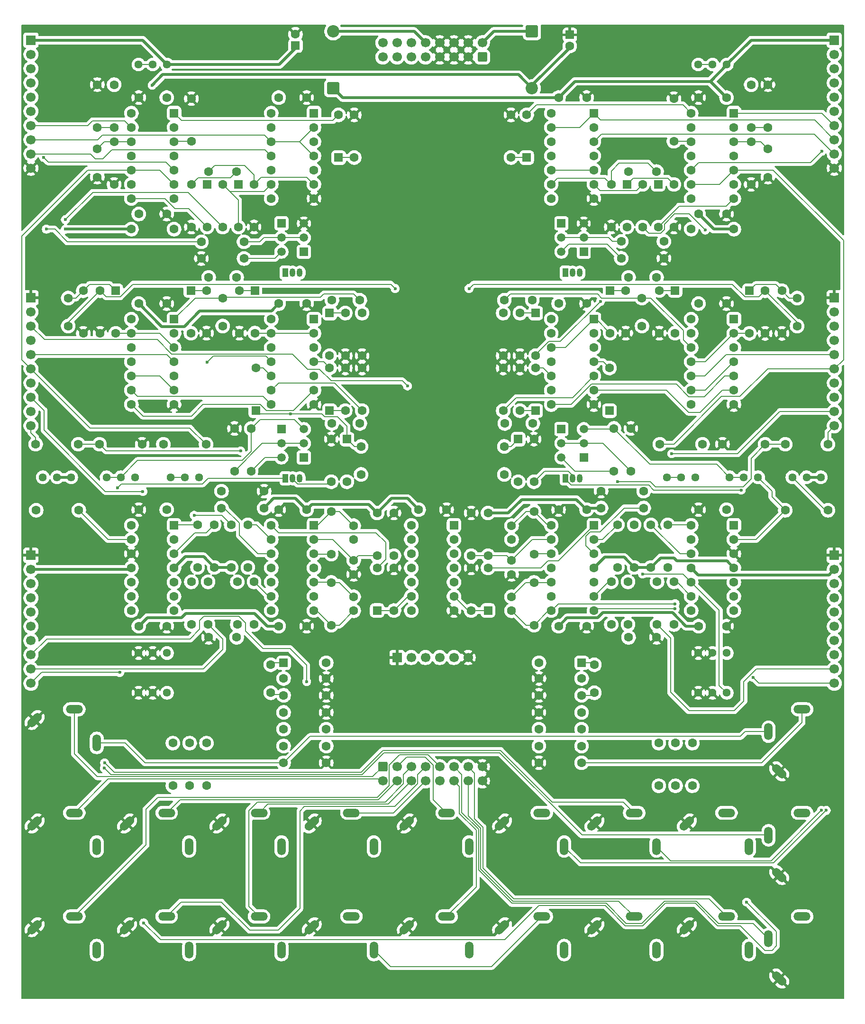
<source format=gtl>
%TF.GenerationSoftware,KiCad,Pcbnew,9.0.4*%
%TF.CreationDate,2025-10-03T19:29:25+02:00*%
%TF.ProjectId,DMH_VCEG_PCB_1,444d485f-5643-4454-975f-5043425f312e,1*%
%TF.SameCoordinates,Original*%
%TF.FileFunction,Copper,L1,Top*%
%TF.FilePolarity,Positive*%
%FSLAX46Y46*%
G04 Gerber Fmt 4.6, Leading zero omitted, Abs format (unit mm)*
G04 Created by KiCad (PCBNEW 9.0.4) date 2025-10-03 19:29:25*
%MOMM*%
%LPD*%
G01*
G04 APERTURE LIST*
G04 Aperture macros list*
%AMRoundRect*
0 Rectangle with rounded corners*
0 $1 Rounding radius*
0 $2 $3 $4 $5 $6 $7 $8 $9 X,Y pos of 4 corners*
0 Add a 4 corners polygon primitive as box body*
4,1,4,$2,$3,$4,$5,$6,$7,$8,$9,$2,$3,0*
0 Add four circle primitives for the rounded corners*
1,1,$1+$1,$2,$3*
1,1,$1+$1,$4,$5*
1,1,$1+$1,$6,$7*
1,1,$1+$1,$8,$9*
0 Add four rect primitives between the rounded corners*
20,1,$1+$1,$2,$3,$4,$5,0*
20,1,$1+$1,$4,$5,$6,$7,0*
20,1,$1+$1,$6,$7,$8,$9,0*
20,1,$1+$1,$8,$9,$2,$3,0*%
%AMHorizOval*
0 Thick line with rounded ends*
0 $1 width*
0 $2 $3 position (X,Y) of the first rounded end (center of the circle)*
0 $4 $5 position (X,Y) of the second rounded end (center of the circle)*
0 Add line between two ends*
20,1,$1,$2,$3,$4,$5,0*
0 Add two circle primitives to create the rounded ends*
1,1,$1,$2,$3*
1,1,$1,$4,$5*%
G04 Aperture macros list end*
%TA.AperFunction,ComponentPad*%
%ADD10HorizOval,1.508000X-0.533159X-0.533159X0.533159X0.533159X0*%
%TD*%
%TA.AperFunction,ComponentPad*%
%ADD11O,1.508000X3.016000*%
%TD*%
%TA.AperFunction,ComponentPad*%
%ADD12O,3.016000X1.508000*%
%TD*%
%TA.AperFunction,ComponentPad*%
%ADD13R,1.700000X1.700000*%
%TD*%
%TA.AperFunction,ComponentPad*%
%ADD14C,1.700000*%
%TD*%
%TA.AperFunction,ComponentPad*%
%ADD15HorizOval,1.508000X-0.533159X0.533159X0.533159X-0.533159X0*%
%TD*%
%TA.AperFunction,ComponentPad*%
%ADD16C,1.600000*%
%TD*%
%TA.AperFunction,ComponentPad*%
%ADD17C,1.440000*%
%TD*%
%TA.AperFunction,ComponentPad*%
%ADD18RoundRect,0.250000X0.550000X0.550000X-0.550000X0.550000X-0.550000X-0.550000X0.550000X-0.550000X0*%
%TD*%
%TA.AperFunction,ComponentPad*%
%ADD19R,1.050000X1.500000*%
%TD*%
%TA.AperFunction,ComponentPad*%
%ADD20O,1.050000X1.500000*%
%TD*%
%TA.AperFunction,ComponentPad*%
%ADD21RoundRect,0.250000X0.550000X-0.550000X0.550000X0.550000X-0.550000X0.550000X-0.550000X-0.550000X0*%
%TD*%
%TA.AperFunction,ComponentPad*%
%ADD22RoundRect,0.250000X-0.550000X0.550000X-0.550000X-0.550000X0.550000X-0.550000X0.550000X0.550000X0*%
%TD*%
%TA.AperFunction,ComponentPad*%
%ADD23RoundRect,0.249999X-0.850001X0.850001X-0.850001X-0.850001X0.850001X-0.850001X0.850001X0.850001X0*%
%TD*%
%TA.AperFunction,ComponentPad*%
%ADD24C,2.200000*%
%TD*%
%TA.AperFunction,ComponentPad*%
%ADD25R,1.500000X1.500000*%
%TD*%
%TA.AperFunction,ComponentPad*%
%ADD26C,1.500000*%
%TD*%
%TA.AperFunction,ComponentPad*%
%ADD27RoundRect,0.250000X-0.600000X0.600000X-0.600000X-0.600000X0.600000X-0.600000X0.600000X0.600000X0*%
%TD*%
%TA.AperFunction,ComponentPad*%
%ADD28RoundRect,0.250000X0.600000X-0.600000X0.600000X0.600000X-0.600000X0.600000X-0.600000X-0.600000X0*%
%TD*%
%TA.AperFunction,ComponentPad*%
%ADD29RoundRect,0.249999X0.850001X-0.850001X0.850001X0.850001X-0.850001X0.850001X-0.850001X-0.850001X0*%
%TD*%
%TA.AperFunction,ComponentPad*%
%ADD30RoundRect,0.250000X-0.550000X-0.550000X0.550000X-0.550000X0.550000X0.550000X-0.550000X0.550000X0*%
%TD*%
%TA.AperFunction,ViaPad*%
%ADD31C,0.600000*%
%TD*%
%TA.AperFunction,Conductor*%
%ADD32C,0.200000*%
%TD*%
%TA.AperFunction,Conductor*%
%ADD33C,0.500000*%
%TD*%
G04 APERTURE END LIST*
D10*
%TO.P,J19,S*%
%TO.N,GND*%
X145403810Y-204153810D03*
D11*
%TO.P,J19,T*%
%TO.N,Net-(J19-PadT)*%
X156500000Y-208250000D03*
D12*
%TO.P,J19,TN*%
%TO.N,/Inputs and Outputs A/Out - B*%
X152500000Y-202250000D03*
%TD*%
D10*
%TO.P,J14,S*%
%TO.N,GND*%
X112403810Y-185653810D03*
D11*
%TO.P,J14,T*%
%TO.N,Net-(J27H-Pin_8)*%
X123500000Y-189750000D03*
D12*
%TO.P,J14,TN*%
%TO.N,/CV Processing A/Rel CV*%
X119500000Y-183750000D03*
%TD*%
D13*
%TO.P,J24,1,Pin_1*%
%TO.N,GND*%
X93650000Y-156000000D03*
D14*
%TO.P,J24,2,Pin_2*%
%TO.N,/Core Circuit A/ProcGate*%
X96190000Y-156000000D03*
%TO.P,J24,3,Pin_3*%
%TO.N,Net-(J24C-Pin_3)*%
X98730000Y-156000000D03*
%TO.P,J24,4,Pin_4*%
%TO.N,Net-(J24D-Pin_4)*%
X101270000Y-156000000D03*
%TO.P,J24,5,Pin_5*%
%TO.N,/Core Circuit B/ProcGate*%
X103810000Y-156000000D03*
%TO.P,J24,6,Pin_6*%
%TO.N,GND*%
X106350000Y-156000000D03*
%TD*%
D10*
%TO.P,J3,S*%
%TO.N,GND*%
X61903810Y-185653810D03*
D11*
%TO.P,J3,T*%
%TO.N,Net-(J23C-Pin_3)*%
X73000000Y-189750000D03*
D12*
%TO.P,J3,TN*%
%TO.N,Net-(J200-Pin_11)*%
X69000000Y-183750000D03*
%TD*%
D10*
%TO.P,J1,S*%
%TO.N,GND*%
X28903810Y-185653810D03*
D11*
%TO.P,J1,T*%
%TO.N,Net-(J22B-Pin_2)*%
X40000000Y-189750000D03*
D12*
%TO.P,J1,TN*%
%TO.N,Net-(J200-Pin_9)*%
X36000000Y-183750000D03*
%TD*%
D10*
%TO.P,J5,S*%
%TO.N,GND*%
X78403810Y-204153810D03*
D11*
%TO.P,J5,T*%
%TO.N,/Core Circuit A/Gate*%
X89500000Y-208250000D03*
D12*
%TO.P,J5,TN*%
%TO.N,/Inputs and Outputs A/Gate A TN*%
X85500000Y-202250000D03*
%TD*%
D15*
%TO.P,J20,S*%
%TO.N,GND*%
X161903810Y-213346190D03*
D12*
%TO.P,J20,T*%
%TO.N,Net-(J20-PadT)*%
X166000000Y-202250000D03*
D11*
%TO.P,J20,TN*%
%TO.N,/Inputs and Outputs A/Out + B*%
X160000000Y-206250000D03*
%TD*%
D10*
%TO.P,J4,S*%
%TO.N,GND*%
X78403810Y-185653810D03*
D11*
%TO.P,J4,T*%
%TO.N,Net-(J23H-Pin_8)*%
X89500000Y-189750000D03*
D12*
%TO.P,J4,TN*%
%TO.N,Net-(J200-Pin_12)*%
X85500000Y-183750000D03*
%TD*%
D10*
%TO.P,J18,S*%
%TO.N,GND*%
X128903810Y-204153810D03*
D11*
%TO.P,J18,T*%
%TO.N,/Core Circuit B/Out R*%
X140000000Y-208250000D03*
D12*
%TO.P,J18,TN*%
%TO.N,/Inputs and Outputs A/Out R B*%
X136000000Y-202250000D03*
%TD*%
D13*
%TO.P,J21,1,Pin_1*%
%TO.N,+12V*%
X28250000Y-45750000D03*
D14*
%TO.P,J21,2,Pin_2*%
%TO.N,/CV Processing A/Sus CV*%
X28250000Y-48290000D03*
%TO.P,J21,3,Pin_3*%
%TO.N,/CV Processing A/Att CV*%
X28250000Y-50830000D03*
%TO.P,J21,4,Pin_4*%
%TO.N,/Core Circuit A/Dec_State*%
X28250000Y-53370000D03*
%TO.P,J21,5,Pin_5*%
%TO.N,/Core Circuit A/Sus_State*%
X28250000Y-55910000D03*
%TO.P,J21,6,Pin_6*%
%TO.N,Net-(J21F-Pin_6)*%
X28250000Y-58450000D03*
%TO.P,J21,7,Pin_7*%
%TO.N,/CV Processing A/Max Level*%
X28250000Y-60990000D03*
%TO.P,J21,8,Pin_8*%
%TO.N,/Core Circuit A/Att_State*%
X28250000Y-63530000D03*
%TO.P,J21,9,Pin_9*%
%TO.N,/Core Circuit A/Rel_State*%
X28250000Y-66070000D03*
%TO.P,J21,10,Pin_10*%
%TO.N,GND*%
X28250000Y-68610000D03*
%TD*%
D10*
%TO.P,J7,S*%
%TO.N,GND*%
X95403810Y-185653810D03*
D11*
%TO.P,J7,T*%
%TO.N,Net-(J22C-Pin_3)*%
X106500000Y-189750000D03*
D12*
%TO.P,J7,TN*%
%TO.N,Net-(J200-Pin_2)*%
X102500000Y-183750000D03*
%TD*%
D10*
%TO.P,J8,S*%
%TO.N,GND*%
X61903810Y-204153810D03*
D11*
%TO.P,J8,T*%
%TO.N,/Core Circuit A/Out R*%
X73000000Y-208250000D03*
D12*
%TO.P,J8,TN*%
%TO.N,Net-(J200-Pin_3)*%
X69000000Y-202250000D03*
%TD*%
D13*
%TO.P,J27,1,Pin_1*%
%TO.N,GND*%
X171750000Y-137750000D03*
D14*
%TO.P,J27,2,Pin_2*%
%TO.N,-12V*%
X171750000Y-140290000D03*
%TO.P,J27,3,Pin_3*%
%TO.N,Net-(J27C-Pin_3)*%
X171750000Y-142830000D03*
%TO.P,J27,4,Pin_4*%
%TO.N,unconnected-(J27D-Pin_4-Pad4)*%
X171750000Y-145370000D03*
%TO.P,J27,5,Pin_5*%
%TO.N,unconnected-(J27E-Pin_5-Pad5)*%
X171750000Y-147910000D03*
%TO.P,J27,6,Pin_6*%
%TO.N,unconnected-(J27F-Pin_6-Pad6)*%
X171750000Y-150450000D03*
%TO.P,J27,7,Pin_7*%
%TO.N,unconnected-(J27G-Pin_7-Pad7)*%
X171750000Y-152990000D03*
%TO.P,J27,8,Pin_8*%
%TO.N,Net-(J27H-Pin_8)*%
X171750000Y-155530000D03*
%TO.P,J27,9,Pin_9*%
%TO.N,Net-(J27I-Pin_9)*%
X171750000Y-158070000D03*
%TO.P,J27,10,Pin_10*%
%TO.N,Net-(J27J-Pin_10)*%
X171750000Y-160610000D03*
%TD*%
D13*
%TO.P,J23,1,Pin_1*%
%TO.N,GND*%
X28250000Y-137750000D03*
D14*
%TO.P,J23,2,Pin_2*%
%TO.N,-12V*%
X28250000Y-140290000D03*
%TO.P,J23,3,Pin_3*%
%TO.N,Net-(J23C-Pin_3)*%
X28250000Y-142830000D03*
%TO.P,J23,4,Pin_4*%
%TO.N,unconnected-(J23D-Pin_4-Pad4)*%
X28250000Y-145370000D03*
%TO.P,J23,5,Pin_5*%
%TO.N,unconnected-(J23E-Pin_5-Pad5)*%
X28250000Y-147910000D03*
%TO.P,J23,6,Pin_6*%
%TO.N,unconnected-(J23F-Pin_6-Pad6)*%
X28250000Y-150450000D03*
%TO.P,J23,7,Pin_7*%
%TO.N,unconnected-(J23G-Pin_7-Pad7)*%
X28250000Y-152990000D03*
%TO.P,J23,8,Pin_8*%
%TO.N,Net-(J23H-Pin_8)*%
X28250000Y-155530000D03*
%TO.P,J23,9,Pin_9*%
%TO.N,Net-(J23I-Pin_9)*%
X28250000Y-158070000D03*
%TO.P,J23,10,Pin_10*%
%TO.N,Net-(J23J-Pin_10)*%
X28250000Y-160610000D03*
%TD*%
D10*
%TO.P,J10,S*%
%TO.N,GND*%
X28903810Y-204153810D03*
D11*
%TO.P,J10,T*%
%TO.N,Net-(J10-PadT)*%
X40000000Y-208250000D03*
D12*
%TO.P,J10,TN*%
%TO.N,Net-(J200-Pin_5)*%
X36000000Y-202250000D03*
%TD*%
D10*
%TO.P,J13,S*%
%TO.N,GND*%
X128903810Y-185653810D03*
D11*
%TO.P,J13,T*%
%TO.N,Net-(J27C-Pin_3)*%
X140000000Y-189750000D03*
D12*
%TO.P,J13,TN*%
%TO.N,/CV Processing A/Sus CV*%
X136000000Y-183750000D03*
%TD*%
D13*
%TO.P,J26,1,Pin_1*%
%TO.N,GND*%
X171750000Y-91750000D03*
D14*
%TO.P,J26,2,Pin_2*%
%TO.N,Net-(J26B-Pin_2)*%
X171750000Y-94290000D03*
%TO.P,J26,3,Pin_3*%
%TO.N,Net-(J26C-Pin_3)*%
X171750000Y-96830000D03*
%TO.P,J26,4,Pin_4*%
%TO.N,Net-(J26D-Pin_4)*%
X171750000Y-99370000D03*
%TO.P,J26,5,Pin_5*%
%TO.N,/Core Circuit B/Inv Sus State*%
X171750000Y-101910000D03*
%TO.P,J26,6,Pin_6*%
%TO.N,/Core Circuit B/Out*%
X171750000Y-104450000D03*
%TO.P,J26,7,Pin_7*%
%TO.N,/CV Processing B/Dec CV*%
X171750000Y-106990000D03*
%TO.P,J26,8,Pin_8*%
%TO.N,/CV Processing B/Rel CV*%
X171750000Y-109530000D03*
%TO.P,J26,9,Pin_9*%
%TO.N,/CV Processing B/Rel Proc CV*%
X171750000Y-112070000D03*
%TO.P,J26,10,Pin_10*%
%TO.N,/CV Processing B/Sus Level*%
X171750000Y-114610000D03*
%TD*%
D10*
%TO.P,J6,S*%
%TO.N,GND*%
X28903810Y-167153810D03*
D11*
%TO.P,J6,T*%
%TO.N,/Core Circuit A/Trig*%
X40000000Y-171250000D03*
D12*
%TO.P,J6,TN*%
%TO.N,Net-(J200-Pin_1)*%
X36000000Y-165250000D03*
%TD*%
D13*
%TO.P,J22,1,Pin_1*%
%TO.N,GND*%
X28250000Y-91750000D03*
D14*
%TO.P,J22,2,Pin_2*%
%TO.N,Net-(J22B-Pin_2)*%
X28250000Y-94290000D03*
%TO.P,J22,3,Pin_3*%
%TO.N,Net-(J22C-Pin_3)*%
X28250000Y-96830000D03*
%TO.P,J22,4,Pin_4*%
%TO.N,Net-(J22D-Pin_4)*%
X28250000Y-99370000D03*
%TO.P,J22,5,Pin_5*%
%TO.N,/Core Circuit A/Inv Sus State*%
X28250000Y-101910000D03*
%TO.P,J22,6,Pin_6*%
%TO.N,/Core Circuit A/Out*%
X28250000Y-104450000D03*
%TO.P,J22,7,Pin_7*%
%TO.N,/CV Processing A/Dec CV*%
X28250000Y-106990000D03*
%TO.P,J22,8,Pin_8*%
%TO.N,/CV Processing A/Rel CV*%
X28250000Y-109530000D03*
%TO.P,J22,9,Pin_9*%
%TO.N,/CV Processing A/Rel Proc CV*%
X28250000Y-112070000D03*
%TO.P,J22,10,Pin_10*%
%TO.N,/CV Processing A/Sus Level*%
X28250000Y-114610000D03*
%TD*%
D10*
%TO.P,J12,S*%
%TO.N,GND*%
X145403810Y-185653810D03*
D11*
%TO.P,J12,T*%
%TO.N,Net-(J26D-Pin_4)*%
X156500000Y-189750000D03*
D12*
%TO.P,J12,TN*%
%TO.N,/CV Processing A/Dec CV*%
X152500000Y-183750000D03*
%TD*%
D10*
%TO.P,J2,S*%
%TO.N,GND*%
X45403810Y-185653810D03*
D11*
%TO.P,J2,T*%
%TO.N,Net-(J22D-Pin_4)*%
X56500000Y-189750000D03*
D12*
%TO.P,J2,TN*%
%TO.N,Net-(J200-Pin_10)*%
X52500000Y-183750000D03*
%TD*%
D15*
%TO.P,J16,S*%
%TO.N,GND*%
X161903810Y-176346190D03*
D12*
%TO.P,J16,T*%
%TO.N,/Core Circuit B/Trig*%
X166000000Y-165250000D03*
D11*
%TO.P,J16,TN*%
%TO.N,/Core Circuit A/Trig*%
X160000000Y-169250000D03*
%TD*%
D13*
%TO.P,J25,1,Pin_1*%
%TO.N,+12V*%
X171750000Y-45750000D03*
D14*
%TO.P,J25,2,Pin_2*%
%TO.N,/CV Processing B/Sus CV*%
X171750000Y-48290000D03*
%TO.P,J25,3,Pin_3*%
%TO.N,/CV Processing B/Att CV*%
X171750000Y-50830000D03*
%TO.P,J25,4,Pin_4*%
%TO.N,/Core Circuit B/Dec_State*%
X171750000Y-53370000D03*
%TO.P,J25,5,Pin_5*%
%TO.N,/Core Circuit B/Sus_State*%
X171750000Y-55910000D03*
%TO.P,J25,6,Pin_6*%
%TO.N,Net-(J25F-Pin_6)*%
X171750000Y-58450000D03*
%TO.P,J25,7,Pin_7*%
%TO.N,/CV Processing B/Max Level*%
X171750000Y-60990000D03*
%TO.P,J25,8,Pin_8*%
%TO.N,/Core Circuit B/Att_State*%
X171750000Y-63530000D03*
%TO.P,J25,9,Pin_9*%
%TO.N,/Core Circuit B/Rel_State*%
X171750000Y-66070000D03*
%TO.P,J25,10,Pin_10*%
%TO.N,GND*%
X171750000Y-68610000D03*
%TD*%
D10*
%TO.P,J17,S*%
%TO.N,GND*%
X95403810Y-204153810D03*
D11*
%TO.P,J17,T*%
%TO.N,Net-(J26C-Pin_3)*%
X106500000Y-208250000D03*
D12*
%TO.P,J17,TN*%
%TO.N,/Inputs and Outputs A/SG Out B*%
X102500000Y-202250000D03*
%TD*%
D15*
%TO.P,J11,S*%
%TO.N,GND*%
X161903810Y-194846190D03*
D12*
%TO.P,J11,T*%
%TO.N,Net-(J26B-Pin_2)*%
X166000000Y-183750000D03*
D11*
%TO.P,J11,TN*%
%TO.N,/CV Processing A/Att CV*%
X160000000Y-187750000D03*
%TD*%
D10*
%TO.P,J15,S*%
%TO.N,GND*%
X112403810Y-204153810D03*
D11*
%TO.P,J15,T*%
%TO.N,/Core Circuit B/Gate*%
X123500000Y-208250000D03*
D12*
%TO.P,J15,TN*%
%TO.N,/Core Circuit A/Gate*%
X119500000Y-202250000D03*
%TD*%
D10*
%TO.P,J9,S*%
%TO.N,GND*%
X45403810Y-204153810D03*
D11*
%TO.P,J9,T*%
%TO.N,Net-(J9-PadT)*%
X56500000Y-208250000D03*
D12*
%TO.P,J9,TN*%
%TO.N,Net-(J200-Pin_4)*%
X52500000Y-202250000D03*
%TD*%
D16*
%TO.P,R110,1*%
%TO.N,GND*%
X119000000Y-159750000D03*
%TO.P,R110,2*%
%TO.N,Net-(D23-K)*%
X126620000Y-159750000D03*
%TD*%
D17*
%TO.P,RV20,1,1*%
%TO.N,Net-(U7A-+)*%
X52540000Y-155200000D03*
%TO.P,RV20,2,2*%
%TO.N,GND*%
X50000000Y-155200000D03*
%TO.P,RV20,3,3*%
X47460000Y-155200000D03*
%TD*%
D16*
%TO.P,R143,1*%
%TO.N,Net-(C71-Pad2)*%
X112600000Y-111910000D03*
%TO.P,R143,2*%
%TO.N,GND*%
X112600000Y-104290000D03*
%TD*%
%TO.P,R106,1*%
%TO.N,Net-(U11C-+)*%
X118990000Y-171800000D03*
%TO.P,R106,2*%
%TO.N,/Core Circuit B/Trig*%
X126610000Y-171800000D03*
%TD*%
%TO.P,R35,1*%
%TO.N,GND*%
X43100000Y-71510000D03*
%TO.P,R35,2*%
%TO.N,Net-(U5D-+)*%
X43100000Y-63890000D03*
%TD*%
%TO.P,R5,1*%
%TO.N,Net-(D4-A)*%
X81900000Y-150210000D03*
%TO.P,R5,2*%
%TO.N,Net-(U1B-+)*%
X81900000Y-142590000D03*
%TD*%
%TO.P,R131,1*%
%TO.N,+12V*%
X130090000Y-129300000D03*
%TO.P,R131,2*%
%TO.N,Net-(U11A-+)*%
X137710000Y-129300000D03*
%TD*%
D18*
%TO.P,U16,1*%
%TO.N,Net-(U13-Pad8)*%
X153810000Y-95585000D03*
D16*
%TO.P,U16,2*%
%TO.N,/Core Circuit B/Sus_State*%
X153810000Y-98125000D03*
%TO.P,U16,3*%
%TO.N,/Core Circuit B/Dec_State*%
X153810000Y-100665000D03*
%TO.P,U16,4*%
%TO.N,Net-(U16-Pad4)*%
X153810000Y-103205000D03*
%TO.P,U16,5*%
%TO.N,Net-(U13-Pad8)*%
X153810000Y-105745000D03*
%TO.P,U16,6*%
%TO.N,Net-(U13-Pad6)*%
X153810000Y-108285000D03*
%TO.P,U16,7,VSS*%
%TO.N,GND*%
X153810000Y-110825000D03*
%TO.P,U16,8*%
%TO.N,/Core Circuit B/Sus_State*%
X146190000Y-110825000D03*
%TO.P,U16,9*%
%TO.N,Net-(U16-Pad4)*%
X146190000Y-108285000D03*
%TO.P,U16,10*%
%TO.N,/Core Circuit B/Inv Sus State*%
X146190000Y-105745000D03*
%TO.P,U16,11*%
%TO.N,/Core Circuit B/Sus_State*%
X146190000Y-103205000D03*
%TO.P,U16,12*%
%TO.N,/Core Circuit B/Sus_Reset*%
X146190000Y-100665000D03*
%TO.P,U16,13*%
%TO.N,/Core Circuit B/Inv Sus State*%
X146190000Y-98125000D03*
%TO.P,U16,14,VDD*%
%TO.N,+12V*%
X146190000Y-95585000D03*
%TD*%
%TO.P,C27,1*%
%TO.N,+12V*%
X152500000Y-56000000D03*
%TO.P,C27,2*%
%TO.N,GND*%
X147500000Y-56000000D03*
%TD*%
%TO.P,C5,1*%
%TO.N,+12V*%
X72500000Y-56000000D03*
%TO.P,C5,2*%
%TO.N,GND*%
X77500000Y-56000000D03*
%TD*%
%TO.P,R39,1*%
%TO.N,/Core Circuit A/Sus_Reset*%
X87400000Y-94490000D03*
%TO.P,R39,2*%
%TO.N,GND*%
X87400000Y-102110000D03*
%TD*%
D19*
%TO.P,Q5,1,D*%
%TO.N,Net-(J23J-Pin_10)*%
X73730000Y-123990000D03*
D20*
%TO.P,Q5,2,G*%
%TO.N,/Core Circuit A/ProcGate*%
X75000000Y-123990000D03*
%TO.P,Q5,3,S*%
%TO.N,Net-(Q2-C)*%
X76270000Y-123990000D03*
%TD*%
D17*
%TO.P,RV41,1,1*%
%TO.N,Net-(U17D-+)*%
X152540000Y-155200000D03*
%TO.P,RV41,2,2*%
%TO.N,GND*%
X150000000Y-155200000D03*
%TO.P,RV41,3,3*%
X147460000Y-155200000D03*
%TD*%
D16*
%TO.P,R132,1*%
%TO.N,GND*%
X156900000Y-71510000D03*
%TO.P,R132,2*%
%TO.N,Net-(U15A-+)*%
X156900000Y-63890000D03*
%TD*%
%TO.P,C22,1*%
%TO.N,+12V*%
X127500000Y-129600000D03*
%TO.P,C22,2*%
%TO.N,GND*%
X122500000Y-129600000D03*
%TD*%
%TO.P,R91,1*%
%TO.N,Net-(R91-Pad1)*%
X59600000Y-171290000D03*
%TO.P,R91,2*%
%TO.N,Net-(J9-PadT)*%
X59600000Y-178910000D03*
%TD*%
D18*
%TO.P,U11,1*%
%TO.N,Net-(D32-A)*%
X128810000Y-132385000D03*
D16*
%TO.P,U11,2,-*%
%TO.N,/Core Circuit B/Out*%
X128810000Y-134925000D03*
%TO.P,U11,3,+*%
%TO.N,Net-(U11A-+)*%
X128810000Y-137465000D03*
%TO.P,U11,4,V+*%
%TO.N,+12V*%
X128810000Y-140005000D03*
%TO.P,U11,5,+*%
%TO.N,Net-(U11B-+)*%
X128810000Y-142545000D03*
%TO.P,U11,6,-*%
%TO.N,Net-(U11B--)*%
X128810000Y-145085000D03*
%TO.P,U11,7*%
%TO.N,Net-(U15D--)*%
X128810000Y-147625000D03*
%TO.P,U11,8*%
%TO.N,Net-(D23-A)*%
X121190000Y-147625000D03*
%TO.P,U11,9,-*%
%TO.N,Net-(U11C--)*%
X121190000Y-145085000D03*
%TO.P,U11,10,+*%
%TO.N,Net-(U11C-+)*%
X121190000Y-142545000D03*
%TO.P,U11,11,V-*%
%TO.N,-12V*%
X121190000Y-140005000D03*
%TO.P,U11,12,+*%
%TO.N,Net-(U11D-+)*%
X121190000Y-137465000D03*
%TO.P,U11,13,-*%
%TO.N,Net-(U11C--)*%
X121190000Y-134925000D03*
%TO.P,U11,14*%
%TO.N,Net-(D24-A)*%
X121190000Y-132385000D03*
%TD*%
%TO.P,R114,1*%
%TO.N,GND*%
X106900000Y-130190000D03*
%TO.P,R114,2*%
%TO.N,Net-(U11C--)*%
X106900000Y-137810000D03*
%TD*%
%TO.P,R25,1*%
%TO.N,GND*%
X56900000Y-79110000D03*
%TO.P,R25,2*%
%TO.N,Net-(D6-K)*%
X56900000Y-71490000D03*
%TD*%
%TO.P,R34,1*%
%TO.N,+12V*%
X69910000Y-129300000D03*
%TO.P,R34,2*%
%TO.N,Net-(U1D-+)*%
X62290000Y-129300000D03*
%TD*%
%TO.P,R193,1*%
%TO.N,Net-(U17D-+)*%
X139000000Y-132290000D03*
%TO.P,R193,2*%
%TO.N,+12V*%
X139000000Y-139910000D03*
%TD*%
%TO.P,C10,1*%
%TO.N,+12V*%
X47500000Y-92800000D03*
%TO.P,C10,2*%
%TO.N,GND*%
X52500000Y-92800000D03*
%TD*%
%TO.P,C68,1*%
%TO.N,Net-(D31-K)*%
X135000000Y-88100000D03*
%TO.P,C68,2*%
%TO.N,/Core Circuit B/Sus_Reset*%
X140000000Y-88100000D03*
%TD*%
%TO.P,C6,1*%
%TO.N,+12V*%
X72500000Y-92800000D03*
%TO.P,C6,2*%
%TO.N,GND*%
X77500000Y-92800000D03*
%TD*%
D18*
%TO.P,U1,1*%
%TO.N,Net-(D5-A)*%
X78810000Y-132385000D03*
D16*
%TO.P,U1,2,-*%
%TO.N,Net-(U1A--)*%
X78810000Y-134925000D03*
%TO.P,U1,3,+*%
%TO.N,Net-(U1A-+)*%
X78810000Y-137465000D03*
%TO.P,U1,4,V+*%
%TO.N,+12V*%
X78810000Y-140005000D03*
%TO.P,U1,5,+*%
%TO.N,Net-(U1B-+)*%
X78810000Y-142545000D03*
%TO.P,U1,6,-*%
%TO.N,Net-(U1A--)*%
X78810000Y-145085000D03*
%TO.P,U1,7*%
%TO.N,Net-(D4-A)*%
X78810000Y-147625000D03*
%TO.P,U1,8*%
%TO.N,Net-(U5A--)*%
X71190000Y-147625000D03*
%TO.P,U1,9,-*%
%TO.N,Net-(U1C--)*%
X71190000Y-145085000D03*
%TO.P,U1,10,+*%
%TO.N,Net-(U1C-+)*%
X71190000Y-142545000D03*
%TO.P,U1,11,V-*%
%TO.N,-12V*%
X71190000Y-140005000D03*
%TO.P,U1,12,+*%
%TO.N,Net-(U1D-+)*%
X71190000Y-137465000D03*
%TO.P,U1,13,-*%
%TO.N,/Core Circuit A/Out*%
X71190000Y-134925000D03*
%TO.P,U1,14*%
%TO.N,Net-(D13-A)*%
X71190000Y-132385000D03*
%TD*%
%TO.P,C25,1*%
%TO.N,+12V*%
X122500000Y-92800000D03*
%TO.P,C25,2*%
%TO.N,GND*%
X127500000Y-92800000D03*
%TD*%
%TO.P,R19,1*%
%TO.N,GND*%
X159900000Y-53690000D03*
%TO.P,R19,2*%
%TO.N,Net-(U15B--)*%
X159900000Y-61310000D03*
%TD*%
%TO.P,C11,1*%
%TO.N,+12V*%
X52500000Y-129600000D03*
%TO.P,C11,2*%
%TO.N,GND*%
X47500000Y-129600000D03*
%TD*%
%TO.P,R14,1*%
%TO.N,GND*%
X81010000Y-162750000D03*
%TO.P,R14,2*%
%TO.N,Net-(C43-Pad2)*%
X73390000Y-162750000D03*
%TD*%
%TO.P,R40,1*%
%TO.N,/CV Processing A/Sus Level*%
X29090000Y-117900000D03*
%TO.P,R40,2*%
%TO.N,Net-(U1C-+)*%
X36710000Y-117900000D03*
%TD*%
D19*
%TO.P,Q21,1,D*%
%TO.N,Net-(J27J-Pin_10)*%
X123730000Y-123990000D03*
D20*
%TO.P,Q21,2,G*%
%TO.N,/Core Circuit B/ProcGate*%
X125000000Y-123990000D03*
%TO.P,Q21,3,S*%
%TO.N,Net-(Q18-C)*%
X126270000Y-123990000D03*
%TD*%
D19*
%TO.P,Q6,1,D*%
%TO.N,Net-(J23J-Pin_10)*%
X73730000Y-87270000D03*
D20*
%TO.P,Q6,2,G*%
%TO.N,/Core Circuit A/InvGate*%
X75000000Y-87270000D03*
%TO.P,Q6,3,S*%
%TO.N,Net-(Q4-C)*%
X76270000Y-87270000D03*
%TD*%
D21*
%TO.P,C2,1*%
%TO.N,+12V*%
X75500000Y-46705113D03*
D16*
%TO.P,C2,2*%
%TO.N,GND*%
X75500000Y-44705113D03*
%TD*%
%TO.P,C8,1*%
%TO.N,+12V*%
X52500000Y-56000000D03*
%TO.P,C8,2*%
%TO.N,GND*%
X47500000Y-56000000D03*
%TD*%
%TO.P,R41,1*%
%TO.N,-12V*%
X46190000Y-79500000D03*
%TO.P,R41,2*%
%TO.N,Net-(U5A-+)*%
X53810000Y-79500000D03*
%TD*%
%TO.P,R118,1*%
%TO.N,GND*%
X118990000Y-165800000D03*
%TO.P,R118,2*%
%TO.N,/Core Circuit B/Gate*%
X126610000Y-165800000D03*
%TD*%
%TO.P,R108,1*%
%TO.N,GND*%
X59600000Y-98060000D03*
%TO.P,R108,2*%
%TO.N,Net-(D41-K)*%
X59600000Y-90440000D03*
%TD*%
%TO.P,C59,1*%
%TO.N,Net-(D23-K)*%
X128900000Y-157300000D03*
%TO.P,C59,2*%
%TO.N,Net-(C59-Pad2)*%
X128900000Y-162300000D03*
%TD*%
D22*
%TO.P,D33,1,K*%
%TO.N,Net-(D33-K)*%
X118400000Y-94490000D03*
D16*
%TO.P,D33,2,A*%
%TO.N,/Core Circuit B/Dec*%
X118400000Y-102110000D03*
%TD*%
%TO.P,C48,1*%
%TO.N,Net-(U1A-+)*%
X85900000Y-134950000D03*
%TO.P,C48,2*%
%TO.N,Net-(D5-A)*%
X85900000Y-132450000D03*
%TD*%
%TO.P,R1,1*%
%TO.N,Net-(Q2-E)*%
X67600000Y-115090000D03*
%TO.P,R1,2*%
%TO.N,Net-(Q1-E)*%
X67600000Y-122710000D03*
%TD*%
D23*
%TO.P,D1,1,K*%
%TO.N,Net-(D1-K)*%
X117750000Y-44170000D03*
D24*
%TO.P,D1,2,A*%
%TO.N,-12V*%
X117750000Y-54330000D03*
%TD*%
D16*
%TO.P,R45,1*%
%TO.N,Net-(D16-K)*%
X84400000Y-111910000D03*
%TO.P,R45,2*%
%TO.N,GND*%
X84400000Y-104290000D03*
%TD*%
D22*
%TO.P,D6,1,K*%
%TO.N,Net-(D6-K)*%
X65300000Y-71490000D03*
D16*
%TO.P,D6,2,A*%
%TO.N,/Core Circuit A/InvGate*%
X65300000Y-79110000D03*
%TD*%
%TO.P,R190,1*%
%TO.N,/Core Circuit B/Out*%
X140590000Y-117900000D03*
%TO.P,R190,2*%
%TO.N,Net-(U17D--)*%
X148210000Y-117900000D03*
%TD*%
%TO.P,R22,1*%
%TO.N,/Core Circuit A/Out R*%
X53600000Y-178910000D03*
%TO.P,R22,2*%
%TO.N,Net-(U7C--)*%
X53600000Y-171290000D03*
%TD*%
D21*
%TO.P,D3,1,K*%
%TO.N,/Core Circuit A/ProcGate*%
X68400000Y-111910000D03*
D16*
%TO.P,D3,2,A*%
%TO.N,Net-(D3-A)*%
X68400000Y-104290000D03*
%TD*%
%TO.P,C47,1*%
%TO.N,Net-(D6-K)*%
X65000000Y-69200000D03*
%TO.P,C47,2*%
%TO.N,Net-(D7-K)*%
X60000000Y-69200000D03*
%TD*%
D22*
%TO.P,D43,1,K*%
%TO.N,Net-(D43-K)*%
X43400000Y-90490000D03*
D16*
%TO.P,D43,2,A*%
%TO.N,/Core Circuit A/Sus_State*%
X43400000Y-98110000D03*
%TD*%
D22*
%TO.P,C1,1*%
%TO.N,GND*%
X124500000Y-44794888D03*
D16*
%TO.P,C1,2*%
%TO.N,-12V*%
X124500000Y-46794888D03*
%TD*%
%TO.P,R42,1*%
%TO.N,Net-(U1C-+)*%
X40490000Y-117900000D03*
%TO.P,R42,2*%
%TO.N,GND*%
X48110000Y-117900000D03*
%TD*%
%TO.P,R13,1*%
%TO.N,GND*%
X81010000Y-159750000D03*
%TO.P,R13,2*%
%TO.N,Net-(D4-K)*%
X73390000Y-159750000D03*
%TD*%
%TO.P,R101,1*%
%TO.N,+12V*%
X134900000Y-142490000D03*
%TO.P,R101,2*%
%TO.N,Net-(C58-Pad1)*%
X134900000Y-150110000D03*
%TD*%
%TO.P,R8,1*%
%TO.N,Net-(Q1-B)*%
X64600000Y-122710000D03*
%TO.P,R8,2*%
%TO.N,GND*%
X64600000Y-115090000D03*
%TD*%
D22*
%TO.P,D14,1,K*%
%TO.N,Net-(D14-K)*%
X81600000Y-94490000D03*
D16*
%TO.P,D14,2,A*%
%TO.N,/Core Circuit A/Dec*%
X81600000Y-102110000D03*
%TD*%
%TO.P,R4,1*%
%TO.N,+12V*%
X65100000Y-142490000D03*
%TO.P,R4,2*%
%TO.N,Net-(C42-Pad1)*%
X65100000Y-150110000D03*
%TD*%
%TO.P,R133,1*%
%TO.N,Net-(U11B--)*%
X133000000Y-139910000D03*
%TO.P,R133,2*%
%TO.N,/Core Circuit B/Out*%
X133000000Y-132290000D03*
%TD*%
%TO.P,R136,1*%
%TO.N,/Core Circuit B/Sus_Reset*%
X112600000Y-94490000D03*
%TO.P,R136,2*%
%TO.N,GND*%
X112600000Y-102110000D03*
%TD*%
%TO.P,R116,1*%
%TO.N,GND*%
X37600000Y-98110000D03*
%TO.P,R116,2*%
%TO.N,Net-(D43-K)*%
X37600000Y-90490000D03*
%TD*%
%TO.P,C28,1*%
%TO.N,GND*%
X152500000Y-76800000D03*
%TO.P,C28,2*%
%TO.N,-12V*%
X147500000Y-76800000D03*
%TD*%
%TO.P,C77,1*%
%TO.N,Net-(D41-K)*%
X62500000Y-96800000D03*
%TO.P,C77,2*%
%TO.N,/Core Circuit A/Sus_Reset*%
X62500000Y-91800000D03*
%TD*%
%TO.P,C53,1*%
%TO.N,GND*%
X40100000Y-70200000D03*
%TO.P,C53,2*%
%TO.N,Net-(U5D-+)*%
X40100000Y-65200000D03*
%TD*%
D17*
%TO.P,RV21,1,1*%
%TO.N,Net-(U7B-+)*%
X52540000Y-162305000D03*
%TO.P,RV21,2,2*%
%TO.N,GND*%
X50000000Y-162305000D03*
%TO.P,RV21,3,3*%
X47460000Y-162305000D03*
%TD*%
D22*
%TO.P,D26,1,K*%
%TO.N,Net-(D26-K)*%
X140300000Y-71500000D03*
D16*
%TO.P,D26,2,A*%
%TO.N,Net-(D26-A)*%
X140300000Y-79120000D03*
%TD*%
%TO.P,R92,1*%
%TO.N,Net-(U7B--)*%
X56900000Y-142490000D03*
%TO.P,R92,2*%
%TO.N,Net-(R92-Pad2)*%
X56900000Y-150110000D03*
%TD*%
%TO.P,R139,1*%
%TO.N,Net-(U11B-+)*%
X159410000Y-117900000D03*
%TO.P,R139,2*%
%TO.N,GND*%
X151790000Y-117900000D03*
%TD*%
%TO.P,R194,1*%
%TO.N,Net-(U17C-+)*%
X136000000Y-132290000D03*
%TO.P,R194,2*%
%TO.N,+12V*%
X136000000Y-139910000D03*
%TD*%
%TO.P,R97,1*%
%TO.N,Net-(U7B-+)*%
X64000000Y-132290000D03*
%TO.P,R97,2*%
%TO.N,+12V*%
X64000000Y-139910000D03*
%TD*%
D18*
%TO.P,U17,1*%
%TO.N,Net-(Q18-E)*%
X153810000Y-132385000D03*
D16*
%TO.P,U17,2,-*%
%TO.N,Net-(U17A--)*%
X153810000Y-134925000D03*
%TO.P,U17,3,+*%
%TO.N,GND*%
X153810000Y-137465000D03*
%TO.P,U17,4,V+*%
%TO.N,+12V*%
X153810000Y-140005000D03*
%TO.P,U17,5,+*%
%TO.N,Net-(J27J-Pin_10)*%
X153810000Y-142545000D03*
%TO.P,U17,6,-*%
%TO.N,Net-(U17B--)*%
X153810000Y-145085000D03*
%TO.P,U17,7*%
X153810000Y-147625000D03*
%TO.P,U17,8*%
%TO.N,Net-(R189-Pad2)*%
X146190000Y-147625000D03*
%TO.P,U17,9,-*%
%TO.N,Net-(U17C--)*%
X146190000Y-145085000D03*
%TO.P,U17,10,+*%
%TO.N,Net-(U17C-+)*%
X146190000Y-142545000D03*
%TO.P,U17,11,V-*%
%TO.N,-12V*%
X146190000Y-140005000D03*
%TO.P,U17,12,+*%
%TO.N,Net-(U17D-+)*%
X146190000Y-137465000D03*
%TO.P,U17,13,-*%
%TO.N,Net-(U17D--)*%
X146190000Y-134925000D03*
%TO.P,U17,14*%
%TO.N,Net-(R188-Pad1)*%
X146190000Y-132385000D03*
%TD*%
D21*
%TO.P,D34,1,K*%
%TO.N,Net-(D34-K)*%
X116800000Y-66710000D03*
D16*
%TO.P,D34,2,A*%
%TO.N,Net-(D34-A)*%
X116800000Y-59090000D03*
%TD*%
%TO.P,C12,1*%
%TO.N,GND*%
X52500000Y-150400000D03*
%TO.P,C12,2*%
%TO.N,-12V*%
X47500000Y-150400000D03*
%TD*%
%TO.P,R36,1*%
%TO.N,Net-(U1C--)*%
X67000000Y-139910000D03*
%TO.P,R36,2*%
%TO.N,/Core Circuit A/Out*%
X67000000Y-132290000D03*
%TD*%
%TO.P,R199,1*%
%TO.N,Net-(U15B--)*%
X156900000Y-61310000D03*
%TO.P,R199,2*%
%TO.N,/CV Processing B/Max Level*%
X156900000Y-53690000D03*
%TD*%
D17*
%TO.P,RV19,1,1*%
%TO.N,Net-(R91-Pad1)*%
X58240000Y-123805000D03*
%TO.P,RV19,2,2*%
%TO.N,Net-(U7A--)*%
X55700000Y-123805000D03*
%TO.P,RV19,3,3*%
X53160000Y-123805000D03*
%TD*%
D16*
%TO.P,C31,1*%
%TO.N,GND*%
X152500000Y-150400000D03*
%TO.P,C31,2*%
%TO.N,-12V*%
X147500000Y-150400000D03*
%TD*%
D22*
%TO.P,D12,1,K*%
%TO.N,Net-(D12-K)*%
X68250000Y-90440000D03*
D16*
%TO.P,D12,2,A*%
%TO.N,/Core Circuit A/InvGate*%
X68250000Y-98060000D03*
%TD*%
%TO.P,R16,1*%
%TO.N,Net-(U1A--)*%
X90100000Y-137810000D03*
%TO.P,R16,2*%
%TO.N,+12V*%
X90100000Y-130190000D03*
%TD*%
D17*
%TO.P,RV24,1,1*%
%TO.N,Net-(U15A-+)*%
X147460000Y-50095000D03*
%TO.P,RV24,2,2*%
X150000000Y-50095000D03*
%TO.P,RV24,3,3*%
%TO.N,+12V*%
X152540000Y-50095000D03*
%TD*%
D21*
%TO.P,D32,1,K*%
%TO.N,Net-(D32-K)*%
X109900000Y-147610000D03*
D16*
%TO.P,D32,2,A*%
%TO.N,Net-(D32-A)*%
X109900000Y-139990000D03*
%TD*%
D22*
%TO.P,D41,1,K*%
%TO.N,Net-(D41-K)*%
X56800000Y-90440000D03*
D16*
%TO.P,D41,2,A*%
%TO.N,Net-(D4-A)*%
X56800000Y-98060000D03*
%TD*%
%TO.P,R98,1*%
%TO.N,Net-(Q18-E)*%
X132400000Y-115090000D03*
%TO.P,R98,2*%
%TO.N,Net-(Q17-E)*%
X132400000Y-122710000D03*
%TD*%
%TO.P,C58,1*%
%TO.N,Net-(C58-Pad1)*%
X135000000Y-152400000D03*
%TO.P,C58,2*%
%TO.N,GND*%
X140000000Y-152400000D03*
%TD*%
%TO.P,R20,1*%
%TO.N,Net-(U1A-+)*%
X81010000Y-168800000D03*
%TO.P,R20,2*%
%TO.N,/Core Circuit A/Gate*%
X73390000Y-168800000D03*
%TD*%
%TO.P,C55,1*%
%TO.N,Net-(D16-K)*%
X82000000Y-114200000D03*
%TO.P,C55,2*%
%TO.N,Net-(C55-Pad2)*%
X87000000Y-114200000D03*
%TD*%
%TO.P,R7,1*%
%TO.N,Net-(J23I-Pin_9)*%
X59900000Y-150110000D03*
%TO.P,R7,2*%
%TO.N,Net-(C42-Pad1)*%
X59900000Y-142490000D03*
%TD*%
%TO.P,C42,1*%
%TO.N,Net-(C42-Pad1)*%
X65000000Y-152400000D03*
%TO.P,C42,2*%
%TO.N,GND*%
X60000000Y-152400000D03*
%TD*%
%TO.P,R9,1*%
%TO.N,Net-(U1B-+)*%
X81010000Y-171800000D03*
%TO.P,R9,2*%
%TO.N,/Core Circuit A/Trig*%
X73390000Y-171800000D03*
%TD*%
%TO.P,R141,1*%
%TO.N,Net-(U15D-+)*%
X143100000Y-63810000D03*
%TO.P,R141,2*%
%TO.N,GND*%
X143100000Y-56190000D03*
%TD*%
D22*
%TO.P,D5,1,K*%
%TO.N,/Core Circuit A/ProcGate*%
X84700000Y-116990000D03*
D16*
%TO.P,D5,2,A*%
%TO.N,Net-(D5-A)*%
X84700000Y-124610000D03*
%TD*%
%TO.P,C72,1*%
%TO.N,+12V*%
X97500000Y-129600000D03*
%TO.P,C72,2*%
%TO.N,GND*%
X102500000Y-129600000D03*
%TD*%
D18*
%TO.P,U7,1*%
%TO.N,Net-(R91-Pad1)*%
X53810000Y-132385000D03*
D16*
%TO.P,U7,2,-*%
%TO.N,Net-(U7A--)*%
X53810000Y-134925000D03*
%TO.P,U7,3,+*%
%TO.N,Net-(U7A-+)*%
X53810000Y-137465000D03*
%TO.P,U7,4,V+*%
%TO.N,+12V*%
X53810000Y-140005000D03*
%TO.P,U7,5,+*%
%TO.N,Net-(U7B-+)*%
X53810000Y-142545000D03*
%TO.P,U7,6,-*%
%TO.N,Net-(U7B--)*%
X53810000Y-145085000D03*
%TO.P,U7,7*%
%TO.N,Net-(R92-Pad2)*%
X53810000Y-147625000D03*
%TO.P,U7,8*%
%TO.N,Net-(U7C--)*%
X46190000Y-147625000D03*
%TO.P,U7,9,-*%
X46190000Y-145085000D03*
%TO.P,U7,10,+*%
%TO.N,Net-(J23J-Pin_10)*%
X46190000Y-142545000D03*
%TO.P,U7,11,V-*%
%TO.N,-12V*%
X46190000Y-140005000D03*
%TO.P,U7,12,+*%
%TO.N,GND*%
X46190000Y-137465000D03*
%TO.P,U7,13,-*%
%TO.N,Net-(U7D--)*%
X46190000Y-134925000D03*
%TO.P,U7,14*%
%TO.N,Net-(Q2-E)*%
X46190000Y-132385000D03*
%TD*%
%TO.P,R21,1*%
%TO.N,GND*%
X81010000Y-165800000D03*
%TO.P,R21,2*%
%TO.N,/Core Circuit A/Gate*%
X73390000Y-165800000D03*
%TD*%
%TO.P,R47,1*%
%TO.N,Net-(D15-K)*%
X86000000Y-66710000D03*
%TO.P,R47,2*%
%TO.N,GND*%
X86000000Y-59090000D03*
%TD*%
D22*
%TO.P,D44,1,K*%
%TO.N,Net-(D44-K)*%
X156600000Y-90490000D03*
D16*
%TO.P,D44,2,A*%
%TO.N,/Core Circuit B/Sus_State*%
X156600000Y-98110000D03*
%TD*%
%TO.P,C78,1*%
%TO.N,Net-(D42-K)*%
X137400000Y-96800000D03*
%TO.P,C78,2*%
%TO.N,/Core Circuit B/Sus_Reset*%
X137400000Y-91800000D03*
%TD*%
%TO.P,R32,1*%
%TO.N,GND*%
X93100000Y-139990000D03*
%TO.P,R32,2*%
%TO.N,Net-(D13-K)*%
X93100000Y-147610000D03*
%TD*%
%TO.P,C63,1*%
%TO.N,Net-(D25-K)*%
X135000000Y-69210000D03*
%TO.P,C63,2*%
%TO.N,Net-(D26-K)*%
X140000000Y-69210000D03*
%TD*%
%TO.P,C46,1*%
%TO.N,/Core Circuit A/ProcGate*%
X87200000Y-118300000D03*
%TO.P,C46,2*%
%TO.N,Net-(C43-Pad2)*%
X87200000Y-123300000D03*
%TD*%
%TO.P,R31,1*%
%TO.N,Net-(D12-K)*%
X65500000Y-90440000D03*
%TO.P,R31,2*%
%TO.N,GND*%
X65500000Y-98060000D03*
%TD*%
%TO.P,R100,1*%
%TO.N,/Core Circuit B/InvGate*%
X137500000Y-71500000D03*
%TO.P,R100,2*%
%TO.N,Net-(U17A--)*%
X137500000Y-79120000D03*
%TD*%
%TO.P,R2,1*%
%TO.N,/CV Processing A/Rel Proc CV*%
X58690000Y-81750000D03*
%TO.P,R2,2*%
%TO.N,Net-(Q3-B)*%
X66310000Y-81750000D03*
%TD*%
%TO.P,R120,1*%
%TO.N,Net-(D24-A)*%
X118100000Y-129890000D03*
%TO.P,R120,2*%
%TO.N,Net-(U11D-+)*%
X118100000Y-137510000D03*
%TD*%
D25*
%TO.P,Q20,1,C*%
%TO.N,Net-(Q20-C)*%
X127000000Y-83560000D03*
D26*
%TO.P,Q20,2,B*%
%TO.N,Net-(Q19-B)*%
X127000000Y-81020000D03*
%TO.P,Q20,3,E*%
%TO.N,GND*%
X127000000Y-78480000D03*
%TD*%
D16*
%TO.P,C30,1*%
%TO.N,+12V*%
X152500000Y-129600000D03*
%TO.P,C30,2*%
%TO.N,GND*%
X147500000Y-129600000D03*
%TD*%
%TO.P,R43,1*%
%TO.N,GND*%
X106900000Y-139990000D03*
%TO.P,R43,2*%
%TO.N,Net-(D32-K)*%
X106900000Y-147610000D03*
%TD*%
%TO.P,R122,1*%
%TO.N,GND*%
X143100000Y-79120000D03*
%TO.P,R122,2*%
%TO.N,Net-(D25-K)*%
X143100000Y-71500000D03*
%TD*%
D25*
%TO.P,Q17,1,C*%
%TO.N,Net-(Q17-B)*%
X123000000Y-115200000D03*
D26*
%TO.P,Q17,2,B*%
X123000000Y-117740000D03*
%TO.P,Q17,3,E*%
%TO.N,Net-(Q17-E)*%
X123000000Y-120280000D03*
%TD*%
D16*
%TO.P,R188,1*%
%TO.N,Net-(R188-Pad1)*%
X140400000Y-171290000D03*
%TO.P,R188,2*%
%TO.N,Net-(J19-PadT)*%
X140400000Y-178910000D03*
%TD*%
D25*
%TO.P,Q4,1,C*%
%TO.N,Net-(Q4-C)*%
X77000000Y-83560000D03*
D26*
%TO.P,Q4,2,B*%
%TO.N,Net-(Q3-B)*%
X77000000Y-81020000D03*
%TO.P,Q4,3,E*%
%TO.N,GND*%
X77000000Y-78480000D03*
%TD*%
D16*
%TO.P,R129,1*%
%TO.N,Net-(C56-Pad1)*%
X159400000Y-90490000D03*
%TO.P,R129,2*%
%TO.N,GND*%
X159400000Y-98110000D03*
%TD*%
D18*
%TO.P,U12,1*%
%TO.N,/Core Circuit B/Att_State*%
X128810000Y-58785000D03*
D16*
%TO.P,U12,2*%
%TO.N,Net-(U12-Pad2)*%
X128810000Y-61325000D03*
%TO.P,U12,3*%
%TO.N,/Core Circuit B/Rel_State*%
X128810000Y-63865000D03*
%TO.P,U12,4*%
%TO.N,/Core Circuit B/Dec*%
X128810000Y-66405000D03*
%TO.P,U12,5*%
%TO.N,/Core Circuit B/Att_State*%
X128810000Y-68945000D03*
%TO.P,U12,6*%
%TO.N,/Core Circuit B/InvGate*%
X128810000Y-71485000D03*
%TO.P,U12,7,VSS*%
%TO.N,GND*%
X128810000Y-74025000D03*
%TO.P,U12,8*%
%TO.N,Net-(U12-Pad11)*%
X121190000Y-74025000D03*
%TO.P,U12,9*%
%TO.N,Net-(D26-K)*%
X121190000Y-71485000D03*
%TO.P,U12,10*%
%TO.N,/Core Circuit B/Att_State*%
X121190000Y-68945000D03*
%TO.P,U12,11*%
%TO.N,Net-(U12-Pad11)*%
X121190000Y-66405000D03*
%TO.P,U12,12*%
%TO.N,Net-(C59-Pad2)*%
X121190000Y-63865000D03*
%TO.P,U12,13*%
%TO.N,/Core Circuit B/Att_State*%
X121190000Y-61325000D03*
%TO.P,U12,14,VDD*%
%TO.N,+12V*%
X121190000Y-58785000D03*
%TD*%
%TO.P,C44,1*%
%TO.N,GND*%
X85900000Y-141150000D03*
%TO.P,C44,2*%
%TO.N,Net-(U1A--)*%
X85900000Y-138650000D03*
%TD*%
%TO.P,R95,1*%
%TO.N,Net-(R92-Pad2)*%
X56600000Y-171290000D03*
%TO.P,R95,2*%
%TO.N,Net-(J10-PadT)*%
X56600000Y-178910000D03*
%TD*%
D27*
%TO.P,J200,1,Pin_1*%
%TO.N,Net-(J200-Pin_1)*%
X91110000Y-175497500D03*
D14*
%TO.P,J200,2,Pin_2*%
%TO.N,Net-(J200-Pin_2)*%
X93650000Y-175497500D03*
%TO.P,J200,3,Pin_3*%
%TO.N,Net-(J200-Pin_3)*%
X96190000Y-175497500D03*
%TO.P,J200,4,Pin_4*%
%TO.N,Net-(J200-Pin_4)*%
X98730000Y-175497500D03*
%TO.P,J200,5,Pin_5*%
%TO.N,Net-(J200-Pin_5)*%
X101270000Y-175497500D03*
%TO.P,J200,6,Pin_6*%
%TO.N,/Inputs and Outputs A/Out + B*%
X103810000Y-175497500D03*
%TO.P,J200,7,Pin_7*%
%TO.N,/Inputs and Outputs A/Out - B*%
X106350000Y-175497500D03*
%TO.P,J200,8,Pin_8*%
%TO.N,GND*%
X108890000Y-175497500D03*
%TO.P,J200,9,Pin_9*%
%TO.N,Net-(J200-Pin_9)*%
X91110000Y-178037500D03*
%TO.P,J200,10,Pin_10*%
%TO.N,Net-(J200-Pin_10)*%
X93650000Y-178037500D03*
%TO.P,J200,11,Pin_11*%
%TO.N,Net-(J200-Pin_11)*%
X96190000Y-178037500D03*
%TO.P,J200,12,Pin_12*%
%TO.N,Net-(J200-Pin_12)*%
X98730000Y-178037500D03*
%TO.P,J200,13,Pin_13*%
%TO.N,unconnected-(J200-Pin_13-Pad13)*%
X101270000Y-178037500D03*
%TO.P,J200,14,Pin_14*%
%TO.N,/Inputs and Outputs A/SG Out B*%
X103810000Y-178037500D03*
%TO.P,J200,15,Pin_15*%
%TO.N,/Inputs and Outputs A/Out R B*%
X106350000Y-178037500D03*
%TO.P,J200,16,Pin_16*%
%TO.N,GND*%
X108890000Y-178037500D03*
%TD*%
D16*
%TO.P,R117,1*%
%TO.N,Net-(U11D-+)*%
X118990000Y-168800000D03*
%TO.P,R117,2*%
%TO.N,/Core Circuit B/Gate*%
X126610000Y-168800000D03*
%TD*%
D28*
%TO.P,J100,1a,Pin_1a*%
%TO.N,Net-(D1-K)*%
X108890000Y-48752500D03*
D14*
%TO.P,J100,1b,Pin_1b*%
X108890000Y-46212500D03*
%TO.P,J100,2a,Pin_2a*%
%TO.N,GND*%
X106350000Y-48752500D03*
%TO.P,J100,2b,Pin_2b*%
X106350000Y-46212500D03*
%TO.P,J100,3a,Pin_3a*%
X103810000Y-48752500D03*
%TO.P,J100,3b,Pin_3b*%
X103810000Y-46212500D03*
%TO.P,J100,4a,Pin_4a*%
X101270000Y-48752500D03*
%TO.P,J100,4b,Pin_4b*%
X101270000Y-46212500D03*
%TO.P,J100,5a,Pin_5a*%
%TO.N,Net-(D2-A)*%
X98730000Y-48752500D03*
%TO.P,J100,5b,Pin_5b*%
X98730000Y-46212500D03*
%TO.P,J100,6a,Pin_6a*%
%TO.N,unconnected-(J100-Pin_6a-Pad6a)*%
X96190000Y-48752500D03*
%TO.P,J100,6b,Pin_6b*%
%TO.N,unconnected-(J100-Pin_6b-Pad6b)*%
X96190000Y-46212500D03*
%TO.P,J100,7a,Pin_7a*%
%TO.N,unconnected-(J100-Pin_7a-Pad7a)*%
X93650000Y-48752500D03*
%TO.P,J100,7b,Pin_7b*%
%TO.N,unconnected-(J100-Pin_7b-Pad7b)*%
X93650000Y-46212500D03*
%TO.P,J100,8a,Pin_8a*%
%TO.N,/Inputs and Outputs A/Gate A TN*%
X91110000Y-48752500D03*
%TO.P,J100,8b,Pin_8b*%
X91110000Y-46212500D03*
%TD*%
D16*
%TO.P,C80,1*%
%TO.N,Net-(C80-Pad1)*%
X34900000Y-96800000D03*
%TO.P,C80,2*%
%TO.N,Net-(D43-K)*%
X34900000Y-91800000D03*
%TD*%
D25*
%TO.P,Q18,1,C*%
%TO.N,Net-(Q18-C)*%
X127000000Y-120290000D03*
D26*
%TO.P,Q18,2,B*%
%TO.N,Net-(Q17-B)*%
X127000000Y-117750000D03*
%TO.P,Q18,3,E*%
%TO.N,Net-(Q18-E)*%
X127000000Y-115210000D03*
%TD*%
D17*
%TO.P,RV40,1,1*%
%TO.N,Net-(R188-Pad1)*%
X146940000Y-123805000D03*
%TO.P,RV40,2,2*%
%TO.N,Net-(U17D--)*%
X144400000Y-123805000D03*
%TO.P,RV40,3,3*%
X141860000Y-123805000D03*
%TD*%
D16*
%TO.P,R140,1*%
%TO.N,GND*%
X162400000Y-98110000D03*
%TO.P,R140,2*%
%TO.N,Net-(D44-K)*%
X162400000Y-90490000D03*
%TD*%
%TO.P,C69,1*%
%TO.N,GND*%
X159900000Y-70200000D03*
%TO.P,C69,2*%
%TO.N,Net-(U15A-+)*%
X159900000Y-65200000D03*
%TD*%
%TO.P,R128,1*%
%TO.N,Net-(D31-K)*%
X134500000Y-90440000D03*
%TO.P,R128,2*%
%TO.N,GND*%
X134500000Y-98060000D03*
%TD*%
%TO.P,R142,1*%
%TO.N,Net-(D35-K)*%
X115600000Y-111910000D03*
%TO.P,R142,2*%
%TO.N,GND*%
X115600000Y-104290000D03*
%TD*%
%TO.P,C56,1*%
%TO.N,Net-(C56-Pad1)*%
X165100000Y-96800000D03*
%TO.P,C56,2*%
%TO.N,Net-(D44-K)*%
X165100000Y-91800000D03*
%TD*%
%TO.P,R137,1*%
%TO.N,/CV Processing B/Sus Level*%
X170610000Y-117900000D03*
%TO.P,R137,2*%
%TO.N,Net-(U11B-+)*%
X162990000Y-117900000D03*
%TD*%
%TO.P,C60,1*%
%TO.N,GND*%
X114100000Y-141150000D03*
%TO.P,C60,2*%
%TO.N,Net-(U11C--)*%
X114100000Y-138650000D03*
%TD*%
D25*
%TO.P,Q1,1,C*%
%TO.N,Net-(Q1-B)*%
X73000000Y-115200000D03*
D26*
%TO.P,Q1,2,B*%
X73000000Y-117740000D03*
%TO.P,Q1,3,E*%
%TO.N,Net-(Q1-E)*%
X73000000Y-120280000D03*
%TD*%
D21*
%TO.P,D22,1,K*%
%TO.N,/Core Circuit B/ProcGate*%
X131600000Y-111910000D03*
D16*
%TO.P,D22,2,A*%
%TO.N,Net-(D22-A)*%
X131600000Y-104290000D03*
%TD*%
%TO.P,R138,1*%
%TO.N,Net-(U15D-+)*%
X146190000Y-79500000D03*
%TO.P,R138,2*%
%TO.N,-12V*%
X153810000Y-79500000D03*
%TD*%
%TO.P,R123,1*%
%TO.N,GND*%
X131900000Y-79110000D03*
%TO.P,R123,2*%
%TO.N,Net-(D26-K)*%
X131900000Y-71490000D03*
%TD*%
%TO.P,C64,1*%
%TO.N,Net-(U11D-+)*%
X114100000Y-134950000D03*
%TO.P,C64,2*%
%TO.N,Net-(D24-A)*%
X114100000Y-132450000D03*
%TD*%
%TO.P,R135,1*%
%TO.N,Net-(D33-K)*%
X115600000Y-94490000D03*
%TO.P,R135,2*%
%TO.N,GND*%
X115600000Y-102110000D03*
%TD*%
%TO.P,R102,1*%
%TO.N,Net-(D23-A)*%
X118100000Y-150210000D03*
%TO.P,R102,2*%
%TO.N,Net-(U11C-+)*%
X118100000Y-142590000D03*
%TD*%
D22*
%TO.P,D42,1,K*%
%TO.N,Net-(D42-K)*%
X143300000Y-90440000D03*
D16*
%TO.P,D42,2,A*%
%TO.N,Net-(D23-A)*%
X143300000Y-98060000D03*
%TD*%
%TO.P,R23,1*%
%TO.N,Net-(D5-A)*%
X81900000Y-129890000D03*
%TO.P,R23,2*%
%TO.N,Net-(U1A-+)*%
X81900000Y-137510000D03*
%TD*%
%TO.P,C54,1*%
%TO.N,Net-(D14-K)*%
X82000000Y-92200000D03*
%TO.P,C54,2*%
%TO.N,/Core Circuit A/Sus_Reset*%
X87000000Y-92200000D03*
%TD*%
D18*
%TO.P,U25,1*%
%TO.N,Net-(C56-Pad1)*%
X103810000Y-132385000D03*
D16*
%TO.P,U25,2*%
%TO.N,Net-(U25-Pad2)*%
X103810000Y-134925000D03*
%TO.P,U25,3*%
%TO.N,Net-(J24D-Pin_4)*%
X103810000Y-137465000D03*
%TO.P,U25,4*%
%TO.N,Net-(U25-Pad2)*%
X103810000Y-140005000D03*
%TO.P,U25,5*%
%TO.N,Net-(J24D-Pin_4)*%
X103810000Y-142545000D03*
%TO.P,U25,6*%
%TO.N,Net-(D32-K)*%
X103810000Y-145085000D03*
%TO.P,U25,7,VSS*%
%TO.N,GND*%
X103810000Y-147625000D03*
%TO.P,U25,8*%
%TO.N,Net-(J24C-Pin_3)*%
X96190000Y-147625000D03*
%TO.P,U25,9*%
%TO.N,Net-(D13-K)*%
X96190000Y-145085000D03*
%TO.P,U25,10*%
%TO.N,Net-(U25-Pad10)*%
X96190000Y-142545000D03*
%TO.P,U25,11*%
%TO.N,Net-(J24C-Pin_3)*%
X96190000Y-140005000D03*
%TO.P,U25,12*%
%TO.N,Net-(C80-Pad1)*%
X96190000Y-137465000D03*
%TO.P,U25,13*%
%TO.N,Net-(U25-Pad10)*%
X96190000Y-134925000D03*
%TO.P,U25,14,VDD*%
%TO.N,+12V*%
X96190000Y-132385000D03*
%TD*%
D18*
%TO.P,U13,1*%
%TO.N,/Core Circuit B/InvGate*%
X128810000Y-95585000D03*
D16*
%TO.P,U13,2*%
%TO.N,Net-(U12-Pad2)*%
X128810000Y-98125000D03*
%TO.P,U13,3*%
%TO.N,Net-(C58-Pad1)*%
X128810000Y-100665000D03*
%TO.P,U13,4*%
%TO.N,Net-(D22-A)*%
X128810000Y-103205000D03*
%TO.P,U13,5*%
%TO.N,Net-(C71-Pad2)*%
X128810000Y-105745000D03*
%TO.P,U13,6*%
%TO.N,Net-(U13-Pad6)*%
X128810000Y-108285000D03*
%TO.P,U13,7,VSS*%
%TO.N,GND*%
X128810000Y-110825000D03*
%TO.P,U13,8*%
%TO.N,Net-(U13-Pad8)*%
X121190000Y-110825000D03*
%TO.P,U13,9*%
%TO.N,/Core Circuit B/Dec*%
X121190000Y-108285000D03*
%TO.P,U13,10*%
%TO.N,Net-(D35-A)*%
X121190000Y-105745000D03*
%TO.P,U13,11*%
%TO.N,Net-(D34-K)*%
X121190000Y-103205000D03*
%TO.P,U13,12*%
%TO.N,/Core Circuit B/InvGate*%
X121190000Y-100665000D03*
%TO.P,U13,13*%
%TO.N,/Core Circuit B/ProcGate*%
X121190000Y-98125000D03*
%TO.P,U13,14,VDD*%
%TO.N,+12V*%
X121190000Y-95585000D03*
%TD*%
%TO.P,C29,1*%
%TO.N,+12V*%
X147500000Y-92800000D03*
%TO.P,C29,2*%
%TO.N,GND*%
X152500000Y-92800000D03*
%TD*%
%TO.P,R96,1*%
%TO.N,Net-(U7A-+)*%
X61000000Y-132290000D03*
%TO.P,R96,2*%
%TO.N,+12V*%
X61000000Y-139910000D03*
%TD*%
%TO.P,R189,1*%
%TO.N,Net-(U17C--)*%
X143100000Y-142490000D03*
%TO.P,R189,2*%
%TO.N,Net-(R189-Pad2)*%
X143100000Y-150110000D03*
%TD*%
%TO.P,R191,1*%
%TO.N,Net-(R188-Pad1)*%
X142000000Y-132290000D03*
%TO.P,R191,2*%
%TO.N,Net-(U17C--)*%
X142000000Y-139910000D03*
%TD*%
D25*
%TO.P,Q19,1,C*%
%TO.N,Net-(Q19-B)*%
X123000000Y-78460000D03*
D26*
%TO.P,Q19,2,B*%
X123000000Y-81000000D03*
%TO.P,Q19,3,E*%
%TO.N,Net-(Q19-E)*%
X123000000Y-83540000D03*
%TD*%
D16*
%TO.P,R93,1*%
%TO.N,/Core Circuit A/Out*%
X59510000Y-117900000D03*
%TO.P,R93,2*%
%TO.N,Net-(U7A--)*%
X51890000Y-117900000D03*
%TD*%
D17*
%TO.P,RV3,1,1*%
%TO.N,Net-(U5D-+)*%
X47460000Y-50095000D03*
%TO.P,RV3,2,2*%
X50000000Y-50095000D03*
%TO.P,RV3,3,3*%
%TO.N,+12V*%
X52540000Y-50095000D03*
%TD*%
D16*
%TO.P,C70,1*%
%TO.N,Net-(D33-K)*%
X117800000Y-92200000D03*
%TO.P,C70,2*%
%TO.N,/Core Circuit B/Sus_Reset*%
X112800000Y-92200000D03*
%TD*%
%TO.P,R12,1*%
%TO.N,GND*%
X81000000Y-174800000D03*
%TO.P,R12,2*%
%TO.N,/Core Circuit A/Trig*%
X73380000Y-174800000D03*
%TD*%
%TO.P,R99,1*%
%TO.N,/CV Processing B/Rel Proc CV*%
X141310000Y-81700000D03*
%TO.P,R99,2*%
%TO.N,Net-(Q19-B)*%
X133690000Y-81700000D03*
%TD*%
%TO.P,R201,1*%
%TO.N,Net-(C80-Pad1)*%
X40600000Y-90490000D03*
%TO.P,R201,2*%
%TO.N,GND*%
X40600000Y-98110000D03*
%TD*%
D21*
%TO.P,D15,1,K*%
%TO.N,Net-(D15-K)*%
X83200000Y-66710000D03*
D16*
%TO.P,D15,2,A*%
%TO.N,Net-(D15-A)*%
X83200000Y-59090000D03*
%TD*%
D29*
%TO.P,D2,1,K*%
%TO.N,+12V*%
X82250000Y-54330000D03*
D24*
%TO.P,D2,2,A*%
%TO.N,Net-(D2-A)*%
X82250000Y-44170000D03*
%TD*%
D16*
%TO.P,R3,1*%
%TO.N,/Core Circuit A/InvGate*%
X62500000Y-71500000D03*
%TO.P,R3,2*%
%TO.N,Net-(U7D--)*%
X62500000Y-79120000D03*
%TD*%
D18*
%TO.P,U3,1*%
%TO.N,/Core Circuit A/ProcGate*%
X78810000Y-95585000D03*
D16*
%TO.P,U3,2*%
%TO.N,/Core Circuit A/InvGate*%
X78810000Y-98125000D03*
%TO.P,U3,3*%
%TO.N,Net-(D15-K)*%
X78810000Y-100665000D03*
%TO.P,U3,4*%
%TO.N,Net-(D16-A)*%
X78810000Y-103205000D03*
%TO.P,U3,5*%
%TO.N,/Core Circuit A/Dec*%
X78810000Y-105745000D03*
%TO.P,U3,6*%
%TO.N,Net-(U3-Pad6)*%
X78810000Y-108285000D03*
%TO.P,U3,7,VSS*%
%TO.N,GND*%
X78810000Y-110825000D03*
%TO.P,U3,8*%
%TO.N,Net-(U3-Pad8)*%
X71190000Y-110825000D03*
%TO.P,U3,9*%
%TO.N,Net-(C55-Pad2)*%
X71190000Y-108285000D03*
%TO.P,U3,10*%
%TO.N,Net-(D3-A)*%
X71190000Y-105745000D03*
%TO.P,U3,11*%
%TO.N,Net-(C42-Pad1)*%
X71190000Y-103205000D03*
%TO.P,U3,12*%
%TO.N,Net-(U2-Pad13)*%
X71190000Y-100665000D03*
%TO.P,U3,13*%
%TO.N,/Core Circuit A/InvGate*%
X71190000Y-98125000D03*
%TO.P,U3,14,VDD*%
%TO.N,+12V*%
X71190000Y-95585000D03*
%TD*%
%TO.P,R10,1*%
%TO.N,GND*%
X58690000Y-84750000D03*
%TO.P,R10,2*%
%TO.N,Net-(Q3-E)*%
X66310000Y-84750000D03*
%TD*%
%TO.P,C3,1*%
%TO.N,+12V*%
X77500000Y-129600000D03*
%TO.P,C3,2*%
%TO.N,GND*%
X72500000Y-129600000D03*
%TD*%
%TO.P,C52,1*%
%TO.N,Net-(D12-K)*%
X65000000Y-88100000D03*
%TO.P,C52,2*%
%TO.N,/Core Circuit A/Sus_Reset*%
X60000000Y-88100000D03*
%TD*%
%TO.P,R121,1*%
%TO.N,GND*%
X118100000Y-116990000D03*
%TO.P,R121,2*%
%TO.N,/Core Circuit B/ProcGate*%
X118100000Y-124610000D03*
%TD*%
%TO.P,R24,1*%
%TO.N,GND*%
X81900000Y-116990000D03*
%TO.P,R24,2*%
%TO.N,/Core Circuit A/ProcGate*%
X81900000Y-124610000D03*
%TD*%
%TO.P,R109,1*%
%TO.N,GND*%
X118990000Y-174800000D03*
%TO.P,R109,2*%
%TO.N,/Core Circuit B/Trig*%
X126610000Y-174800000D03*
%TD*%
D22*
%TO.P,D25,1,K*%
%TO.N,Net-(D25-K)*%
X134700000Y-71500000D03*
D16*
%TO.P,D25,2,A*%
%TO.N,/Core Circuit B/InvGate*%
X134700000Y-79120000D03*
%TD*%
D21*
%TO.P,D35,1,K*%
%TO.N,Net-(D35-K)*%
X118400000Y-111910000D03*
D16*
%TO.P,D35,2,A*%
%TO.N,Net-(D35-A)*%
X118400000Y-104290000D03*
%TD*%
%TO.P,C57,1*%
%TO.N,Net-(U11C-+)*%
X114100000Y-145140000D03*
%TO.P,C57,2*%
%TO.N,Net-(D23-A)*%
X114100000Y-147640000D03*
%TD*%
D21*
%TO.P,D13,1,K*%
%TO.N,Net-(D13-K)*%
X90100000Y-147610000D03*
D16*
%TO.P,D13,2,A*%
%TO.N,Net-(D13-A)*%
X90100000Y-139990000D03*
%TD*%
%TO.P,C4,1*%
%TO.N,GND*%
X77500000Y-150400000D03*
%TO.P,C4,2*%
%TO.N,-12V*%
X72500000Y-150400000D03*
%TD*%
D21*
%TO.P,D16,1,K*%
%TO.N,Net-(D16-K)*%
X81600000Y-111910000D03*
D16*
%TO.P,D16,2,A*%
%TO.N,Net-(D16-A)*%
X81600000Y-104290000D03*
%TD*%
%TO.P,R17,1*%
%TO.N,Net-(U1A--)*%
X93100000Y-137810000D03*
%TO.P,R17,2*%
%TO.N,GND*%
X93100000Y-130190000D03*
%TD*%
%TO.P,R38,1*%
%TO.N,Net-(D14-K)*%
X84400000Y-94490000D03*
%TO.P,R38,2*%
%TO.N,GND*%
X84400000Y-102110000D03*
%TD*%
D18*
%TO.P,U6,1*%
%TO.N,/Core Circuit A/Sus_Reset*%
X53810000Y-95585000D03*
D16*
%TO.P,U6,2*%
%TO.N,/Core Circuit A/Inv Sus State*%
X53810000Y-98125000D03*
%TO.P,U6,3*%
%TO.N,/Core Circuit A/Sus_State*%
X53810000Y-100665000D03*
%TO.P,U6,4*%
%TO.N,/Core Circuit A/Inv Sus State*%
X53810000Y-103205000D03*
%TO.P,U6,5*%
%TO.N,/Core Circuit A/Sus_State*%
X53810000Y-105745000D03*
%TO.P,U6,6*%
%TO.N,Net-(U6-Pad10)*%
X53810000Y-108285000D03*
%TO.P,U6,7,VSS*%
%TO.N,GND*%
X53810000Y-110825000D03*
%TO.P,U6,8*%
%TO.N,Net-(U3-Pad6)*%
X46190000Y-110825000D03*
%TO.P,U6,9*%
%TO.N,Net-(U3-Pad8)*%
X46190000Y-108285000D03*
%TO.P,U6,10*%
%TO.N,Net-(U6-Pad10)*%
X46190000Y-105745000D03*
%TO.P,U6,11*%
%TO.N,/Core Circuit A/Dec_State*%
X46190000Y-103205000D03*
%TO.P,U6,12*%
%TO.N,Net-(U3-Pad6)*%
X46190000Y-100665000D03*
%TO.P,U6,13*%
%TO.N,/Core Circuit A/Sus_State*%
X46190000Y-98125000D03*
%TO.P,U6,14,VDD*%
%TO.N,+12V*%
X46190000Y-95585000D03*
%TD*%
D30*
%TO.P,D4,1,K*%
%TO.N,Net-(D4-K)*%
X73390000Y-156950000D03*
D16*
%TO.P,D4,2,A*%
%TO.N,Net-(D4-A)*%
X81010000Y-156950000D03*
%TD*%
%TO.P,R134,1*%
%TO.N,Net-(U15D--)*%
X131900000Y-150110000D03*
%TO.P,R134,2*%
%TO.N,Net-(U11B--)*%
X131900000Y-142490000D03*
%TD*%
D19*
%TO.P,Q22,1,D*%
%TO.N,Net-(J27J-Pin_10)*%
X123730000Y-87270000D03*
D20*
%TO.P,Q22,2,G*%
%TO.N,/Core Circuit B/InvGate*%
X125000000Y-87270000D03*
%TO.P,Q22,3,S*%
%TO.N,Net-(Q20-C)*%
X126270000Y-87270000D03*
%TD*%
D16*
%TO.P,R196,1*%
%TO.N,GND*%
X40100000Y-53690000D03*
%TO.P,R196,2*%
%TO.N,Net-(U5C--)*%
X40100000Y-61310000D03*
%TD*%
%TO.P,R44,1*%
%TO.N,GND*%
X56900000Y-56190000D03*
%TO.P,R44,2*%
%TO.N,Net-(U5A-+)*%
X56900000Y-63810000D03*
%TD*%
%TO.P,R103,1*%
%TO.N,Net-(R103-Pad1)*%
X170610000Y-129700000D03*
%TO.P,R103,2*%
%TO.N,Net-(U17A--)*%
X162990000Y-129700000D03*
%TD*%
D22*
%TO.P,D7,1,K*%
%TO.N,Net-(D7-K)*%
X59700000Y-71490000D03*
D16*
%TO.P,D7,2,A*%
%TO.N,Net-(D7-A)*%
X59700000Y-79110000D03*
%TD*%
%TO.P,R33,1*%
%TO.N,Net-(U1D-+)*%
X62290000Y-126300000D03*
%TO.P,R33,2*%
%TO.N,GND*%
X69910000Y-126300000D03*
%TD*%
D25*
%TO.P,Q3,1,C*%
%TO.N,Net-(Q3-B)*%
X73000000Y-78460000D03*
D26*
%TO.P,Q3,2,B*%
X73000000Y-81000000D03*
%TO.P,Q3,3,E*%
%TO.N,Net-(Q3-E)*%
X73000000Y-83540000D03*
%TD*%
D16*
%TO.P,R119,1*%
%TO.N,/Core Circuit B/Out R*%
X146400000Y-178910000D03*
%TO.P,R119,2*%
%TO.N,Net-(U17B--)*%
X146400000Y-171290000D03*
%TD*%
%TO.P,C71,1*%
%TO.N,Net-(D35-K)*%
X117900000Y-114200000D03*
%TO.P,C71,2*%
%TO.N,Net-(C71-Pad2)*%
X112900000Y-114200000D03*
%TD*%
D25*
%TO.P,Q2,1,C*%
%TO.N,Net-(Q2-C)*%
X77000000Y-120290000D03*
D26*
%TO.P,Q2,2,B*%
%TO.N,Net-(Q1-B)*%
X77000000Y-117750000D03*
%TO.P,Q2,3,E*%
%TO.N,Net-(Q2-E)*%
X77000000Y-115210000D03*
%TD*%
D22*
%TO.P,D31,1,K*%
%TO.N,Net-(D31-K)*%
X131700000Y-90440000D03*
D16*
%TO.P,D31,2,A*%
%TO.N,/Core Circuit B/InvGate*%
X131700000Y-98060000D03*
%TD*%
D18*
%TO.P,U2,1*%
%TO.N,Net-(C43-Pad2)*%
X78810000Y-58785000D03*
D16*
%TO.P,U2,2*%
%TO.N,/Core Circuit A/Att_State*%
X78810000Y-61325000D03*
%TO.P,U2,3*%
%TO.N,Net-(U2-Pad3)*%
X78810000Y-63865000D03*
%TO.P,U2,4*%
%TO.N,/Core Circuit A/Att_State*%
X78810000Y-66405000D03*
%TO.P,U2,5*%
%TO.N,Net-(U2-Pad3)*%
X78810000Y-68945000D03*
%TO.P,U2,6*%
%TO.N,Net-(D7-K)*%
X78810000Y-71485000D03*
%TO.P,U2,7,VSS*%
%TO.N,GND*%
X78810000Y-74025000D03*
%TO.P,U2,8*%
%TO.N,/Core Circuit A/Att_State*%
X71190000Y-74025000D03*
%TO.P,U2,9*%
%TO.N,/Core Circuit A/InvGate*%
X71190000Y-71485000D03*
%TO.P,U2,10*%
%TO.N,/Core Circuit A/Dec*%
X71190000Y-68945000D03*
%TO.P,U2,11*%
%TO.N,/Core Circuit A/Rel_State*%
X71190000Y-66405000D03*
%TO.P,U2,12*%
%TO.N,/Core Circuit A/Att_State*%
X71190000Y-63865000D03*
%TO.P,U2,13*%
%TO.N,Net-(U2-Pad13)*%
X71190000Y-61325000D03*
%TO.P,U2,14,VDD*%
%TO.N,+12V*%
X71190000Y-58785000D03*
%TD*%
D17*
%TO.P,RV42,1,1*%
%TO.N,Net-(U17C-+)*%
X152540000Y-162305000D03*
%TO.P,RV42,2,2*%
%TO.N,GND*%
X150000000Y-162305000D03*
%TO.P,RV42,3,3*%
X147460000Y-162305000D03*
%TD*%
D16*
%TO.P,C9,1*%
%TO.N,GND*%
X52500000Y-76800000D03*
%TO.P,C9,2*%
%TO.N,-12V*%
X47500000Y-76800000D03*
%TD*%
D17*
%TO.P,RV1,1,1*%
%TO.N,Net-(U7D--)*%
X46840000Y-123805000D03*
%TO.P,RV1,2,2*%
%TO.N,Net-(Q2-E)*%
X44300000Y-123805000D03*
%TO.P,RV1,3,3*%
X41760000Y-123805000D03*
%TD*%
D16*
%TO.P,R104,1*%
%TO.N,Net-(J27I-Pin_9)*%
X140100000Y-150110000D03*
%TO.P,R104,2*%
%TO.N,Net-(C58-Pad1)*%
X140100000Y-142490000D03*
%TD*%
D17*
%TO.P,RV2,1,1*%
%TO.N,-12V*%
X35440000Y-123805000D03*
%TO.P,RV2,2,2*%
X32900000Y-123805000D03*
%TO.P,RV2,3,3*%
%TO.N,Net-(R6-Pad1)*%
X30360000Y-123805000D03*
%TD*%
%TO.P,RV23,1,1*%
%TO.N,-12V*%
X169340000Y-123800000D03*
%TO.P,RV23,2,2*%
X166800000Y-123800000D03*
%TO.P,RV23,3,3*%
%TO.N,Net-(R103-Pad1)*%
X164260000Y-123800000D03*
%TD*%
D16*
%TO.P,R37,1*%
%TO.N,Net-(U5A--)*%
X68100000Y-150110000D03*
%TO.P,R37,2*%
%TO.N,Net-(U1C--)*%
X68100000Y-142490000D03*
%TD*%
%TO.P,R115,1*%
%TO.N,GND*%
X140500000Y-98060000D03*
%TO.P,R115,2*%
%TO.N,Net-(D42-K)*%
X140500000Y-90440000D03*
%TD*%
%TO.P,R144,1*%
%TO.N,Net-(D34-K)*%
X113990000Y-66710000D03*
%TO.P,R144,2*%
%TO.N,GND*%
X113990000Y-59090000D03*
%TD*%
D18*
%TO.P,U15,1*%
%TO.N,/CV Processing B/Max Level*%
X153810000Y-58785000D03*
D16*
%TO.P,U15,2,-*%
X153810000Y-61325000D03*
%TO.P,U15,3,+*%
%TO.N,Net-(U15A-+)*%
X153810000Y-63865000D03*
%TO.P,U15,4,V+*%
%TO.N,+12V*%
X153810000Y-66405000D03*
%TO.P,U15,5,+*%
%TO.N,/Core Circuit B/Out*%
X153810000Y-68945000D03*
%TO.P,U15,6,-*%
%TO.N,Net-(U15B--)*%
X153810000Y-71485000D03*
%TO.P,U15,7*%
%TO.N,Net-(D26-A)*%
X153810000Y-74025000D03*
%TO.P,U15,8*%
%TO.N,/Core Circuit B/Out*%
X146190000Y-74025000D03*
%TO.P,U15,9,-*%
X146190000Y-71485000D03*
%TO.P,U15,10,+*%
%TO.N,Net-(J25F-Pin_6)*%
X146190000Y-68945000D03*
%TO.P,U15,11,V-*%
%TO.N,-12V*%
X146190000Y-66405000D03*
%TO.P,U15,12,+*%
%TO.N,Net-(U15D-+)*%
X146190000Y-63865000D03*
%TO.P,U15,13,-*%
%TO.N,Net-(U15D--)*%
X146190000Y-61325000D03*
%TO.P,U15,14*%
%TO.N,Net-(D34-A)*%
X146190000Y-58785000D03*
%TD*%
D22*
%TO.P,D24,1,K*%
%TO.N,/Core Circuit B/ProcGate*%
X115300000Y-116990000D03*
D16*
%TO.P,D24,2,A*%
%TO.N,Net-(D24-A)*%
X115300000Y-124610000D03*
%TD*%
%TO.P,C41,1*%
%TO.N,Net-(U1B-+)*%
X85900000Y-145150000D03*
%TO.P,C41,2*%
%TO.N,Net-(D4-A)*%
X85900000Y-147650000D03*
%TD*%
%TO.P,C24,1*%
%TO.N,+12V*%
X122500000Y-56000000D03*
%TO.P,C24,2*%
%TO.N,GND*%
X127500000Y-56000000D03*
%TD*%
D18*
%TO.P,D23,1,K*%
%TO.N,Net-(D23-K)*%
X126620000Y-156950000D03*
D16*
%TO.P,D23,2,A*%
%TO.N,Net-(D23-A)*%
X119000000Y-156950000D03*
%TD*%
%TO.P,R6,1*%
%TO.N,Net-(R6-Pad1)*%
X29190000Y-129700000D03*
%TO.P,R6,2*%
%TO.N,Net-(U7D--)*%
X36810000Y-129700000D03*
%TD*%
%TO.P,C62,1*%
%TO.N,/Core Circuit B/ProcGate*%
X112800000Y-118300000D03*
%TO.P,C62,2*%
%TO.N,Net-(C59-Pad2)*%
X112800000Y-123300000D03*
%TD*%
D17*
%TO.P,RV22,1,1*%
%TO.N,Net-(U17A--)*%
X158140000Y-123805000D03*
%TO.P,RV22,2,2*%
%TO.N,Net-(Q18-E)*%
X155600000Y-123805000D03*
%TO.P,RV22,3,3*%
X153060000Y-123805000D03*
%TD*%
D16*
%TO.P,R113,1*%
%TO.N,Net-(U11C--)*%
X109900000Y-137810000D03*
%TO.P,R113,2*%
%TO.N,+12V*%
X109900000Y-130190000D03*
%TD*%
%TO.P,R107,1*%
%TO.N,GND*%
X141310000Y-84700000D03*
%TO.P,R107,2*%
%TO.N,Net-(Q19-E)*%
X133690000Y-84700000D03*
%TD*%
%TO.P,R130,1*%
%TO.N,Net-(U11A-+)*%
X137710000Y-126300000D03*
%TO.P,R130,2*%
%TO.N,GND*%
X130090000Y-126300000D03*
%TD*%
%TO.P,R105,1*%
%TO.N,Net-(Q17-B)*%
X135400000Y-122710000D03*
%TO.P,R105,2*%
%TO.N,GND*%
X135400000Y-115090000D03*
%TD*%
%TO.P,R192,1*%
%TO.N,Net-(R189-Pad2)*%
X143400000Y-171290000D03*
%TO.P,R192,2*%
%TO.N,Net-(J20-PadT)*%
X143400000Y-178910000D03*
%TD*%
%TO.P,R94,1*%
%TO.N,Net-(R91-Pad1)*%
X58000000Y-132290000D03*
%TO.P,R94,2*%
%TO.N,Net-(U7B--)*%
X58000000Y-139910000D03*
%TD*%
%TO.P,C43,1*%
%TO.N,Net-(D4-K)*%
X71100000Y-157300000D03*
%TO.P,C43,2*%
%TO.N,Net-(C43-Pad2)*%
X71100000Y-162300000D03*
%TD*%
%TO.P,R111,1*%
%TO.N,GND*%
X119000000Y-162750000D03*
%TO.P,R111,2*%
%TO.N,Net-(C59-Pad2)*%
X126620000Y-162750000D03*
%TD*%
%TO.P,R195,1*%
%TO.N,Net-(U5C--)*%
X43100000Y-61310000D03*
%TO.P,R195,2*%
%TO.N,/CV Processing A/Max Level*%
X43100000Y-53690000D03*
%TD*%
D18*
%TO.P,U5,1*%
%TO.N,Net-(D15-A)*%
X53810000Y-58785000D03*
D16*
%TO.P,U5,2,-*%
%TO.N,Net-(U5A--)*%
X53810000Y-61325000D03*
%TO.P,U5,3,+*%
%TO.N,Net-(U5A-+)*%
X53810000Y-63865000D03*
%TO.P,U5,4,V+*%
%TO.N,+12V*%
X53810000Y-66405000D03*
%TO.P,U5,5,+*%
%TO.N,Net-(J21F-Pin_6)*%
X53810000Y-68945000D03*
%TO.P,U5,6,-*%
%TO.N,/Core Circuit A/Out*%
X53810000Y-71485000D03*
%TO.P,U5,7*%
X53810000Y-74025000D03*
%TO.P,U5,8*%
%TO.N,Net-(D7-A)*%
X46190000Y-74025000D03*
%TO.P,U5,9,-*%
%TO.N,Net-(U5C--)*%
X46190000Y-71485000D03*
%TO.P,U5,10,+*%
%TO.N,/Core Circuit A/Out*%
X46190000Y-68945000D03*
%TO.P,U5,11,V-*%
%TO.N,-12V*%
X46190000Y-66405000D03*
%TO.P,U5,12,+*%
%TO.N,Net-(U5D-+)*%
X46190000Y-63865000D03*
%TO.P,U5,13,-*%
%TO.N,/CV Processing A/Max Level*%
X46190000Y-61325000D03*
%TO.P,U5,14*%
X46190000Y-58785000D03*
%TD*%
%TO.P,R46,1*%
%TO.N,Net-(C55-Pad2)*%
X87400000Y-111910000D03*
%TO.P,R46,2*%
%TO.N,GND*%
X87400000Y-104290000D03*
%TD*%
%TO.P,R26,1*%
%TO.N,GND*%
X68100000Y-79110000D03*
%TO.P,R26,2*%
%TO.N,Net-(D7-K)*%
X68100000Y-71490000D03*
%TD*%
%TO.P,C23,1*%
%TO.N,GND*%
X127500000Y-150400000D03*
%TO.P,C23,2*%
%TO.N,-12V*%
X122500000Y-150400000D03*
%TD*%
D31*
%TO.N,Net-(J21F-Pin_6)*%
X30500000Y-66670000D03*
%TO.N,/Core Circuit A/ProcGate*%
X74651000Y-112526000D03*
%TO.N,-12V*%
X49900000Y-53800000D03*
X34400000Y-79500000D03*
%TO.N,Net-(U11B-+)*%
X133000000Y-124599000D03*
%TO.N,Net-(D23-A)*%
X143300000Y-146400000D03*
%TO.N,Net-(J25F-Pin_6)*%
X169500000Y-65600000D03*
%TO.N,Net-(C56-Pad1)*%
X106500000Y-90100000D03*
%TO.N,/Core Circuit B/Dec*%
X130000000Y-92400000D03*
%TO.N,Net-(U7D--)*%
X34400000Y-77800000D03*
%TO.N,/CV Processing A/Att CV*%
X41350000Y-175750000D03*
%TO.N,/CV Processing A/Dec CV*%
X156107815Y-199692185D03*
X48400000Y-203400000D03*
%TO.N,Net-(J27H-Pin_8)*%
X170300000Y-183300000D03*
%TO.N,/CV Processing A/Sus CV*%
X41400000Y-174800000D03*
%TO.N,/CV Processing A/Rel CV*%
X48246765Y-126346765D03*
%TO.N,/CV Processing A/Rel Proc CV*%
X31000000Y-79500000D03*
%TO.N,Net-(J22C-Pin_3)*%
X95500000Y-107500000D03*
%TO.N,Net-(J27C-Pin_3)*%
X169475734Y-183275737D03*
%TO.N,Net-(J23H-Pin_8)*%
X77500000Y-160300000D03*
%TO.N,/CV Processing B/Rel Proc CV*%
X142700000Y-119600000D03*
%TO.N,Net-(J23J-Pin_10)*%
X44100000Y-158670000D03*
X43700000Y-125700000D03*
%TO.N,Net-(U1C-+)*%
X65700000Y-119100000D03*
%TO.N,Net-(U7B-+)*%
X57400000Y-130600000D03*
%TO.N,Net-(U17A--)*%
X148700000Y-79650000D03*
%TO.N,Net-(U15D--)*%
X143300000Y-147300000D03*
%TO.N,Net-(U17C-+)*%
X137500000Y-141100000D03*
%TO.N,Net-(C42-Pad1)*%
X59700000Y-103300000D03*
%TO.N,Net-(J27J-Pin_10)*%
X157224265Y-159524265D03*
X155100000Y-126100000D03*
%TO.N,Net-(C80-Pad1)*%
X93300000Y-90100000D03*
%TD*%
D32*
%TO.N,Net-(J25F-Pin_6)*%
X167500000Y-67600000D02*
X169500000Y-65600000D01*
X147535000Y-67600000D02*
X167500000Y-67600000D01*
X146190000Y-68945000D02*
X147535000Y-67600000D01*
%TO.N,Net-(D7-K)*%
X77525000Y-70200000D02*
X78810000Y-71485000D01*
X68100000Y-71490000D02*
X69390000Y-70200000D01*
X69390000Y-70200000D02*
X77525000Y-70200000D01*
%TO.N,/Core Circuit A/Att_State*%
X70005000Y-62680000D02*
X71190000Y-63865000D01*
X41042887Y-62680000D02*
X70005000Y-62680000D01*
X40192887Y-63530000D02*
X41042887Y-62680000D01*
X28250000Y-63530000D02*
X40192887Y-63530000D01*
%TO.N,Net-(U5D-+)*%
X41477100Y-63890000D02*
X43100000Y-63890000D01*
X41369000Y-63931000D02*
X41436100Y-63931000D01*
X40100000Y-65200000D02*
X41369000Y-63931000D01*
X41436100Y-63931000D02*
X41477100Y-63890000D01*
D33*
%TO.N,+12V*%
X55626000Y-96874000D02*
X51574000Y-96874000D01*
X58400000Y-94100000D02*
X55626000Y-96874000D01*
X71200000Y-94100000D02*
X58400000Y-94100000D01*
X72500000Y-92800000D02*
X71200000Y-94100000D01*
X51574000Y-96874000D02*
X47500000Y-92800000D01*
D32*
%TO.N,Net-(J22C-Pin_3)*%
X50813950Y-99226000D02*
X30646000Y-99226000D01*
X79800000Y-104500000D02*
X77700000Y-104500000D01*
X77700000Y-104500000D02*
X74999000Y-101799000D01*
X81899000Y-106599000D02*
X79800000Y-104500000D01*
X74999000Y-101799000D02*
X53386950Y-101799000D01*
X53386950Y-101799000D02*
X50813950Y-99226000D01*
X95500000Y-107500000D02*
X94599000Y-106599000D01*
X94599000Y-106599000D02*
X81899000Y-106599000D01*
X30646000Y-99226000D02*
X28250000Y-96830000D01*
%TO.N,/Core Circuit A/Out*%
X38800000Y-115000000D02*
X56610000Y-115000000D01*
X56610000Y-115000000D02*
X59510000Y-117900000D01*
X28250000Y-104450000D02*
X38800000Y-115000000D01*
%TO.N,Net-(U1D-+)*%
X62800000Y-129300000D02*
X62290000Y-129300000D01*
X65500000Y-132000000D02*
X62800000Y-129300000D01*
X65500000Y-134200000D02*
X65500000Y-132000000D01*
X71190000Y-137465000D02*
X68765000Y-137465000D01*
X68765000Y-137465000D02*
X65500000Y-134200000D01*
%TO.N,/CV Processing A/Dec CV*%
X161400000Y-204984370D02*
X156107815Y-199692185D01*
X161400000Y-207500000D02*
X161400000Y-204984370D01*
X160600000Y-208300000D02*
X161400000Y-207500000D01*
X159400000Y-208300000D02*
X160600000Y-208300000D01*
X155001000Y-203901000D02*
X159400000Y-208300000D01*
X150933900Y-203901000D02*
X155001000Y-203901000D01*
X146933900Y-199901000D02*
X150933900Y-203901000D01*
X134433900Y-203901000D02*
X137566100Y-203901000D01*
X118998000Y-200302000D02*
X130834900Y-200302000D01*
X141566100Y-199901000D02*
X146933900Y-199901000D01*
X112900000Y-206400000D02*
X118998000Y-200302000D01*
X130834900Y-200302000D02*
X134433900Y-203901000D01*
X51400000Y-206400000D02*
X112900000Y-206400000D01*
X137566100Y-203901000D02*
X141566100Y-199901000D01*
X48400000Y-203400000D02*
X51400000Y-206400000D01*
%TO.N,Net-(D3-A)*%
X68400000Y-104290000D02*
X69735000Y-104290000D01*
X69735000Y-104290000D02*
X71190000Y-105745000D01*
%TO.N,Net-(D4-A)*%
X83340000Y-150210000D02*
X85900000Y-147650000D01*
X79315000Y-147625000D02*
X78810000Y-147625000D01*
X81900000Y-150210000D02*
X79315000Y-147625000D01*
X81900000Y-150210000D02*
X83340000Y-150210000D01*
%TO.N,Net-(C43-Pad2)*%
X71400000Y-162600000D02*
X71100000Y-162300000D01*
X73390000Y-162600000D02*
X71400000Y-162600000D01*
%TO.N,Net-(D4-K)*%
X71450000Y-156950000D02*
X71100000Y-157300000D01*
X73240000Y-156950000D02*
X71450000Y-156950000D01*
X73390000Y-156800000D02*
X73240000Y-156950000D01*
%TO.N,Net-(J21F-Pin_6)*%
X31336000Y-67506000D02*
X52371000Y-67506000D01*
X52371000Y-67506000D02*
X53810000Y-68945000D01*
X30500000Y-66670000D02*
X31336000Y-67506000D01*
%TO.N,Net-(D6-K)*%
X56900000Y-71490000D02*
X58089000Y-70301000D01*
X63899000Y-70301000D02*
X65000000Y-69200000D01*
X58089000Y-70301000D02*
X63899000Y-70301000D01*
%TO.N,Net-(D15-A)*%
X53810000Y-58785000D02*
X55125000Y-60100000D01*
X55125000Y-60100000D02*
X82190000Y-60100000D01*
X82190000Y-60100000D02*
X83200000Y-59090000D01*
%TO.N,Net-(D16-A)*%
X80515000Y-103205000D02*
X81600000Y-104290000D01*
X78810000Y-103205000D02*
X80515000Y-103205000D01*
%TO.N,Net-(D15-K)*%
X86000000Y-66710000D02*
X83200000Y-66710000D01*
%TO.N,/Core Circuit A/ProcGate*%
X69016000Y-112526000D02*
X68400000Y-111910000D01*
X74651000Y-112526000D02*
X80226000Y-112526000D01*
X80711000Y-113011000D02*
X83011000Y-113011000D01*
X75000000Y-124113140D02*
X75927860Y-125041000D01*
X75927860Y-125041000D02*
X81469000Y-125041000D01*
X80226000Y-112526000D02*
X80711000Y-113011000D01*
X87200000Y-118300000D02*
X86010000Y-118300000D01*
X86010000Y-118300000D02*
X84700000Y-116990000D01*
X74651000Y-112526000D02*
X69016000Y-112526000D01*
X81469000Y-125041000D02*
X81900000Y-124610000D01*
X83011000Y-113011000D02*
X84700000Y-114700000D01*
X75000000Y-123990000D02*
X75000000Y-124113140D01*
X84700000Y-114700000D02*
X84700000Y-116990000D01*
D33*
%TO.N,+12V*%
X156885000Y-45750000D02*
X152540000Y-50095000D01*
X52540000Y-50095000D02*
X72605000Y-50095000D01*
X149600000Y-53100000D02*
X152500000Y-56000000D01*
X59090000Y-138000000D02*
X61000000Y-139910000D01*
X52500000Y-50135000D02*
X52540000Y-50095000D01*
X92690000Y-127600000D02*
X90100000Y-130190000D01*
X140710000Y-138200000D02*
X139000000Y-139910000D01*
X75500000Y-47200000D02*
X75500000Y-46705113D01*
X143654000Y-138754000D02*
X143100000Y-138200000D01*
X72605000Y-50095000D02*
X75500000Y-47200000D01*
X53810000Y-140005000D02*
X55815000Y-138000000D01*
X125700000Y-127800000D02*
X115900000Y-127800000D01*
X143100000Y-138200000D02*
X140710000Y-138200000D01*
X28250000Y-45750000D02*
X48195000Y-45750000D01*
X90100000Y-130190000D02*
X88549000Y-128639000D01*
X88549000Y-128639000D02*
X78461000Y-128639000D01*
X95500000Y-127600000D02*
X92690000Y-127600000D01*
X48195000Y-45750000D02*
X52540000Y-50095000D01*
X152540000Y-50160000D02*
X149600000Y-53100000D01*
X128810000Y-140005000D02*
X130715000Y-138100000D01*
X127500000Y-129600000D02*
X125700000Y-127800000D01*
X152559000Y-138754000D02*
X143654000Y-138754000D01*
X83920000Y-56000000D02*
X122500000Y-56000000D01*
X130715000Y-138100000D02*
X134190000Y-138100000D01*
X78461000Y-128639000D02*
X77500000Y-129600000D01*
X122500000Y-56000000D02*
X125400000Y-53100000D01*
X125400000Y-53100000D02*
X149600000Y-53100000D01*
X55815000Y-138000000D02*
X59090000Y-138000000D01*
X130090000Y-129300000D02*
X127800000Y-129300000D01*
X152540000Y-50095000D02*
X152540000Y-50160000D01*
X82250000Y-54330000D02*
X83920000Y-56000000D01*
X153810000Y-140005000D02*
X152559000Y-138754000D01*
X75500000Y-127600000D02*
X71610000Y-127600000D01*
X71610000Y-127600000D02*
X69910000Y-129300000D01*
X171750000Y-45750000D02*
X156885000Y-45750000D01*
X127800000Y-129300000D02*
X127500000Y-129600000D01*
X113510000Y-130190000D02*
X109900000Y-130190000D01*
X61000000Y-139910000D02*
X64000000Y-139910000D01*
X77500000Y-129600000D02*
X75500000Y-127600000D01*
X139000000Y-139910000D02*
X136000000Y-139910000D01*
X97500000Y-129600000D02*
X95500000Y-127600000D01*
X115900000Y-127800000D02*
X113510000Y-130190000D01*
X134190000Y-138100000D02*
X136000000Y-139910000D01*
%TO.N,-12V*%
X32900000Y-123805000D02*
X35440000Y-123805000D01*
X124500000Y-47100000D02*
X124500000Y-46794888D01*
X47500000Y-150400000D02*
X49024000Y-148876000D01*
X117750000Y-54330000D02*
X117750000Y-53850000D01*
X70500000Y-150400000D02*
X72500000Y-150400000D01*
X129500000Y-148900000D02*
X130400000Y-148000000D01*
X145252000Y-150400000D02*
X147500000Y-150400000D01*
X124000000Y-148900000D02*
X129500000Y-148900000D01*
X170784000Y-141256000D02*
X147441000Y-141256000D01*
X45905000Y-140290000D02*
X46190000Y-140005000D01*
X117750000Y-53850000D02*
X124500000Y-47100000D01*
X55900000Y-148100000D02*
X68200000Y-148100000D01*
X130400000Y-148000000D02*
X142852000Y-148000000D01*
X150200000Y-79500000D02*
X153810000Y-79500000D01*
X68200000Y-148100000D02*
X70500000Y-150400000D01*
X147500000Y-76800000D02*
X150200000Y-79500000D01*
X34400000Y-79500000D02*
X46190000Y-79500000D01*
X51800000Y-51900000D02*
X49900000Y-53800000D01*
X117750000Y-54330000D02*
X115320000Y-51900000D01*
X122500000Y-150400000D02*
X124000000Y-148900000D01*
X55124000Y-148876000D02*
X55900000Y-148100000D01*
X147441000Y-141256000D02*
X146190000Y-140005000D01*
X115320000Y-51900000D02*
X51800000Y-51900000D01*
X166800000Y-123800000D02*
X169340000Y-123800000D01*
X49024000Y-148876000D02*
X55124000Y-148876000D01*
X171750000Y-140290000D02*
X170784000Y-141256000D01*
X28250000Y-140290000D02*
X45905000Y-140290000D01*
X142852000Y-148000000D02*
X145252000Y-150400000D01*
%TO.N,Net-(D1-K)*%
X110932500Y-44170000D02*
X108890000Y-46212500D01*
X117750000Y-44170000D02*
X110932500Y-44170000D01*
%TO.N,Net-(D2-A)*%
X82250000Y-44170000D02*
X96687500Y-44170000D01*
X96687500Y-44170000D02*
X98730000Y-46212500D01*
D32*
%TO.N,Net-(D7-A)*%
X52225000Y-74025000D02*
X54000000Y-75800000D01*
X56390000Y-75800000D02*
X59700000Y-79110000D01*
X54000000Y-75800000D02*
X56390000Y-75800000D01*
X46190000Y-74025000D02*
X52225000Y-74025000D01*
%TO.N,Net-(D7-K)*%
X66399000Y-68099000D02*
X68100000Y-69800000D01*
X68100000Y-69800000D02*
X68100000Y-71490000D01*
X61101000Y-68099000D02*
X66399000Y-68099000D01*
X60000000Y-69200000D02*
X61101000Y-68099000D01*
%TO.N,/Core Circuit A/Sus_Reset*%
X85899000Y-91099000D02*
X87000000Y-92200000D01*
X79941950Y-91699000D02*
X80541950Y-91099000D01*
X53810000Y-95585000D02*
X57595000Y-91800000D01*
X62500000Y-91800000D02*
X62601000Y-91699000D01*
X80541950Y-91099000D02*
X85899000Y-91099000D01*
X62601000Y-91699000D02*
X79941950Y-91699000D01*
X57595000Y-91800000D02*
X62500000Y-91800000D01*
%TO.N,Net-(J200-Pin_9)*%
X90772500Y-177700000D02*
X91110000Y-178037500D01*
X42050000Y-177700000D02*
X90772500Y-177700000D01*
X36000000Y-183750000D02*
X42050000Y-177700000D01*
%TO.N,Net-(J200-Pin_10)*%
X90290500Y-181397000D02*
X93650000Y-178037500D01*
X52500000Y-183750000D02*
X54853000Y-181397000D01*
X54853000Y-181397000D02*
X90290500Y-181397000D01*
%TO.N,Net-(J200-Pin_11)*%
X69000000Y-183750000D02*
X70551000Y-182199000D01*
X92028500Y-182199000D02*
X96190000Y-178037500D01*
X70551000Y-182199000D02*
X92028500Y-182199000D01*
%TO.N,Net-(J200-Pin_12)*%
X98730000Y-178037500D02*
X93017500Y-183750000D01*
X93017500Y-183750000D02*
X85500000Y-183750000D01*
%TO.N,/Core Circuit A/Gate*%
X89500000Y-208250000D02*
X92450000Y-211200000D01*
X110550000Y-211200000D02*
X119500000Y-202250000D01*
X92450000Y-211200000D02*
X110550000Y-211200000D01*
%TO.N,/Core Circuit A/Trig*%
X48602000Y-174800000D02*
X73380000Y-174800000D01*
X73380000Y-174800000D02*
X78080000Y-170100000D01*
X40000000Y-171250000D02*
X45052000Y-171250000D01*
X45052000Y-171250000D02*
X48602000Y-174800000D01*
X78080000Y-170100000D02*
X155000000Y-170100000D01*
X155850000Y-169250000D02*
X160000000Y-169250000D01*
X155000000Y-170100000D02*
X155850000Y-169250000D01*
%TO.N,Net-(J200-Pin_1)*%
X91110000Y-175497500D02*
X89308500Y-177299000D01*
X36000000Y-173200000D02*
X36000000Y-165250000D01*
X40099000Y-177299000D02*
X36000000Y-173200000D01*
X89308500Y-177299000D02*
X40099000Y-177299000D01*
%TO.N,Net-(J200-Pin_2)*%
X98661260Y-173801000D02*
X100119000Y-175258740D01*
X93650000Y-175497500D02*
X95346500Y-173801000D01*
X95346500Y-173801000D02*
X98661260Y-173801000D01*
X100119000Y-175258740D02*
X100119000Y-181369000D01*
X100119000Y-181369000D02*
X102500000Y-183750000D01*
%TO.N,Net-(D12-K)*%
X65500000Y-90440000D02*
X68250000Y-90440000D01*
%TO.N,Net-(D14-K)*%
X81600000Y-94490000D02*
X84400000Y-94490000D01*
%TO.N,Net-(J200-Pin_3)*%
X68706005Y-181798000D02*
X67191000Y-183313005D01*
X67191000Y-200441000D02*
X69000000Y-202250000D01*
X94801000Y-178514260D02*
X91517260Y-181798000D01*
X96190000Y-175497500D02*
X94801000Y-176886500D01*
X91517260Y-181798000D02*
X68706005Y-181798000D01*
X94801000Y-176886500D02*
X94801000Y-178514260D01*
X67191000Y-183313005D02*
X67191000Y-200441000D01*
%TO.N,Net-(U5D-+)*%
X50000000Y-50095000D02*
X47460000Y-50095000D01*
X43100000Y-63890000D02*
X46165000Y-63890000D01*
X46165000Y-63890000D02*
X46190000Y-63865000D01*
%TO.N,Net-(J200-Pin_5)*%
X99172500Y-173400000D02*
X94119740Y-173400000D01*
X92261000Y-178839000D02*
X90104000Y-180996000D01*
X90104000Y-180996000D02*
X50904000Y-180996000D01*
X92261000Y-175258740D02*
X92261000Y-178839000D01*
X50904000Y-180996000D02*
X48800000Y-183100000D01*
X48800000Y-183100000D02*
X48800000Y-189450000D01*
X48800000Y-189450000D02*
X36000000Y-202250000D01*
X94119740Y-173400000D02*
X92261000Y-175258740D01*
X101270000Y-175497500D02*
X99172500Y-173400000D01*
%TO.N,/Core Circuit A/Out*%
X26601000Y-80699000D02*
X38355000Y-68945000D01*
X26601000Y-102801000D02*
X26601000Y-80699000D01*
X51270000Y-68945000D02*
X53810000Y-71485000D01*
X28250000Y-104450000D02*
X26601000Y-102801000D01*
X46190000Y-68945000D02*
X51270000Y-68945000D01*
X67000000Y-132290000D02*
X68555000Y-132290000D01*
X68555000Y-132290000D02*
X71190000Y-134925000D01*
X38355000Y-68945000D02*
X46190000Y-68945000D01*
%TO.N,Net-(C55-Pad2)*%
X82490000Y-107000000D02*
X87400000Y-111910000D01*
X72475000Y-107000000D02*
X82490000Y-107000000D01*
X71190000Y-108285000D02*
X72475000Y-107000000D01*
%TO.N,Net-(D16-K)*%
X84400000Y-111910000D02*
X81600000Y-111910000D01*
%TO.N,Net-(D44-K)*%
X156600000Y-90490000D02*
X157701000Y-89389000D01*
X163710000Y-91800000D02*
X165100000Y-91800000D01*
X157701000Y-89389000D02*
X161299000Y-89389000D01*
X162400000Y-90490000D02*
X163710000Y-91800000D01*
X161299000Y-89389000D02*
X162400000Y-90490000D01*
%TO.N,Net-(U11B-+)*%
X155501000Y-125499000D02*
X156900000Y-124100000D01*
X139801000Y-125499000D02*
X155501000Y-125499000D01*
X139800000Y-125500000D02*
X139801000Y-125499000D01*
X133000000Y-124599000D02*
X138899000Y-124599000D01*
X156900000Y-120410000D02*
X159410000Y-117900000D01*
X162990000Y-117900000D02*
X159410000Y-117900000D01*
X138899000Y-124599000D02*
X139800000Y-125500000D01*
X156900000Y-124100000D02*
X156900000Y-120410000D01*
%TO.N,/Core Circuit B/Trig*%
X126610000Y-174800000D02*
X158800000Y-174800000D01*
X158800000Y-174800000D02*
X166000000Y-167600000D01*
X166000000Y-167600000D02*
X166000000Y-165250000D01*
%TO.N,/Inputs and Outputs A/SG Out B*%
X107798000Y-196952000D02*
X102500000Y-202250000D01*
X103810000Y-178037500D02*
X104798000Y-179025500D01*
X104798000Y-179025500D02*
X104798000Y-183865100D01*
X104798000Y-183865100D02*
X107798000Y-186865100D01*
X107798000Y-186865100D02*
X107798000Y-196952000D01*
%TO.N,Net-(D23-A)*%
X120685000Y-147625000D02*
X121190000Y-147625000D01*
X118100000Y-150210000D02*
X116670000Y-150210000D01*
X116670000Y-150210000D02*
X114100000Y-147640000D01*
X122415000Y-146400000D02*
X121190000Y-147625000D01*
X143300000Y-146400000D02*
X122415000Y-146400000D01*
X118100000Y-150210000D02*
X120685000Y-147625000D01*
%TO.N,/Inputs and Outputs A/Out R B*%
X106350000Y-178037500D02*
X106350000Y-184250000D01*
X126432900Y-199500000D02*
X126433900Y-199499000D01*
X106350000Y-184250000D02*
X108600000Y-186500000D01*
X131167100Y-199500000D02*
X133250000Y-199500000D01*
X108600000Y-186500000D02*
X108600000Y-193800000D01*
X126433900Y-199499000D02*
X131166100Y-199499000D01*
X131166100Y-199499000D02*
X131167100Y-199500000D01*
X133250000Y-199500000D02*
X136000000Y-202250000D01*
X114300000Y-199500000D02*
X126432900Y-199500000D01*
X108600000Y-193800000D02*
X114300000Y-199500000D01*
%TO.N,/Inputs and Outputs A/Out - B*%
X109001000Y-193633900D02*
X114466100Y-199099000D01*
X149349000Y-199099000D02*
X152500000Y-202250000D01*
X107501000Y-176648500D02*
X107501000Y-184801000D01*
X109001000Y-186301000D02*
X109001000Y-193633900D01*
X107501000Y-184801000D02*
X109001000Y-186301000D01*
X106350000Y-175497500D02*
X107501000Y-176648500D01*
X114466100Y-199099000D02*
X149349000Y-199099000D01*
%TO.N,/Inputs and Outputs A/Out + B*%
X141400000Y-199500000D02*
X147100000Y-199500000D01*
X126599000Y-199901000D02*
X126600000Y-199900000D01*
X131000000Y-199900000D02*
X134600000Y-203500000D01*
X105199000Y-183699000D02*
X108199000Y-186699000D01*
X108199000Y-193966100D02*
X114133900Y-199901000D01*
X108199000Y-186699000D02*
X108199000Y-193966100D01*
X114133900Y-199901000D02*
X126599000Y-199901000D01*
X103810000Y-175497500D02*
X105199000Y-176886500D01*
X126600000Y-199900000D02*
X131000000Y-199900000D01*
X137400000Y-203500000D02*
X141400000Y-199500000D01*
X157250000Y-203500000D02*
X160000000Y-206250000D01*
X105199000Y-176886500D02*
X105199000Y-183699000D01*
X151100000Y-203500000D02*
X157250000Y-203500000D01*
X134600000Y-203500000D02*
X137400000Y-203500000D01*
X147100000Y-199500000D02*
X151100000Y-203500000D01*
%TO.N,/Core Circuit B/Out*%
X159850000Y-104450000D02*
X171750000Y-104450000D01*
X151614000Y-109386000D02*
X154914000Y-109386000D01*
X140590000Y-117900000D02*
X143100000Y-117900000D01*
X160845000Y-68945000D02*
X173399000Y-81499000D01*
X128810000Y-134925000D02*
X130365000Y-134925000D01*
X153810000Y-68945000D02*
X160845000Y-68945000D01*
X130365000Y-134925000D02*
X133000000Y-132290000D01*
X146190000Y-71485000D02*
X151270000Y-71485000D01*
X154914000Y-109386000D02*
X159850000Y-104450000D01*
X151270000Y-71485000D02*
X153810000Y-68945000D01*
X173399000Y-102801000D02*
X171750000Y-104450000D01*
X173399000Y-81499000D02*
X173399000Y-102801000D01*
X143100000Y-117900000D02*
X151614000Y-109386000D01*
%TO.N,Net-(D23-K)*%
X126620000Y-156950000D02*
X128550000Y-156950000D01*
X128550000Y-156950000D02*
X128900000Y-157300000D01*
%TO.N,Net-(Q1-B)*%
X69570000Y-117740000D02*
X64600000Y-122710000D01*
X77000000Y-117750000D02*
X73010000Y-117750000D01*
X73000000Y-117740000D02*
X69570000Y-117740000D01*
X73010000Y-117750000D02*
X73000000Y-117740000D01*
%TO.N,Net-(C59-Pad2)*%
X128450000Y-162750000D02*
X128900000Y-162300000D01*
X126620000Y-162750000D02*
X128450000Y-162750000D01*
%TO.N,Net-(U15B--)*%
X156900000Y-61310000D02*
X159900000Y-61310000D01*
%TO.N,Net-(Q2-E)*%
X65942900Y-120800000D02*
X67600000Y-119142900D01*
X44300000Y-123805000D02*
X41760000Y-123805000D01*
X67600000Y-119142900D02*
X67600000Y-115090000D01*
X75290000Y-113500000D02*
X77000000Y-115210000D01*
X69190000Y-113500000D02*
X75290000Y-113500000D01*
X47305000Y-120800000D02*
X65942900Y-120800000D01*
X44300000Y-123805000D02*
X47305000Y-120800000D01*
X67600000Y-115090000D02*
X69190000Y-113500000D01*
%TO.N,Net-(D5-A)*%
X81900000Y-129890000D02*
X79405000Y-132385000D01*
X83340000Y-129890000D02*
X85900000Y-132450000D01*
X81900000Y-129890000D02*
X83340000Y-129890000D01*
X79405000Y-132385000D02*
X78810000Y-132385000D01*
%TO.N,Net-(Q3-B)*%
X73000000Y-81000000D02*
X69900000Y-81000000D01*
X77000000Y-81020000D02*
X73020000Y-81020000D01*
X69900000Y-81000000D02*
X69150000Y-81750000D01*
X69150000Y-81750000D02*
X66310000Y-81750000D01*
X73020000Y-81020000D02*
X73000000Y-81000000D01*
%TO.N,Net-(D25-K)*%
X135801000Y-70399000D02*
X141999000Y-70399000D01*
X141999000Y-70399000D02*
X143100000Y-71500000D01*
X134700000Y-71500000D02*
X135801000Y-70399000D01*
%TO.N,Net-(D26-K)*%
X133300000Y-67700000D02*
X138490000Y-67700000D01*
X121190000Y-71485000D02*
X122291000Y-70384000D01*
X138490000Y-67700000D02*
X140000000Y-69210000D01*
X131900000Y-71490000D02*
X131900000Y-69100000D01*
X122291000Y-70384000D02*
X130794000Y-70384000D01*
X130794000Y-70384000D02*
X131900000Y-71490000D01*
X131900000Y-69100000D02*
X133300000Y-67700000D01*
%TO.N,/Core Circuit B/ProcGate*%
X118100000Y-124610000D02*
X118100000Y-124600000D01*
X118100000Y-124600000D02*
X120000000Y-122700000D01*
X124200000Y-122700000D02*
X125000000Y-123500000D01*
X113990000Y-118300000D02*
X115300000Y-116990000D01*
X112800000Y-118300000D02*
X113990000Y-118300000D01*
X120000000Y-122700000D02*
X124200000Y-122700000D01*
X125000000Y-123500000D02*
X125000000Y-123990000D01*
%TO.N,Net-(U11A-+)*%
X127400000Y-136055000D02*
X127400000Y-134362100D01*
X129900000Y-133600000D02*
X134200000Y-129300000D01*
X134200000Y-129300000D02*
X137710000Y-129300000D01*
X128162100Y-133600000D02*
X129900000Y-133600000D01*
X127400000Y-134362100D02*
X128162100Y-133600000D01*
X128810000Y-137465000D02*
X127400000Y-136055000D01*
%TO.N,Net-(D31-K)*%
X134500000Y-90440000D02*
X131700000Y-90440000D01*
%TO.N,Net-(C56-Pad1)*%
X107261000Y-89339000D02*
X153562840Y-89339000D01*
X155814840Y-91591000D02*
X158299000Y-91591000D01*
X165100000Y-96190000D02*
X165100000Y-96800000D01*
X153562840Y-89339000D02*
X155814840Y-91591000D01*
X159400000Y-90490000D02*
X165100000Y-96190000D01*
X158299000Y-91591000D02*
X159400000Y-90490000D01*
X106500000Y-90100000D02*
X107261000Y-89339000D01*
%TO.N,Net-(U15D-+)*%
X143100000Y-63810000D02*
X146135000Y-63810000D01*
X146135000Y-63810000D02*
X146190000Y-63865000D01*
%TO.N,Net-(D33-K)*%
X115600000Y-94490000D02*
X118400000Y-94490000D01*
%TO.N,Net-(C71-Pad2)*%
X114910000Y-109600000D02*
X124955000Y-109600000D01*
X112600000Y-111910000D02*
X114910000Y-109600000D01*
X124955000Y-109600000D02*
X128810000Y-105745000D01*
%TO.N,Net-(D35-K)*%
X115600000Y-111910000D02*
X118400000Y-111910000D01*
%TO.N,/Core Circuit B/Sus_Reset*%
X112800000Y-92200000D02*
X113901000Y-91099000D01*
X144800000Y-99275000D02*
X146190000Y-100665000D01*
X113901000Y-91099000D02*
X129499000Y-91099000D01*
X130200000Y-91800000D02*
X137400000Y-91800000D01*
X139000000Y-91800000D02*
X144800000Y-97600000D01*
X144800000Y-97600000D02*
X144800000Y-99275000D01*
X137400000Y-91800000D02*
X139000000Y-91800000D01*
X129499000Y-91099000D02*
X130200000Y-91800000D01*
%TO.N,/Core Circuit A/InvGate*%
X63800000Y-72800000D02*
X69875000Y-72800000D01*
X62500000Y-71500000D02*
X63800000Y-72800000D01*
X71125000Y-98060000D02*
X71190000Y-98125000D01*
X78810000Y-98125000D02*
X71190000Y-98125000D01*
X68250000Y-98060000D02*
X71125000Y-98060000D01*
X65300000Y-74300000D02*
X62500000Y-71500000D01*
X65300000Y-79110000D02*
X65300000Y-74300000D01*
X69875000Y-72800000D02*
X71190000Y-71485000D01*
%TO.N,Net-(D22-A)*%
X130515000Y-103205000D02*
X131600000Y-104290000D01*
X128810000Y-103205000D02*
X130515000Y-103205000D01*
%TO.N,/Core Circuit B/InvGate*%
X128810000Y-71485000D02*
X129926000Y-72601000D01*
X121190000Y-100665000D02*
X123730000Y-100665000D01*
X129225000Y-95585000D02*
X128810000Y-95585000D01*
X131700000Y-98060000D02*
X129225000Y-95585000D01*
X129926000Y-72601000D02*
X136399000Y-72601000D01*
X136399000Y-72601000D02*
X137500000Y-71500000D01*
X123730000Y-100665000D02*
X128810000Y-95585000D01*
%TO.N,Net-(D26-A)*%
X140300000Y-79120000D02*
X144020000Y-75400000D01*
X152435000Y-75400000D02*
X153810000Y-74025000D01*
X144020000Y-75400000D02*
X152435000Y-75400000D01*
%TO.N,/Core Circuit B/Dec*%
X118400000Y-101897950D02*
X120733950Y-99564000D01*
X122836000Y-99564000D02*
X130000000Y-92400000D01*
X118400000Y-102110000D02*
X118400000Y-101897950D01*
X120733950Y-99564000D02*
X122836000Y-99564000D01*
%TO.N,Net-(D34-K)*%
X113990000Y-66710000D02*
X116800000Y-66710000D01*
%TO.N,Net-(D34-A)*%
X144696000Y-57291000D02*
X146190000Y-58785000D01*
X118599000Y-57291000D02*
X144696000Y-57291000D01*
X116800000Y-59090000D02*
X118599000Y-57291000D01*
%TO.N,Net-(D35-A)*%
X118400000Y-104290000D02*
X119735000Y-104290000D01*
X119735000Y-104290000D02*
X121190000Y-105745000D01*
%TO.N,Net-(U7A--)*%
X55700000Y-123805000D02*
X53160000Y-123805000D01*
%TO.N,Net-(J23I-Pin_9)*%
X62500000Y-152710000D02*
X59900000Y-150110000D01*
X62500000Y-154600000D02*
X62500000Y-152710000D01*
X28250000Y-158070000D02*
X59030000Y-158070000D01*
X59030000Y-158070000D02*
X62500000Y-154600000D01*
%TO.N,Net-(U7D--)*%
X46190000Y-134925000D02*
X42035000Y-134925000D01*
X34400000Y-77800000D02*
X39276000Y-72924000D01*
X39276000Y-72924000D02*
X56304000Y-72924000D01*
X42035000Y-134925000D02*
X36810000Y-129700000D01*
X56304000Y-72924000D02*
X62500000Y-79120000D01*
%TO.N,Net-(J200-Pin_4)*%
X97341000Y-176886500D02*
X97341000Y-178514260D01*
X76300000Y-183400000D02*
X76300000Y-200800000D01*
X55050000Y-199700000D02*
X52500000Y-202250000D01*
X98730000Y-175497500D02*
X97341000Y-176886500D01*
X62300000Y-199700000D02*
X55050000Y-199700000D01*
X97341000Y-178514260D02*
X93255260Y-182600000D01*
X77100000Y-182600000D02*
X76300000Y-183400000D01*
X72400000Y-204700000D02*
X67300000Y-204700000D01*
X67300000Y-204700000D02*
X62300000Y-199700000D01*
X93255260Y-182600000D02*
X77100000Y-182600000D01*
X76300000Y-200800000D02*
X72400000Y-204700000D01*
%TO.N,/CV Processing A/Att CV*%
X42498000Y-176898000D02*
X87402000Y-176898000D01*
X41350000Y-175750000D02*
X42498000Y-176898000D01*
X159950000Y-187700000D02*
X160000000Y-187750000D01*
X112000000Y-173000000D02*
X126700000Y-187700000D01*
X87402000Y-176898000D02*
X91300000Y-173000000D01*
X91300000Y-173000000D02*
X112000000Y-173000000D01*
X126700000Y-187700000D02*
X159950000Y-187700000D01*
%TO.N,Net-(J27H-Pin_8)*%
X126450000Y-192700000D02*
X123500000Y-189750000D01*
X170300000Y-183300000D02*
X160900000Y-192700000D01*
X160900000Y-192700000D02*
X126450000Y-192700000D01*
%TO.N,Net-(D24-A)*%
X116660000Y-129890000D02*
X118100000Y-129890000D01*
X121190000Y-132385000D02*
X120595000Y-132385000D01*
X114100000Y-132450000D02*
X116660000Y-129890000D01*
X120595000Y-132385000D02*
X118100000Y-129890000D01*
%TO.N,/CV Processing A/Sus CV*%
X43097000Y-176497000D02*
X87235900Y-176497000D01*
X134050000Y-181800000D02*
X136000000Y-183750000D01*
X87235900Y-176497000D02*
X91133900Y-172599000D01*
X41400000Y-174800000D02*
X43097000Y-176497000D01*
X112166100Y-172599000D02*
X121367100Y-181800000D01*
X91133900Y-172599000D02*
X112166100Y-172599000D01*
X121367100Y-181800000D02*
X134050000Y-181800000D01*
%TO.N,/CV Processing A/Rel CV*%
X41546765Y-126346765D02*
X30600000Y-115400000D01*
X48246765Y-126346765D02*
X41546765Y-126346765D01*
X30600000Y-111880000D02*
X28250000Y-109530000D01*
X30600000Y-115400000D02*
X30600000Y-111880000D01*
%TO.N,Net-(J27I-Pin_9)*%
X157830000Y-158070000D02*
X155600000Y-160300000D01*
X155600000Y-160300000D02*
X155600000Y-163800000D01*
X142500000Y-162200000D02*
X142500000Y-152510000D01*
X145800000Y-165500000D02*
X142500000Y-162200000D01*
X142500000Y-152510000D02*
X140100000Y-150110000D01*
X171750000Y-158070000D02*
X157830000Y-158070000D01*
X153900000Y-165500000D02*
X145800000Y-165500000D01*
X155600000Y-163800000D02*
X153900000Y-165500000D01*
%TO.N,Net-(D32-K)*%
X106900000Y-147610000D02*
X109900000Y-147610000D01*
X106335000Y-147610000D02*
X106900000Y-147610000D01*
X103810000Y-145085000D02*
X106335000Y-147610000D01*
%TO.N,/Core Circuit A/Att_State*%
X78810000Y-61325000D02*
X76270000Y-63865000D01*
X76270000Y-63865000D02*
X78810000Y-66405000D01*
X71190000Y-63865000D02*
X76270000Y-63865000D01*
%TO.N,/Core Circuit A/Rel_State*%
X41080000Y-66920000D02*
X42696000Y-65304000D01*
X70089000Y-65304000D02*
X71190000Y-66405000D01*
X38870000Y-66070000D02*
X39720000Y-66920000D01*
X28250000Y-66070000D02*
X38870000Y-66070000D01*
X42696000Y-65304000D02*
X70089000Y-65304000D01*
X39720000Y-66920000D02*
X41080000Y-66920000D01*
%TO.N,/CV Processing A/Rel Proc CV*%
X32500000Y-79500000D02*
X34750000Y-81750000D01*
X31000000Y-79500000D02*
X32500000Y-79500000D01*
X34750000Y-81750000D02*
X58690000Y-81750000D01*
%TO.N,/Core Circuit A/Sus_State*%
X43400000Y-98110000D02*
X46175000Y-98110000D01*
X46175000Y-98110000D02*
X46190000Y-98125000D01*
X46190000Y-98125000D02*
X51270000Y-98125000D01*
X51270000Y-98125000D02*
X53810000Y-100665000D01*
%TO.N,/CV Processing A/Max Level*%
X38410000Y-60990000D02*
X39260000Y-60140000D01*
X39260000Y-60140000D02*
X45005000Y-60140000D01*
X28250000Y-60990000D02*
X38410000Y-60990000D01*
X45005000Y-60140000D02*
X46190000Y-61325000D01*
%TO.N,/CV Processing A/Sus Level*%
X29090000Y-117900000D02*
X29090000Y-116690000D01*
X29090000Y-116690000D02*
X28250000Y-115850000D01*
X28250000Y-115850000D02*
X28250000Y-114610000D01*
%TO.N,/Core Circuit A/Inv Sus State*%
X52515000Y-101910000D02*
X53810000Y-103205000D01*
X28250000Y-101910000D02*
X52515000Y-101910000D01*
%TO.N,/Core Circuit B/Rel_State*%
X168180000Y-62500000D02*
X171750000Y-66070000D01*
X130175000Y-62500000D02*
X168180000Y-62500000D01*
X128810000Y-63865000D02*
X130175000Y-62500000D01*
%TO.N,/Core Circuit B/Att_State*%
X168220000Y-60000000D02*
X171750000Y-63530000D01*
X128810000Y-68945000D02*
X121190000Y-68945000D01*
X121190000Y-61325000D02*
X126270000Y-61325000D01*
X128810000Y-58785000D02*
X130025000Y-60000000D01*
X130025000Y-60000000D02*
X168220000Y-60000000D01*
X126270000Y-61325000D02*
X128810000Y-58785000D01*
%TO.N,Net-(J27C-Pin_3)*%
X160451471Y-192300000D02*
X169475734Y-183275737D01*
X140000000Y-189750000D02*
X142550000Y-192300000D01*
X142550000Y-192300000D02*
X160451471Y-192300000D01*
%TO.N,Net-(J23H-Pin_8)*%
X74500000Y-154400000D02*
X77500000Y-157400000D01*
X28250000Y-155530000D02*
X31080000Y-152700000D01*
X69700000Y-154400000D02*
X74500000Y-154400000D01*
X65400000Y-148651000D02*
X66600000Y-149851000D01*
X31080000Y-152700000D02*
X56665050Y-152700000D01*
X58400000Y-150965050D02*
X58400000Y-149400000D01*
X58400000Y-149400000D02*
X59149000Y-148651000D01*
X77500000Y-157400000D02*
X77500000Y-160300000D01*
X66600000Y-149851000D02*
X66600000Y-151300000D01*
X59149000Y-148651000D02*
X65400000Y-148651000D01*
X66600000Y-151300000D02*
X69700000Y-154400000D01*
X56665050Y-152700000D02*
X58400000Y-150965050D01*
%TO.N,/CV Processing B/Sus Level*%
X170610000Y-117900000D02*
X170610000Y-115750000D01*
X170610000Y-115750000D02*
X171750000Y-114610000D01*
%TO.N,/CV Processing B/Rel Proc CV*%
X162030000Y-112070000D02*
X171750000Y-112070000D01*
X154500000Y-119600000D02*
X162030000Y-112070000D01*
X142700000Y-119600000D02*
X154500000Y-119600000D01*
%TO.N,Net-(U1A--)*%
X78810000Y-134925000D02*
X82175000Y-134925000D01*
X86740000Y-137810000D02*
X85900000Y-138650000D01*
X90100000Y-137810000D02*
X86740000Y-137810000D01*
X82175000Y-134925000D02*
X85900000Y-138650000D01*
%TO.N,Net-(U1B-+)*%
X83340000Y-142590000D02*
X85900000Y-145150000D01*
X81845000Y-142545000D02*
X78810000Y-142545000D01*
X81900000Y-142590000D02*
X83340000Y-142590000D01*
X81900000Y-142590000D02*
X81890000Y-142590000D01*
X81890000Y-142590000D02*
X81845000Y-142545000D01*
%TO.N,Net-(U1A-+)*%
X81900000Y-137510000D02*
X78855000Y-137510000D01*
X78855000Y-137510000D02*
X78810000Y-137465000D01*
%TO.N,/CV Processing B/Max Level*%
X169545000Y-58785000D02*
X153810000Y-58785000D01*
X171750000Y-60990000D02*
X169545000Y-58785000D01*
%TO.N,Net-(J23J-Pin_10)*%
X44100000Y-158670000D02*
X30190000Y-158670000D01*
X59910000Y-123990000D02*
X73730000Y-123990000D01*
X30190000Y-158670000D02*
X28250000Y-160610000D01*
X43700000Y-125700000D02*
X44400000Y-125000000D01*
X44400000Y-125000000D02*
X58900000Y-125000000D01*
X58900000Y-125000000D02*
X59910000Y-123990000D01*
%TO.N,Net-(Q1-E)*%
X73000000Y-120280000D02*
X70030000Y-120280000D01*
X70030000Y-120280000D02*
X67600000Y-122710000D01*
%TO.N,Net-(Q3-E)*%
X71790000Y-84750000D02*
X73000000Y-83540000D01*
X66310000Y-84750000D02*
X71790000Y-84750000D01*
%TO.N,Net-(U1C--)*%
X68100000Y-142490000D02*
X70695000Y-145085000D01*
X70695000Y-145085000D02*
X71190000Y-145085000D01*
%TO.N,Net-(Q17-E)*%
X123000000Y-120280000D02*
X125430000Y-122710000D01*
X125430000Y-122710000D02*
X132400000Y-122710000D01*
%TO.N,Net-(Q17-B)*%
X126990000Y-117740000D02*
X127000000Y-117750000D01*
X130440000Y-117750000D02*
X135400000Y-122710000D01*
X127000000Y-117750000D02*
X130440000Y-117750000D01*
X123000000Y-117740000D02*
X126990000Y-117740000D01*
%TO.N,Net-(Q18-E)*%
X155600000Y-123805000D02*
X153060000Y-123805000D01*
X132400000Y-115090000D02*
X138810000Y-121500000D01*
X138810000Y-121500000D02*
X150755000Y-121500000D01*
X127000000Y-115210000D02*
X132280000Y-115210000D01*
X132280000Y-115210000D02*
X132400000Y-115090000D01*
X150755000Y-121500000D02*
X153060000Y-123805000D01*
%TO.N,Net-(Q19-B)*%
X123020000Y-81020000D02*
X123000000Y-81000000D01*
X127000000Y-81020000D02*
X123020000Y-81020000D01*
X131420000Y-81020000D02*
X132100000Y-81700000D01*
X127000000Y-81020000D02*
X131420000Y-81020000D01*
X132100000Y-81700000D02*
X133690000Y-81700000D01*
%TO.N,Net-(Q19-E)*%
X131190000Y-82200000D02*
X133690000Y-84700000D01*
X124340000Y-82200000D02*
X131190000Y-82200000D01*
X123000000Y-83540000D02*
X124340000Y-82200000D01*
%TO.N,Net-(U5A-+)*%
X56900000Y-63810000D02*
X53865000Y-63810000D01*
X53865000Y-63810000D02*
X53810000Y-63865000D01*
%TO.N,Net-(U1C-+)*%
X40490000Y-117900000D02*
X36710000Y-117900000D01*
X41690000Y-119100000D02*
X40490000Y-117900000D01*
X65700000Y-119100000D02*
X41690000Y-119100000D01*
%TO.N,Net-(R91-Pad1)*%
X53905000Y-132290000D02*
X53810000Y-132385000D01*
X58000000Y-132290000D02*
X53905000Y-132290000D01*
%TO.N,Net-(U7A-+)*%
X59560685Y-133729315D02*
X57545685Y-133729315D01*
X61000000Y-132290000D02*
X59560685Y-133729315D01*
X57545685Y-133729315D02*
X53810000Y-137465000D01*
%TO.N,Net-(U7B-+)*%
X57400000Y-130600000D02*
X62310000Y-130600000D01*
X62310000Y-130600000D02*
X64000000Y-132290000D01*
%TO.N,Net-(U17D--)*%
X144400000Y-123805000D02*
X141860000Y-123805000D01*
%TO.N,Net-(R103-Pad1)*%
X164260000Y-123800000D02*
X170160000Y-129700000D01*
X170160000Y-129700000D02*
X170610000Y-129700000D01*
%TO.N,Net-(U17C--)*%
X146190000Y-145085000D02*
X143595000Y-142490000D01*
X143595000Y-142490000D02*
X143100000Y-142490000D01*
%TO.N,Net-(U11D-+)*%
X121190000Y-137465000D02*
X118145000Y-137465000D01*
X118145000Y-137465000D02*
X118100000Y-137510000D01*
%TO.N,Net-(U11C--)*%
X113260000Y-137810000D02*
X114100000Y-138650000D01*
X106900000Y-137810000D02*
X109900000Y-137810000D01*
X109900000Y-137810000D02*
X113260000Y-137810000D01*
X117825000Y-134925000D02*
X121190000Y-134925000D01*
X114100000Y-138650000D02*
X117825000Y-134925000D01*
%TO.N,Net-(U15A-+)*%
X153810000Y-63865000D02*
X156875000Y-63865000D01*
X158590000Y-63890000D02*
X159900000Y-65200000D01*
X156875000Y-63865000D02*
X156900000Y-63890000D01*
X147460000Y-50095000D02*
X150000000Y-50095000D01*
X156900000Y-63890000D02*
X158590000Y-63890000D01*
%TO.N,Net-(U11C-+)*%
X114100000Y-145140000D02*
X116650000Y-142590000D01*
X121145000Y-142590000D02*
X121190000Y-142545000D01*
X116650000Y-142590000D02*
X118100000Y-142590000D01*
X118100000Y-142590000D02*
X121145000Y-142590000D01*
%TO.N,Net-(U11B--)*%
X128810000Y-145085000D02*
X131405000Y-142490000D01*
X131405000Y-142490000D02*
X131900000Y-142490000D01*
%TO.N,Net-(R188-Pad1)*%
X142000000Y-132290000D02*
X146095000Y-132290000D01*
X146095000Y-132290000D02*
X146190000Y-132385000D01*
%TO.N,Net-(U17A--)*%
X153810000Y-134925000D02*
X157765000Y-134925000D01*
X141401000Y-78586100D02*
X141401000Y-79576050D01*
X143193550Y-76793550D02*
X141401000Y-78586100D01*
X145843550Y-76793550D02*
X143193550Y-76793550D01*
X148700000Y-79650000D02*
X145843550Y-76793550D01*
X140756050Y-80221000D02*
X138601000Y-80221000D01*
X141401000Y-79576050D02*
X140756050Y-80221000D01*
X138601000Y-80221000D02*
X137500000Y-79120000D01*
X157765000Y-134925000D02*
X162990000Y-129700000D01*
X160600000Y-127310000D02*
X160600000Y-126265000D01*
X162990000Y-129700000D02*
X160600000Y-127310000D01*
X160600000Y-126265000D02*
X158140000Y-123805000D01*
%TO.N,Net-(U15D--)*%
X143300000Y-147300000D02*
X129135000Y-147300000D01*
X129135000Y-147300000D02*
X128810000Y-147625000D01*
%TO.N,Net-(U17D-+)*%
X144175000Y-137465000D02*
X146190000Y-137465000D01*
X139000000Y-132290000D02*
X144175000Y-137465000D01*
%TO.N,Net-(U3-Pad6)*%
X75169000Y-111926000D02*
X70302160Y-111926000D01*
X56900000Y-112900000D02*
X48265000Y-112900000D01*
X69185160Y-110809000D02*
X58991000Y-110809000D01*
X78810000Y-108285000D02*
X75169000Y-111926000D01*
X48265000Y-112900000D02*
X46190000Y-110825000D01*
X70302160Y-111926000D02*
X69185160Y-110809000D01*
X58991000Y-110809000D02*
X56900000Y-112900000D01*
%TO.N,Net-(U17C-+)*%
X144745000Y-141100000D02*
X146190000Y-142545000D01*
X146190000Y-142545000D02*
X151200000Y-147555000D01*
X151200000Y-160965000D02*
X152540000Y-162305000D01*
X137500000Y-141100000D02*
X144745000Y-141100000D01*
X151200000Y-147555000D02*
X151200000Y-160965000D01*
%TO.N,Net-(U13-Pad6)*%
X147800000Y-112200000D02*
X151715000Y-108285000D01*
X141785000Y-108285000D02*
X145700000Y-112200000D01*
X128810000Y-108285000D02*
X141785000Y-108285000D01*
X151715000Y-108285000D02*
X153810000Y-108285000D01*
X145700000Y-112200000D02*
X147800000Y-112200000D01*
%TO.N,/Core Circuit B/Sus_State*%
X153810000Y-98125000D02*
X156585000Y-98125000D01*
X148730000Y-103205000D02*
X153810000Y-98125000D01*
X146190000Y-103205000D02*
X148730000Y-103205000D01*
X156585000Y-98125000D02*
X156600000Y-98110000D01*
%TO.N,/Core Circuit B/Inv Sus State*%
X152428384Y-101910000D02*
X171750000Y-101910000D01*
X148593384Y-105745000D02*
X152428384Y-101910000D01*
X146190000Y-105745000D02*
X148593384Y-105745000D01*
%TO.N,Net-(C42-Pad1)*%
X70185000Y-102200000D02*
X60800000Y-102200000D01*
X71190000Y-103205000D02*
X70185000Y-102200000D01*
X60800000Y-102200000D02*
X59700000Y-103300000D01*
%TO.N,Net-(D32-A)*%
X119310000Y-139990000D02*
X120600000Y-138700000D01*
X120600000Y-138700000D02*
X122495000Y-138700000D01*
X109900000Y-139990000D02*
X119310000Y-139990000D01*
X122495000Y-138700000D02*
X128810000Y-132385000D01*
%TO.N,Net-(D13-K)*%
X93100000Y-147610000D02*
X95625000Y-145085000D01*
X95625000Y-145085000D02*
X96190000Y-145085000D01*
X90100000Y-147610000D02*
X93100000Y-147610000D01*
%TO.N,Net-(D13-A)*%
X89900000Y-133700000D02*
X91600000Y-135400000D01*
X91600000Y-135400000D02*
X91600000Y-138490000D01*
X72505000Y-133700000D02*
X89900000Y-133700000D01*
X91600000Y-138490000D02*
X90100000Y-139990000D01*
X71190000Y-132385000D02*
X72505000Y-133700000D01*
%TO.N,Net-(J27J-Pin_10)*%
X158300000Y-160600000D02*
X171740000Y-160600000D01*
X138599000Y-125199000D02*
X139500000Y-126100000D01*
X171740000Y-160600000D02*
X171750000Y-160610000D01*
X157224265Y-159524265D02*
X158300000Y-160600000D01*
X124714000Y-125199000D02*
X138599000Y-125199000D01*
X139500000Y-126100000D02*
X155100000Y-126100000D01*
X123730000Y-123990000D02*
X123730000Y-124215000D01*
X123730000Y-124215000D02*
X124714000Y-125199000D01*
%TO.N,Net-(U5C--)*%
X43100000Y-61310000D02*
X40100000Y-61310000D01*
%TO.N,Net-(U3-Pad8)*%
X46190000Y-108285000D02*
X47291000Y-109386000D01*
X69751000Y-109386000D02*
X71190000Y-110825000D01*
X47291000Y-109386000D02*
X69751000Y-109386000D01*
%TO.N,Net-(U6-Pad10)*%
X51270000Y-105745000D02*
X53810000Y-108285000D01*
X46190000Y-105745000D02*
X51270000Y-105745000D01*
%TO.N,Net-(U13-Pad8)*%
X143531950Y-107184000D02*
X145747950Y-109400000D01*
X121190000Y-110825000D02*
X124712950Y-110825000D01*
X124712950Y-110825000D02*
X128353950Y-107184000D01*
X148500000Y-109400000D02*
X152155000Y-105745000D01*
X152155000Y-105745000D02*
X153810000Y-105745000D01*
X145747950Y-109400000D02*
X148500000Y-109400000D01*
X128353950Y-107184000D02*
X143531950Y-107184000D01*
%TO.N,Net-(U16-Pad4)*%
X146190000Y-108285000D02*
X148730000Y-108285000D01*
X148730000Y-108285000D02*
X153810000Y-103205000D01*
%TO.N,Net-(D41-K)*%
X56800000Y-90440000D02*
X59600000Y-90440000D01*
%TO.N,Net-(D42-K)*%
X140500000Y-90440000D02*
X143300000Y-90440000D01*
%TO.N,Net-(C80-Pad1)*%
X44185160Y-91591000D02*
X41701000Y-91591000D01*
X41701000Y-91591000D02*
X40600000Y-90490000D01*
X46437160Y-89339000D02*
X44185160Y-91591000D01*
X92539000Y-89339000D02*
X46437160Y-89339000D01*
X40600000Y-90490000D02*
X34900000Y-96190000D01*
X34900000Y-96190000D02*
X34900000Y-96800000D01*
X93300000Y-90100000D02*
X92539000Y-89339000D01*
%TO.N,Net-(D43-K)*%
X37600000Y-90490000D02*
X36290000Y-91800000D01*
X42299000Y-89389000D02*
X43400000Y-90490000D01*
X37600000Y-90490000D02*
X38701000Y-89389000D01*
X36290000Y-91800000D02*
X34900000Y-91800000D01*
X38701000Y-89389000D02*
X42299000Y-89389000D01*
%TD*%
%TA.AperFunction,Conductor*%
%TO.N,GND*%
G36*
X134418308Y-139402549D02*
G01*
X134457720Y-139429087D01*
X134673526Y-139644893D01*
X134707011Y-139706216D01*
X134708318Y-139751971D01*
X134699500Y-139807647D01*
X134699500Y-140012351D01*
X134731522Y-140214534D01*
X134794781Y-140409223D01*
X134851551Y-140520639D01*
X134887147Y-140590500D01*
X134887715Y-140591613D01*
X135008028Y-140757213D01*
X135008034Y-140757219D01*
X135152781Y-140901966D01*
X135282943Y-140996534D01*
X135325609Y-141051863D01*
X135331588Y-141121476D01*
X135298983Y-141183272D01*
X135238144Y-141217629D01*
X135190660Y-141219325D01*
X135035530Y-141194755D01*
X135002352Y-141189500D01*
X134797648Y-141189500D01*
X134773329Y-141193351D01*
X134595465Y-141221522D01*
X134400776Y-141284781D01*
X134218386Y-141377715D01*
X134052786Y-141498028D01*
X133908028Y-141642786D01*
X133787715Y-141808386D01*
X133694781Y-141990776D01*
X133631522Y-142185465D01*
X133599500Y-142387648D01*
X133599500Y-142592351D01*
X133631522Y-142794534D01*
X133694781Y-142989223D01*
X133758691Y-143114653D01*
X133784439Y-143165185D01*
X133787715Y-143171613D01*
X133908028Y-143337213D01*
X134052786Y-143481971D01*
X134174114Y-143570119D01*
X134218390Y-143602287D01*
X134334607Y-143661503D01*
X134400776Y-143695218D01*
X134400778Y-143695218D01*
X134400781Y-143695220D01*
X134504145Y-143728805D01*
X134595465Y-143758477D01*
X134696557Y-143774488D01*
X134797648Y-143790500D01*
X134797649Y-143790500D01*
X135002351Y-143790500D01*
X135002352Y-143790500D01*
X135204534Y-143758477D01*
X135399219Y-143695220D01*
X135581610Y-143602287D01*
X135696499Y-143518816D01*
X135747213Y-143481971D01*
X135747215Y-143481968D01*
X135747219Y-143481966D01*
X135891966Y-143337219D01*
X135891968Y-143337215D01*
X135891971Y-143337213D01*
X135961426Y-143241615D01*
X136012287Y-143171610D01*
X136105220Y-142989219D01*
X136168477Y-142794534D01*
X136200500Y-142592352D01*
X136200500Y-142387648D01*
X136177188Y-142240464D01*
X136168477Y-142185465D01*
X136139127Y-142095137D01*
X136105220Y-141990781D01*
X136105218Y-141990778D01*
X136105218Y-141990776D01*
X136070070Y-141921795D01*
X136012287Y-141808390D01*
X135986567Y-141772989D01*
X135891971Y-141642786D01*
X135747213Y-141498028D01*
X135617056Y-141403465D01*
X135574390Y-141348136D01*
X135568411Y-141278522D01*
X135601016Y-141216727D01*
X135661855Y-141182370D01*
X135709337Y-141180674D01*
X135897648Y-141210500D01*
X135897649Y-141210500D01*
X136102351Y-141210500D01*
X136102352Y-141210500D01*
X136304534Y-141178477D01*
X136499219Y-141115220D01*
X136523622Y-141102785D01*
X136592290Y-141089889D01*
X136657031Y-141116164D01*
X136697289Y-141173270D01*
X136701535Y-141189078D01*
X136730261Y-141333491D01*
X136730264Y-141333501D01*
X136790602Y-141479172D01*
X136790609Y-141479185D01*
X136878210Y-141610288D01*
X136878213Y-141610292D01*
X136989707Y-141721786D01*
X136989711Y-141721789D01*
X137120814Y-141809390D01*
X137120827Y-141809397D01*
X137251168Y-141863385D01*
X137266503Y-141869737D01*
X137385389Y-141893385D01*
X137421153Y-141900499D01*
X137421156Y-141900500D01*
X137421158Y-141900500D01*
X137578844Y-141900500D01*
X137578845Y-141900499D01*
X137733497Y-141869737D01*
X137846166Y-141823067D01*
X137879172Y-141809397D01*
X137879172Y-141809396D01*
X137879179Y-141809394D01*
X137933663Y-141772989D01*
X138010875Y-141721398D01*
X138077553Y-141700520D01*
X138079766Y-141700500D01*
X138840336Y-141700500D01*
X138907375Y-141720185D01*
X138953130Y-141772989D01*
X138963074Y-141842147D01*
X138950821Y-141880795D01*
X138894781Y-141990776D01*
X138831522Y-142185465D01*
X138799500Y-142387648D01*
X138799500Y-142592351D01*
X138831522Y-142794534D01*
X138894781Y-142989223D01*
X138958691Y-143114653D01*
X138984439Y-143165185D01*
X138987715Y-143171613D01*
X139108028Y-143337213D01*
X139252786Y-143481971D01*
X139374114Y-143570119D01*
X139418390Y-143602287D01*
X139534607Y-143661503D01*
X139600776Y-143695218D01*
X139600778Y-143695218D01*
X139600781Y-143695220D01*
X139704145Y-143728805D01*
X139795465Y-143758477D01*
X139896557Y-143774488D01*
X139997648Y-143790500D01*
X139997649Y-143790500D01*
X140202351Y-143790500D01*
X140202352Y-143790500D01*
X140404534Y-143758477D01*
X140599219Y-143695220D01*
X140781610Y-143602287D01*
X140896499Y-143518816D01*
X140947213Y-143481971D01*
X140947215Y-143481968D01*
X140947219Y-143481966D01*
X141091966Y-143337219D01*
X141091968Y-143337215D01*
X141091971Y-143337213D01*
X141161426Y-143241615D01*
X141212287Y-143171610D01*
X141305220Y-142989219D01*
X141368477Y-142794534D01*
X141400500Y-142592352D01*
X141400500Y-142387648D01*
X141377188Y-142240464D01*
X141368477Y-142185465D01*
X141339127Y-142095137D01*
X141305220Y-141990781D01*
X141305218Y-141990778D01*
X141305218Y-141990776D01*
X141249179Y-141880795D01*
X141236283Y-141812126D01*
X141262559Y-141747386D01*
X141319665Y-141707128D01*
X141359664Y-141700500D01*
X141840336Y-141700500D01*
X141907375Y-141720185D01*
X141953130Y-141772989D01*
X141963074Y-141842147D01*
X141950821Y-141880795D01*
X141894781Y-141990776D01*
X141831522Y-142185465D01*
X141799500Y-142387648D01*
X141799500Y-142592351D01*
X141831522Y-142794534D01*
X141894781Y-142989223D01*
X141958691Y-143114653D01*
X141984439Y-143165185D01*
X141987715Y-143171613D01*
X142108028Y-143337213D01*
X142252786Y-143481971D01*
X142374114Y-143570119D01*
X142418390Y-143602287D01*
X142534607Y-143661503D01*
X142600776Y-143695218D01*
X142600778Y-143695218D01*
X142600781Y-143695220D01*
X142704145Y-143728805D01*
X142795465Y-143758477D01*
X142896557Y-143774488D01*
X142997648Y-143790500D01*
X142997649Y-143790500D01*
X143202351Y-143790500D01*
X143202352Y-143790500D01*
X143404534Y-143758477D01*
X143599219Y-143695220D01*
X143751978Y-143617384D01*
X143820647Y-143604489D01*
X143885388Y-143630765D01*
X143895954Y-143640189D01*
X144895922Y-144640157D01*
X144929407Y-144701480D01*
X144926173Y-144766155D01*
X144921522Y-144780468D01*
X144889500Y-144982648D01*
X144889500Y-145187351D01*
X144921522Y-145389534D01*
X144984781Y-145584223D01*
X145017899Y-145649219D01*
X145070582Y-145752615D01*
X145077715Y-145766613D01*
X145198028Y-145932213D01*
X145342786Y-146076971D01*
X145480555Y-146177064D01*
X145508390Y-146197287D01*
X145599840Y-146243883D01*
X145601080Y-146244515D01*
X145651876Y-146292490D01*
X145668671Y-146360311D01*
X145646134Y-146426446D01*
X145601080Y-146465485D01*
X145508386Y-146512715D01*
X145342786Y-146633028D01*
X145198028Y-146777786D01*
X145077715Y-146943386D01*
X144984781Y-147125776D01*
X144921522Y-147320465D01*
X144889500Y-147522648D01*
X144889500Y-147727351D01*
X144921522Y-147929534D01*
X144984781Y-148124223D01*
X145047392Y-148247102D01*
X145077585Y-148306359D01*
X145077715Y-148306613D01*
X145198028Y-148472213D01*
X145342786Y-148616971D01*
X145458322Y-148700911D01*
X145508390Y-148737287D01*
X145605602Y-148786819D01*
X145690776Y-148830218D01*
X145690778Y-148830218D01*
X145690781Y-148830220D01*
X145754169Y-148850816D01*
X145885465Y-148893477D01*
X145956829Y-148904780D01*
X146087648Y-148925500D01*
X146087649Y-148925500D01*
X146292351Y-148925500D01*
X146292352Y-148925500D01*
X146494534Y-148893477D01*
X146689219Y-148830220D01*
X146871610Y-148737287D01*
X146964590Y-148669732D01*
X147037213Y-148616971D01*
X147037215Y-148616968D01*
X147037219Y-148616966D01*
X147181966Y-148472219D01*
X147181968Y-148472215D01*
X147181971Y-148472213D01*
X147234732Y-148399590D01*
X147302287Y-148306610D01*
X147395220Y-148124219D01*
X147458477Y-147929534D01*
X147490500Y-147727352D01*
X147490500Y-147522648D01*
X147469741Y-147391585D01*
X147458477Y-147320465D01*
X147420043Y-147202179D01*
X147395220Y-147125781D01*
X147395218Y-147125778D01*
X147395218Y-147125776D01*
X147349891Y-147036818D01*
X147302287Y-146943390D01*
X147283639Y-146917723D01*
X147181971Y-146777786D01*
X147037213Y-146633028D01*
X146871614Y-146512715D01*
X146847609Y-146500484D01*
X146778917Y-146465483D01*
X146728123Y-146417511D01*
X146711328Y-146349690D01*
X146733865Y-146283555D01*
X146778917Y-146244516D01*
X146871610Y-146197287D01*
X146947747Y-146141971D01*
X147037213Y-146076971D01*
X147037215Y-146076968D01*
X147037219Y-146076966D01*
X147181966Y-145932219D01*
X147181968Y-145932215D01*
X147181971Y-145932213D01*
X147278391Y-145799500D01*
X147302287Y-145766610D01*
X147395220Y-145584219D01*
X147458477Y-145389534D01*
X147490500Y-145187352D01*
X147490500Y-144994097D01*
X147510185Y-144927058D01*
X147562989Y-144881303D01*
X147632147Y-144871359D01*
X147695703Y-144900384D01*
X147702181Y-144906416D01*
X150563181Y-147767416D01*
X150596666Y-147828739D01*
X150599500Y-147855097D01*
X150599500Y-153941334D01*
X150579815Y-154008373D01*
X150527011Y-154054128D01*
X150457853Y-154064072D01*
X150437182Y-154059265D01*
X150285686Y-154010041D01*
X150096015Y-153980000D01*
X149903985Y-153980000D01*
X149714315Y-154010040D01*
X149531678Y-154069383D01*
X149360578Y-154156564D01*
X149331352Y-154177798D01*
X149331351Y-154177798D01*
X149953553Y-154800000D01*
X149947339Y-154800000D01*
X149845606Y-154827259D01*
X149754394Y-154879920D01*
X149679920Y-154954394D01*
X149627259Y-155045606D01*
X149600000Y-155147339D01*
X149600000Y-155153553D01*
X148977798Y-154531351D01*
X148977798Y-154531352D01*
X148956564Y-154560578D01*
X148869383Y-154731678D01*
X148847931Y-154797703D01*
X148808493Y-154855378D01*
X148744134Y-154882576D01*
X148675288Y-154870661D01*
X148623812Y-154823417D01*
X148612069Y-154797703D01*
X148590616Y-154731678D01*
X148503434Y-154560577D01*
X148482201Y-154531352D01*
X148482200Y-154531351D01*
X147860000Y-155153552D01*
X147860000Y-155147339D01*
X147832741Y-155045606D01*
X147780080Y-154954394D01*
X147705606Y-154879920D01*
X147614394Y-154827259D01*
X147512661Y-154800000D01*
X147506447Y-154800000D01*
X148128646Y-154177798D01*
X148099415Y-154156561D01*
X147928321Y-154069383D01*
X147745684Y-154010040D01*
X147556015Y-153980000D01*
X147363985Y-153980000D01*
X147174315Y-154010040D01*
X146991678Y-154069383D01*
X146820578Y-154156564D01*
X146791352Y-154177798D01*
X146791351Y-154177798D01*
X147413554Y-154800000D01*
X147407339Y-154800000D01*
X147305606Y-154827259D01*
X147214394Y-154879920D01*
X147139920Y-154954394D01*
X147087259Y-155045606D01*
X147060000Y-155147339D01*
X147060000Y-155153553D01*
X146437798Y-154531351D01*
X146437798Y-154531352D01*
X146416564Y-154560578D01*
X146329383Y-154731678D01*
X146270040Y-154914315D01*
X146240000Y-155103984D01*
X146240000Y-155296015D01*
X146270040Y-155485684D01*
X146329383Y-155668321D01*
X146416561Y-155839415D01*
X146437798Y-155868646D01*
X147060000Y-155246445D01*
X147060000Y-155252661D01*
X147087259Y-155354394D01*
X147139920Y-155445606D01*
X147214394Y-155520080D01*
X147305606Y-155572741D01*
X147407339Y-155600000D01*
X147413554Y-155600000D01*
X146791351Y-156222200D01*
X146791352Y-156222201D01*
X146820577Y-156243434D01*
X146991678Y-156330616D01*
X147174315Y-156389959D01*
X147363985Y-156420000D01*
X147556015Y-156420000D01*
X147745684Y-156389959D01*
X147928321Y-156330616D01*
X148099419Y-156243436D01*
X148128646Y-156222201D01*
X148128646Y-156222200D01*
X147506447Y-155600000D01*
X147512661Y-155600000D01*
X147614394Y-155572741D01*
X147705606Y-155520080D01*
X147780080Y-155445606D01*
X147832741Y-155354394D01*
X147860000Y-155252661D01*
X147860000Y-155246446D01*
X148482200Y-155868646D01*
X148482201Y-155868646D01*
X148503436Y-155839419D01*
X148590616Y-155668319D01*
X148612069Y-155602297D01*
X148651507Y-155544621D01*
X148715865Y-155517423D01*
X148784712Y-155529338D01*
X148836187Y-155576582D01*
X148847931Y-155602297D01*
X148869383Y-155668319D01*
X148956561Y-155839415D01*
X148977798Y-155868646D01*
X149600000Y-155246445D01*
X149600000Y-155252661D01*
X149627259Y-155354394D01*
X149679920Y-155445606D01*
X149754394Y-155520080D01*
X149845606Y-155572741D01*
X149947339Y-155600000D01*
X149953552Y-155600000D01*
X149331351Y-156222200D01*
X149331352Y-156222201D01*
X149360577Y-156243434D01*
X149531678Y-156330616D01*
X149714315Y-156389959D01*
X149903985Y-156420000D01*
X150096015Y-156420000D01*
X150285684Y-156389959D01*
X150437181Y-156340734D01*
X150507022Y-156338739D01*
X150566855Y-156374819D01*
X150597684Y-156437520D01*
X150599500Y-156458665D01*
X150599500Y-160885939D01*
X150599499Y-160885943D01*
X150599499Y-160964374D01*
X150599499Y-161046335D01*
X150579814Y-161113374D01*
X150527010Y-161159129D01*
X150466545Y-161167822D01*
X150457852Y-161169072D01*
X150457851Y-161169071D01*
X150457851Y-161169072D01*
X150457849Y-161169071D01*
X150437181Y-161164265D01*
X150285686Y-161115041D01*
X150096015Y-161085000D01*
X149903985Y-161085000D01*
X149714315Y-161115040D01*
X149531678Y-161174383D01*
X149360578Y-161261564D01*
X149331352Y-161282798D01*
X149331351Y-161282798D01*
X149953554Y-161905000D01*
X149947339Y-161905000D01*
X149845606Y-161932259D01*
X149754394Y-161984920D01*
X149679920Y-162059394D01*
X149627259Y-162150606D01*
X149600000Y-162252339D01*
X149600000Y-162258553D01*
X148977798Y-161636351D01*
X148977798Y-161636352D01*
X148956564Y-161665578D01*
X148869383Y-161836678D01*
X148847931Y-161902703D01*
X148808493Y-161960378D01*
X148744134Y-161987576D01*
X148675288Y-161975661D01*
X148623812Y-161928417D01*
X148612069Y-161902703D01*
X148590616Y-161836678D01*
X148503434Y-161665577D01*
X148482201Y-161636352D01*
X148482200Y-161636351D01*
X147860000Y-162258552D01*
X147860000Y-162252339D01*
X147832741Y-162150606D01*
X147780080Y-162059394D01*
X147705606Y-161984920D01*
X147614394Y-161932259D01*
X147512661Y-161905000D01*
X147506447Y-161905000D01*
X148128646Y-161282798D01*
X148099415Y-161261561D01*
X147928321Y-161174383D01*
X147745684Y-161115040D01*
X147556015Y-161085000D01*
X147363985Y-161085000D01*
X147174315Y-161115040D01*
X146991678Y-161174383D01*
X146820578Y-161261564D01*
X146791352Y-161282798D01*
X146791351Y-161282798D01*
X147413554Y-161905000D01*
X147407339Y-161905000D01*
X147305606Y-161932259D01*
X147214394Y-161984920D01*
X147139920Y-162059394D01*
X147087259Y-162150606D01*
X147060000Y-162252339D01*
X147060000Y-162258553D01*
X146437798Y-161636351D01*
X146437798Y-161636352D01*
X146416564Y-161665578D01*
X146329383Y-161836678D01*
X146270040Y-162019315D01*
X146240000Y-162208984D01*
X146240000Y-162401015D01*
X146270040Y-162590684D01*
X146329383Y-162773321D01*
X146416561Y-162944415D01*
X146437798Y-162973646D01*
X147060000Y-162351445D01*
X147060000Y-162357661D01*
X147087259Y-162459394D01*
X147139920Y-162550606D01*
X147214394Y-162625080D01*
X147305606Y-162677741D01*
X147407339Y-162705000D01*
X147413554Y-162705000D01*
X146791351Y-163327200D01*
X146791352Y-163327201D01*
X146820577Y-163348434D01*
X146991678Y-163435616D01*
X147174315Y-163494959D01*
X147363985Y-163525000D01*
X147556015Y-163525000D01*
X147745684Y-163494959D01*
X147928321Y-163435616D01*
X148099419Y-163348436D01*
X148128646Y-163327201D01*
X148128646Y-163327200D01*
X147506447Y-162705000D01*
X147512661Y-162705000D01*
X147614394Y-162677741D01*
X147705606Y-162625080D01*
X147780080Y-162550606D01*
X147832741Y-162459394D01*
X147860000Y-162357661D01*
X147860000Y-162351446D01*
X148482200Y-162973646D01*
X148482201Y-162973646D01*
X148503436Y-162944419D01*
X148590616Y-162773319D01*
X148612069Y-162707297D01*
X148651507Y-162649621D01*
X148715865Y-162622423D01*
X148784712Y-162634338D01*
X148836187Y-162681582D01*
X148847931Y-162707297D01*
X148869383Y-162773319D01*
X148956561Y-162944415D01*
X148977798Y-162973646D01*
X149600000Y-162351445D01*
X149600000Y-162357661D01*
X149627259Y-162459394D01*
X149679920Y-162550606D01*
X149754394Y-162625080D01*
X149845606Y-162677741D01*
X149947339Y-162705000D01*
X149953554Y-162705000D01*
X149331351Y-163327200D01*
X149331352Y-163327201D01*
X149360577Y-163348434D01*
X149531678Y-163435616D01*
X149714315Y-163494959D01*
X149903985Y-163525000D01*
X150096015Y-163525000D01*
X150285684Y-163494959D01*
X150468321Y-163435616D01*
X150639419Y-163348436D01*
X150668646Y-163327201D01*
X150668646Y-163327200D01*
X150046447Y-162705000D01*
X150052661Y-162705000D01*
X150154394Y-162677741D01*
X150245606Y-162625080D01*
X150320080Y-162550606D01*
X150372741Y-162459394D01*
X150400000Y-162357661D01*
X150400000Y-162351446D01*
X151022200Y-162973646D01*
X151022201Y-162973646D01*
X151043436Y-162944419D01*
X151130616Y-162773319D01*
X151151805Y-162708108D01*
X151191242Y-162650433D01*
X151255600Y-162623234D01*
X151324447Y-162635148D01*
X151375923Y-162682392D01*
X151387667Y-162708108D01*
X151408916Y-162773505D01*
X151408917Y-162773506D01*
X151408918Y-162773509D01*
X151496135Y-162944681D01*
X151609055Y-163100102D01*
X151744898Y-163235945D01*
X151900319Y-163348865D01*
X152024785Y-163412284D01*
X152071493Y-163436083D01*
X152162845Y-163465764D01*
X152254199Y-163495447D01*
X152443945Y-163525500D01*
X152443946Y-163525500D01*
X152636054Y-163525500D01*
X152636055Y-163525500D01*
X152825801Y-163495447D01*
X153008509Y-163436082D01*
X153179681Y-163348865D01*
X153335102Y-163235945D01*
X153470945Y-163100102D01*
X153583865Y-162944681D01*
X153671082Y-162773509D01*
X153730447Y-162590801D01*
X153760500Y-162401055D01*
X153760500Y-162208945D01*
X153730447Y-162019199D01*
X153692621Y-161902781D01*
X153671083Y-161836493D01*
X153660741Y-161816196D01*
X153583865Y-161665319D01*
X153470945Y-161509898D01*
X153335102Y-161374055D01*
X153179681Y-161261135D01*
X153053388Y-161196785D01*
X153008506Y-161173916D01*
X152825802Y-161114553D01*
X152700960Y-161094780D01*
X152636055Y-161084500D01*
X152443945Y-161084500D01*
X152268766Y-161112245D01*
X152199473Y-161103290D01*
X152161688Y-161077453D01*
X151836819Y-160752584D01*
X151803334Y-160691261D01*
X151800500Y-160664903D01*
X151800500Y-156395354D01*
X151820185Y-156328315D01*
X151872989Y-156282560D01*
X151942147Y-156272616D01*
X151980794Y-156284869D01*
X152071491Y-156331082D01*
X152254199Y-156390447D01*
X152443945Y-156420500D01*
X152443946Y-156420500D01*
X152636054Y-156420500D01*
X152636055Y-156420500D01*
X152825801Y-156390447D01*
X153008509Y-156331082D01*
X153179681Y-156243865D01*
X153335102Y-156130945D01*
X153470945Y-155995102D01*
X153583865Y-155839681D01*
X153671082Y-155668509D01*
X153730447Y-155485801D01*
X153760500Y-155296055D01*
X153760500Y-155103945D01*
X153730447Y-154914199D01*
X153693342Y-154800000D01*
X153671083Y-154731493D01*
X153646249Y-154682754D01*
X153583865Y-154560319D01*
X153470945Y-154404898D01*
X153335102Y-154269055D01*
X153179681Y-154156135D01*
X153142865Y-154137376D01*
X153008506Y-154068916D01*
X152825802Y-154009553D01*
X152730928Y-153994526D01*
X152636055Y-153979500D01*
X152443945Y-153979500D01*
X152380696Y-153989517D01*
X152254197Y-154009553D01*
X152071493Y-154068916D01*
X151980795Y-154115130D01*
X151912126Y-154128026D01*
X151847385Y-154101750D01*
X151807128Y-154044643D01*
X151800500Y-154004645D01*
X151800500Y-151704960D01*
X151820185Y-151637921D01*
X151872989Y-151592166D01*
X151942147Y-151582222D01*
X151980798Y-151594477D01*
X152000967Y-151604754D01*
X152195582Y-151667990D01*
X152397683Y-151700000D01*
X152602317Y-151700000D01*
X152804417Y-151667990D01*
X152999031Y-151604755D01*
X153181349Y-151511859D01*
X153225921Y-151479474D01*
X152546447Y-150800000D01*
X152552661Y-150800000D01*
X152654394Y-150772741D01*
X152745606Y-150720080D01*
X152820080Y-150645606D01*
X152872741Y-150554394D01*
X152900000Y-150452661D01*
X152900000Y-150446448D01*
X153579474Y-151125922D01*
X153579474Y-151125921D01*
X153611859Y-151081349D01*
X153704755Y-150899031D01*
X153767990Y-150704417D01*
X153800000Y-150502317D01*
X153800000Y-150297682D01*
X153767990Y-150095582D01*
X153704755Y-149900968D01*
X153611859Y-149718650D01*
X153579474Y-149674077D01*
X153579474Y-149674076D01*
X152900000Y-150353551D01*
X152900000Y-150347339D01*
X152872741Y-150245606D01*
X152820080Y-150154394D01*
X152745606Y-150079920D01*
X152654394Y-150027259D01*
X152552661Y-150000000D01*
X152546446Y-150000000D01*
X153225922Y-149320524D01*
X153225921Y-149320523D01*
X153181359Y-149288147D01*
X153181350Y-149288141D01*
X152999031Y-149195244D01*
X152804417Y-149132009D01*
X152602317Y-149100000D01*
X152397683Y-149100000D01*
X152195582Y-149132009D01*
X152000968Y-149195244D01*
X151980795Y-149205524D01*
X151912125Y-149218420D01*
X151847385Y-149192143D01*
X151807128Y-149135037D01*
X151800500Y-149095039D01*
X151800500Y-147644059D01*
X151800501Y-147644046D01*
X151800501Y-147475945D01*
X151800501Y-147475943D01*
X151759577Y-147323215D01*
X151700530Y-147220943D01*
X151680520Y-147186284D01*
X151568716Y-147074480D01*
X151568713Y-147074478D01*
X147484077Y-142989842D01*
X147450592Y-142928519D01*
X147453828Y-142863841D01*
X147458477Y-142849534D01*
X147490500Y-142647352D01*
X147490500Y-142442648D01*
X147487113Y-142421261D01*
X147458477Y-142240465D01*
X147435197Y-142168819D01*
X147433201Y-142098978D01*
X147469281Y-142039145D01*
X147531982Y-142008316D01*
X147553128Y-142006500D01*
X152446872Y-142006500D01*
X152513911Y-142026185D01*
X152559666Y-142078989D01*
X152569610Y-142148147D01*
X152564803Y-142168819D01*
X152541522Y-142240465D01*
X152509500Y-142442648D01*
X152509500Y-142647351D01*
X152541522Y-142849534D01*
X152604781Y-143044223D01*
X152656385Y-143145500D01*
X152697712Y-143226609D01*
X152697715Y-143226613D01*
X152818028Y-143392213D01*
X152962786Y-143536971D01*
X153073469Y-143617385D01*
X153128390Y-143657287D01*
X153216707Y-143702287D01*
X153221080Y-143704515D01*
X153271876Y-143752490D01*
X153288671Y-143820311D01*
X153266134Y-143886446D01*
X153221080Y-143925485D01*
X153128386Y-143972715D01*
X152962786Y-144093028D01*
X152818028Y-144237786D01*
X152697715Y-144403386D01*
X152604781Y-144585776D01*
X152541522Y-144780465D01*
X152509500Y-144982648D01*
X152509500Y-145187351D01*
X152541522Y-145389534D01*
X152604781Y-145584223D01*
X152637899Y-145649219D01*
X152690582Y-145752615D01*
X152697715Y-145766613D01*
X152818028Y-145932213D01*
X152962786Y-146076971D01*
X153100555Y-146177064D01*
X153128390Y-146197287D01*
X153219840Y-146243883D01*
X153221080Y-146244515D01*
X153271876Y-146292490D01*
X153288671Y-146360311D01*
X153266134Y-146426446D01*
X153221080Y-146465485D01*
X153128386Y-146512715D01*
X152962786Y-146633028D01*
X152818028Y-146777786D01*
X152697715Y-146943386D01*
X152604781Y-147125776D01*
X152541522Y-147320465D01*
X152509500Y-147522648D01*
X152509500Y-147727351D01*
X152541522Y-147929534D01*
X152604781Y-148124223D01*
X152667392Y-148247102D01*
X152697585Y-148306359D01*
X152697715Y-148306613D01*
X152818028Y-148472213D01*
X152962786Y-148616971D01*
X153078322Y-148700911D01*
X153128390Y-148737287D01*
X153225602Y-148786819D01*
X153310776Y-148830218D01*
X153310778Y-148830218D01*
X153310781Y-148830220D01*
X153374169Y-148850816D01*
X153505465Y-148893477D01*
X153576829Y-148904780D01*
X153707648Y-148925500D01*
X153707649Y-148925500D01*
X153912351Y-148925500D01*
X153912352Y-148925500D01*
X154114534Y-148893477D01*
X154309219Y-148830220D01*
X154491610Y-148737287D01*
X154584590Y-148669732D01*
X154657213Y-148616971D01*
X154657215Y-148616968D01*
X154657219Y-148616966D01*
X154801966Y-148472219D01*
X154801968Y-148472215D01*
X154801971Y-148472213D01*
X154854732Y-148399590D01*
X154922287Y-148306610D01*
X155015220Y-148124219D01*
X155078477Y-147929534D01*
X155110500Y-147727352D01*
X155110500Y-147522648D01*
X155089741Y-147391585D01*
X155078477Y-147320465D01*
X155040043Y-147202179D01*
X155015220Y-147125781D01*
X155015218Y-147125778D01*
X155015218Y-147125776D01*
X154969891Y-147036818D01*
X154922287Y-146943390D01*
X154903639Y-146917723D01*
X154801971Y-146777786D01*
X154657213Y-146633028D01*
X154491614Y-146512715D01*
X154467609Y-146500484D01*
X154398917Y-146465483D01*
X154348123Y-146417511D01*
X154331328Y-146349690D01*
X154353865Y-146283555D01*
X154398917Y-146244516D01*
X154491610Y-146197287D01*
X154567747Y-146141971D01*
X154657213Y-146076971D01*
X154657215Y-146076968D01*
X154657219Y-146076966D01*
X154801966Y-145932219D01*
X154801968Y-145932215D01*
X154801971Y-145932213D01*
X154898391Y-145799500D01*
X154922287Y-145766610D01*
X155015220Y-145584219D01*
X155078477Y-145389534D01*
X155110500Y-145187352D01*
X155110500Y-144982648D01*
X155098426Y-144906416D01*
X155078477Y-144780465D01*
X155036338Y-144650776D01*
X155015220Y-144585781D01*
X155015218Y-144585778D01*
X155015218Y-144585776D01*
X154981503Y-144519607D01*
X154922287Y-144403390D01*
X154914556Y-144392749D01*
X154801971Y-144237786D01*
X154657213Y-144093028D01*
X154491614Y-143972715D01*
X154485006Y-143969348D01*
X154398917Y-143925483D01*
X154348123Y-143877511D01*
X154331328Y-143809690D01*
X154353865Y-143743555D01*
X154398917Y-143704516D01*
X154491610Y-143657287D01*
X154554374Y-143611687D01*
X154657213Y-143536971D01*
X154657215Y-143536968D01*
X154657219Y-143536966D01*
X154801966Y-143392219D01*
X154801968Y-143392215D01*
X154801971Y-143392213D01*
X154875829Y-143290554D01*
X154922287Y-143226610D01*
X155015220Y-143044219D01*
X155078477Y-142849534D01*
X155110500Y-142647352D01*
X155110500Y-142442648D01*
X155107113Y-142421261D01*
X155078477Y-142240465D01*
X155055197Y-142168819D01*
X155053201Y-142098978D01*
X155089281Y-142039145D01*
X155151982Y-142008316D01*
X155173128Y-142006500D01*
X170451543Y-142006500D01*
X170518582Y-142026185D01*
X170564337Y-142078989D01*
X170574281Y-142148147D01*
X170562028Y-142186795D01*
X170498444Y-142311585D01*
X170432753Y-142513760D01*
X170399500Y-142723713D01*
X170399500Y-142936286D01*
X170416595Y-143044223D01*
X170432754Y-143146243D01*
X170494806Y-143337219D01*
X170498444Y-143348414D01*
X170594951Y-143537820D01*
X170719890Y-143709786D01*
X170870213Y-143860109D01*
X171042182Y-143985050D01*
X171050946Y-143989516D01*
X171101742Y-144037491D01*
X171118536Y-144105312D01*
X171095998Y-144171447D01*
X171050946Y-144210484D01*
X171042182Y-144214949D01*
X170870213Y-144339890D01*
X170719890Y-144490213D01*
X170594951Y-144662179D01*
X170498444Y-144851585D01*
X170432753Y-145053760D01*
X170399500Y-145263713D01*
X170399500Y-145476286D01*
X170428253Y-145657829D01*
X170432754Y-145686243D01*
X170475775Y-145818648D01*
X170498444Y-145888414D01*
X170594951Y-146077820D01*
X170719890Y-146249786D01*
X170870213Y-146400109D01*
X171042182Y-146525050D01*
X171050946Y-146529516D01*
X171101742Y-146577491D01*
X171118536Y-146645312D01*
X171095998Y-146711447D01*
X171050946Y-146750484D01*
X171042182Y-146754949D01*
X170870213Y-146879890D01*
X170719890Y-147030213D01*
X170594951Y-147202179D01*
X170498444Y-147391585D01*
X170432753Y-147593760D01*
X170411594Y-147727352D01*
X170399500Y-147803713D01*
X170399500Y-148016287D01*
X170400880Y-148025000D01*
X170430325Y-148210912D01*
X170432754Y-148226243D01*
X170462259Y-148317051D01*
X170498444Y-148428414D01*
X170594951Y-148617820D01*
X170719890Y-148789786D01*
X170870213Y-148940109D01*
X171042182Y-149065050D01*
X171050946Y-149069516D01*
X171101742Y-149117491D01*
X171118536Y-149185312D01*
X171095998Y-149251447D01*
X171050946Y-149290484D01*
X171042182Y-149294949D01*
X170870213Y-149419890D01*
X170719890Y-149570213D01*
X170594951Y-149742179D01*
X170498444Y-149931585D01*
X170432753Y-150133760D01*
X170406796Y-150297648D01*
X170399500Y-150343713D01*
X170399500Y-150556287D01*
X170406920Y-150603134D01*
X170427530Y-150733265D01*
X170432754Y-150766243D01*
X170494806Y-150957219D01*
X170498444Y-150968414D01*
X170594951Y-151157820D01*
X170719890Y-151329786D01*
X170870213Y-151480109D01*
X171042182Y-151605050D01*
X171050946Y-151609516D01*
X171101742Y-151657491D01*
X171118536Y-151725312D01*
X171095998Y-151791447D01*
X171050946Y-151830484D01*
X171042182Y-151834949D01*
X170870213Y-151959890D01*
X170719890Y-152110213D01*
X170594951Y-152282179D01*
X170498444Y-152471585D01*
X170498443Y-152471587D01*
X170498443Y-152471588D01*
X170488447Y-152502351D01*
X170432753Y-152673760D01*
X170399500Y-152883713D01*
X170399500Y-153096286D01*
X170431844Y-153300501D01*
X170432754Y-153306243D01*
X170489040Y-153479474D01*
X170498444Y-153508414D01*
X170594951Y-153697820D01*
X170719890Y-153869786D01*
X170870213Y-154020109D01*
X171042182Y-154145050D01*
X171050946Y-154149516D01*
X171101742Y-154197491D01*
X171118536Y-154265312D01*
X171095998Y-154331447D01*
X171050946Y-154370484D01*
X171042182Y-154374949D01*
X170870213Y-154499890D01*
X170719890Y-154650213D01*
X170594951Y-154822179D01*
X170498444Y-155011585D01*
X170432753Y-155213760D01*
X170411109Y-155350418D01*
X170399500Y-155423713D01*
X170399500Y-155636287D01*
X170406665Y-155681522D01*
X170431714Y-155839681D01*
X170432754Y-155846243D01*
X170492955Y-156031523D01*
X170498444Y-156048414D01*
X170594951Y-156237820D01*
X170719890Y-156409786D01*
X170870213Y-156560109D01*
X171042182Y-156685050D01*
X171050946Y-156689516D01*
X171101742Y-156737491D01*
X171118536Y-156805312D01*
X171095998Y-156871447D01*
X171050946Y-156910484D01*
X171042182Y-156914949D01*
X170870213Y-157039890D01*
X170719890Y-157190213D01*
X170594948Y-157362184D01*
X170594947Y-157362185D01*
X170574765Y-157401795D01*
X170526791Y-157452591D01*
X170464281Y-157469500D01*
X157909057Y-157469500D01*
X157750942Y-157469500D01*
X157598215Y-157510423D01*
X157598214Y-157510423D01*
X157598212Y-157510424D01*
X157598209Y-157510425D01*
X157548096Y-157539359D01*
X157548095Y-157539360D01*
X157504689Y-157564420D01*
X157461285Y-157589479D01*
X157461282Y-157589481D01*
X155119479Y-159931284D01*
X155091797Y-159979232D01*
X155080096Y-159999500D01*
X155040423Y-160068215D01*
X154999499Y-160220943D01*
X154999499Y-160220945D01*
X154999499Y-160389046D01*
X154999500Y-160389059D01*
X154999500Y-163499903D01*
X154979815Y-163566942D01*
X154963181Y-163587584D01*
X153687584Y-164863181D01*
X153626261Y-164896666D01*
X153599903Y-164899500D01*
X146100098Y-164899500D01*
X146033059Y-164879815D01*
X146012417Y-164863181D01*
X143136819Y-161987583D01*
X143103334Y-161926260D01*
X143100500Y-161899902D01*
X143100500Y-152599060D01*
X143100501Y-152599047D01*
X143100501Y-152430944D01*
X143092209Y-152399999D01*
X143059577Y-152278216D01*
X143031440Y-152229480D01*
X142980524Y-152141290D01*
X142980518Y-152141282D01*
X142227466Y-151388230D01*
X142193981Y-151326907D01*
X142198965Y-151257215D01*
X142240837Y-151201282D01*
X142306301Y-151176865D01*
X142374574Y-151191717D01*
X142388027Y-151200227D01*
X142418390Y-151222287D01*
X142460227Y-151243604D01*
X142600776Y-151315218D01*
X142600778Y-151315218D01*
X142600781Y-151315220D01*
X142657857Y-151333765D01*
X142795465Y-151378477D01*
X142854252Y-151387788D01*
X142997648Y-151410500D01*
X142997649Y-151410500D01*
X143202351Y-151410500D01*
X143202352Y-151410500D01*
X143404534Y-151378477D01*
X143599219Y-151315220D01*
X143781610Y-151222287D01*
X143894652Y-151140158D01*
X143947213Y-151101971D01*
X143947215Y-151101968D01*
X143947219Y-151101966D01*
X144091966Y-150957219D01*
X144091968Y-150957215D01*
X144091971Y-150957213D01*
X144212284Y-150791614D01*
X144212285Y-150791613D01*
X144212287Y-150791610D01*
X144259679Y-150698597D01*
X144307654Y-150647802D01*
X144375475Y-150631007D01*
X144441610Y-150653544D01*
X144457845Y-150667212D01*
X144669049Y-150878416D01*
X144746462Y-150955829D01*
X144773585Y-150982952D01*
X144896498Y-151065080D01*
X144896511Y-151065087D01*
X144944941Y-151085147D01*
X144944942Y-151085147D01*
X144951303Y-151087782D01*
X145033088Y-151121659D01*
X145149241Y-151144763D01*
X145174045Y-151149697D01*
X145178081Y-151150500D01*
X145178082Y-151150500D01*
X145178083Y-151150500D01*
X145325918Y-151150500D01*
X146374582Y-151150500D01*
X146441621Y-151170185D01*
X146474900Y-151201615D01*
X146508028Y-151247212D01*
X146508032Y-151247217D01*
X146652786Y-151391971D01*
X146774100Y-151480109D01*
X146818390Y-151512287D01*
X146896620Y-151552147D01*
X147000776Y-151605218D01*
X147000778Y-151605218D01*
X147000781Y-151605220D01*
X147052982Y-151622181D01*
X147195465Y-151668477D01*
X147230822Y-151674077D01*
X147397648Y-151700500D01*
X147397649Y-151700500D01*
X147602351Y-151700500D01*
X147602352Y-151700500D01*
X147804534Y-151668477D01*
X147999219Y-151605220D01*
X148181610Y-151512287D01*
X148294615Y-151430185D01*
X148347213Y-151391971D01*
X148347215Y-151391968D01*
X148347219Y-151391966D01*
X148491966Y-151247219D01*
X148491968Y-151247215D01*
X148491971Y-151247213D01*
X148552979Y-151163241D01*
X148612287Y-151081610D01*
X148705220Y-150899219D01*
X148768477Y-150704534D01*
X148800500Y-150502352D01*
X148800500Y-150297648D01*
X148780707Y-150172679D01*
X148768477Y-150095465D01*
X148706742Y-149905466D01*
X148705220Y-149900781D01*
X148705218Y-149900778D01*
X148705218Y-149900776D01*
X148663493Y-149818888D01*
X148612287Y-149718390D01*
X148604556Y-149707749D01*
X148491971Y-149552786D01*
X148347213Y-149408028D01*
X148181613Y-149287715D01*
X148181612Y-149287714D01*
X148181610Y-149287713D01*
X148110434Y-149251447D01*
X147999223Y-149194781D01*
X147804534Y-149131522D01*
X147629995Y-149103878D01*
X147602352Y-149099500D01*
X147397648Y-149099500D01*
X147373329Y-149103351D01*
X147195465Y-149131522D01*
X147000776Y-149194781D01*
X146818386Y-149287715D01*
X146652786Y-149408028D01*
X146508032Y-149552782D01*
X146508028Y-149552787D01*
X146474900Y-149598385D01*
X146419571Y-149641051D01*
X146374582Y-149649500D01*
X145614229Y-149649500D01*
X145547190Y-149629815D01*
X145526548Y-149613181D01*
X143910403Y-147997036D01*
X143876918Y-147935713D01*
X143881902Y-147866021D01*
X143910404Y-147821673D01*
X143921789Y-147810289D01*
X144009394Y-147679179D01*
X144069737Y-147533497D01*
X144100500Y-147378842D01*
X144100500Y-147221158D01*
X144100500Y-147221155D01*
X144100499Y-147221153D01*
X144089360Y-147165156D01*
X144069737Y-147066503D01*
X144069735Y-147066498D01*
X144009397Y-146920827D01*
X144009395Y-146920824D01*
X144009394Y-146920821D01*
X144008103Y-146918889D01*
X144007737Y-146917723D01*
X144006525Y-146915454D01*
X144006955Y-146915223D01*
X143987226Y-146852214D01*
X144005710Y-146784834D01*
X144008077Y-146781149D01*
X144009394Y-146779179D01*
X144019430Y-146754951D01*
X144059404Y-146658443D01*
X144069737Y-146633497D01*
X144100500Y-146478842D01*
X144100500Y-146321158D01*
X144100500Y-146321155D01*
X144100499Y-146321153D01*
X144094853Y-146292770D01*
X144069737Y-146166503D01*
X144056963Y-146135663D01*
X144009397Y-146020827D01*
X144009390Y-146020814D01*
X143921789Y-145889711D01*
X143921786Y-145889707D01*
X143810292Y-145778213D01*
X143810288Y-145778210D01*
X143679185Y-145690609D01*
X143679172Y-145690602D01*
X143533501Y-145630264D01*
X143533489Y-145630261D01*
X143378845Y-145599500D01*
X143378842Y-145599500D01*
X143221158Y-145599500D01*
X143221155Y-145599500D01*
X143066510Y-145630261D01*
X143066498Y-145630264D01*
X142920827Y-145690602D01*
X142920814Y-145690609D01*
X142789125Y-145778602D01*
X142722447Y-145799480D01*
X142720234Y-145799500D01*
X130107879Y-145799500D01*
X130040840Y-145779815D01*
X129995085Y-145727011D01*
X129985141Y-145657853D01*
X129997394Y-145619205D01*
X130007434Y-145599500D01*
X130015220Y-145584219D01*
X130078477Y-145389534D01*
X130110500Y-145187352D01*
X130110500Y-144982648D01*
X130078477Y-144780466D01*
X130073825Y-144766151D01*
X130071832Y-144696312D01*
X130104075Y-144640158D01*
X131104047Y-143640186D01*
X131165368Y-143606703D01*
X131235060Y-143611687D01*
X131248009Y-143617379D01*
X131337381Y-143662916D01*
X131400776Y-143695218D01*
X131400778Y-143695218D01*
X131400781Y-143695220D01*
X131504145Y-143728805D01*
X131595465Y-143758477D01*
X131696557Y-143774488D01*
X131797648Y-143790500D01*
X131797649Y-143790500D01*
X132002351Y-143790500D01*
X132002352Y-143790500D01*
X132204534Y-143758477D01*
X132399219Y-143695220D01*
X132581610Y-143602287D01*
X132696499Y-143518816D01*
X132747213Y-143481971D01*
X132747215Y-143481968D01*
X132747219Y-143481966D01*
X132891966Y-143337219D01*
X132891968Y-143337215D01*
X132891971Y-143337213D01*
X132961426Y-143241615D01*
X133012287Y-143171610D01*
X133105220Y-142989219D01*
X133168477Y-142794534D01*
X133200500Y-142592352D01*
X133200500Y-142387648D01*
X133177188Y-142240464D01*
X133168477Y-142185465D01*
X133139127Y-142095137D01*
X133105220Y-141990781D01*
X133105218Y-141990778D01*
X133105218Y-141990776D01*
X133070070Y-141921795D01*
X133012287Y-141808390D01*
X132986567Y-141772989D01*
X132891971Y-141642786D01*
X132747213Y-141498028D01*
X132617056Y-141403465D01*
X132574390Y-141348136D01*
X132568411Y-141278522D01*
X132601016Y-141216727D01*
X132661855Y-141182370D01*
X132709337Y-141180674D01*
X132897648Y-141210500D01*
X132897649Y-141210500D01*
X133102351Y-141210500D01*
X133102352Y-141210500D01*
X133304534Y-141178477D01*
X133499219Y-141115220D01*
X133681610Y-141022287D01*
X133802393Y-140934534D01*
X133847213Y-140901971D01*
X133847215Y-140901968D01*
X133847219Y-140901966D01*
X133991966Y-140757219D01*
X133991968Y-140757215D01*
X133991971Y-140757213D01*
X134056097Y-140668949D01*
X134112287Y-140591610D01*
X134205220Y-140409219D01*
X134268477Y-140214534D01*
X134300500Y-140012352D01*
X134300500Y-139807648D01*
X134268477Y-139605466D01*
X134268476Y-139605462D01*
X134268476Y-139605461D01*
X134252108Y-139555086D01*
X134250113Y-139485245D01*
X134286193Y-139425412D01*
X134348894Y-139394584D01*
X134418308Y-139402549D01*
G37*
%TD.AperFunction*%
%TA.AperFunction,Conductor*%
G36*
X59076019Y-151140122D02*
G01*
X59076023Y-151140122D01*
X59076115Y-151140158D01*
X59137118Y-151163240D01*
X59218390Y-151222287D01*
X59218394Y-151222289D01*
X59222197Y-151225052D01*
X59264863Y-151280382D01*
X59270211Y-151316658D01*
X59953554Y-152000000D01*
X59947339Y-152000000D01*
X59845606Y-152027259D01*
X59754394Y-152079920D01*
X59679920Y-152154394D01*
X59627259Y-152245606D01*
X59600000Y-152347339D01*
X59600000Y-152353553D01*
X58920524Y-151674077D01*
X58920523Y-151674077D01*
X58888143Y-151718644D01*
X58795244Y-151900968D01*
X58732009Y-152095582D01*
X58700000Y-152297682D01*
X58700000Y-152502317D01*
X58732009Y-152704417D01*
X58795244Y-152899031D01*
X58888141Y-153081350D01*
X58888147Y-153081359D01*
X58920523Y-153125921D01*
X58920524Y-153125922D01*
X59600000Y-152446446D01*
X59600000Y-152452661D01*
X59627259Y-152554394D01*
X59679920Y-152645606D01*
X59754394Y-152720080D01*
X59845606Y-152772741D01*
X59947339Y-152800000D01*
X59953553Y-152800000D01*
X59274076Y-153479474D01*
X59318650Y-153511859D01*
X59500968Y-153604755D01*
X59695582Y-153667990D01*
X59897683Y-153700000D01*
X60102317Y-153700000D01*
X60304417Y-153667990D01*
X60499031Y-153604755D01*
X60681349Y-153511859D01*
X60725921Y-153479474D01*
X60046447Y-152800000D01*
X60052661Y-152800000D01*
X60154394Y-152772741D01*
X60245606Y-152720080D01*
X60320080Y-152645606D01*
X60372741Y-152554394D01*
X60400000Y-152452661D01*
X60400000Y-152446446D01*
X61079474Y-153125921D01*
X61111859Y-153081349D01*
X61204755Y-152899031D01*
X61267988Y-152704423D01*
X61281491Y-152619165D01*
X61311420Y-152556030D01*
X61370731Y-152519098D01*
X61440594Y-152520095D01*
X61491646Y-152550881D01*
X61863181Y-152922416D01*
X61896666Y-152983739D01*
X61899500Y-153010097D01*
X61899500Y-154299903D01*
X61879815Y-154366942D01*
X61863181Y-154387584D01*
X58817584Y-157433181D01*
X58756261Y-157466666D01*
X58729903Y-157469500D01*
X29535719Y-157469500D01*
X29468680Y-157449815D01*
X29425235Y-157401795D01*
X29405052Y-157362185D01*
X29405051Y-157362184D01*
X29280109Y-157190213D01*
X29129786Y-157039890D01*
X28957820Y-156914951D01*
X28957115Y-156914591D01*
X28949054Y-156910485D01*
X28898259Y-156862512D01*
X28881463Y-156794692D01*
X28903999Y-156728556D01*
X28949054Y-156689515D01*
X28957816Y-156685051D01*
X29008456Y-156648259D01*
X29129786Y-156560109D01*
X29129788Y-156560106D01*
X29129792Y-156560104D01*
X29280104Y-156409792D01*
X29280106Y-156409788D01*
X29280109Y-156409786D01*
X29405048Y-156237820D01*
X29405047Y-156237820D01*
X29405051Y-156237816D01*
X29501557Y-156048412D01*
X29567246Y-155846243D01*
X29600500Y-155636287D01*
X29600500Y-155423713D01*
X29567246Y-155213757D01*
X29553506Y-155171473D01*
X29553072Y-155156262D01*
X29547754Y-155142003D01*
X29552095Y-155122047D01*
X29551579Y-155103984D01*
X46240000Y-155103984D01*
X46240000Y-155296015D01*
X46270040Y-155485684D01*
X46329383Y-155668321D01*
X46416561Y-155839415D01*
X46437798Y-155868646D01*
X47060000Y-155246445D01*
X47060000Y-155252661D01*
X47087259Y-155354394D01*
X47139920Y-155445606D01*
X47214394Y-155520080D01*
X47305606Y-155572741D01*
X47407339Y-155600000D01*
X47413554Y-155600000D01*
X46791351Y-156222200D01*
X46791352Y-156222201D01*
X46820577Y-156243434D01*
X46991678Y-156330616D01*
X47174315Y-156389959D01*
X47363985Y-156420000D01*
X47556015Y-156420000D01*
X47745684Y-156389959D01*
X47928321Y-156330616D01*
X48099419Y-156243436D01*
X48128646Y-156222201D01*
X48128646Y-156222200D01*
X47506447Y-155600000D01*
X47512661Y-155600000D01*
X47614394Y-155572741D01*
X47705606Y-155520080D01*
X47780080Y-155445606D01*
X47832741Y-155354394D01*
X47860000Y-155252661D01*
X47860000Y-155246446D01*
X48482200Y-155868646D01*
X48482201Y-155868646D01*
X48503436Y-155839419D01*
X48590616Y-155668319D01*
X48612069Y-155602297D01*
X48651507Y-155544621D01*
X48715865Y-155517423D01*
X48784712Y-155529338D01*
X48836187Y-155576582D01*
X48847931Y-155602297D01*
X48869383Y-155668319D01*
X48956561Y-155839415D01*
X48977798Y-155868646D01*
X49600000Y-155246445D01*
X49600000Y-155252661D01*
X49627259Y-155354394D01*
X49679920Y-155445606D01*
X49754394Y-155520080D01*
X49845606Y-155572741D01*
X49947339Y-155600000D01*
X49953554Y-155600000D01*
X49331351Y-156222200D01*
X49331352Y-156222201D01*
X49360577Y-156243434D01*
X49531678Y-156330616D01*
X49714315Y-156389959D01*
X49903985Y-156420000D01*
X50096015Y-156420000D01*
X50285684Y-156389959D01*
X50468321Y-156330616D01*
X50639419Y-156243436D01*
X50668646Y-156222201D01*
X50668646Y-156222200D01*
X50046447Y-155600000D01*
X50052661Y-155600000D01*
X50154394Y-155572741D01*
X50245606Y-155520080D01*
X50320080Y-155445606D01*
X50372741Y-155354394D01*
X50400000Y-155252661D01*
X50400000Y-155246446D01*
X51022200Y-155868646D01*
X51022201Y-155868646D01*
X51043436Y-155839419D01*
X51130616Y-155668319D01*
X51151805Y-155603108D01*
X51191242Y-155545433D01*
X51255600Y-155518234D01*
X51324447Y-155530148D01*
X51375923Y-155577392D01*
X51387667Y-155603108D01*
X51408916Y-155668505D01*
X51408917Y-155668506D01*
X51408918Y-155668509D01*
X51496135Y-155839681D01*
X51609055Y-155995102D01*
X51744898Y-156130945D01*
X51900319Y-156243865D01*
X52070576Y-156330616D01*
X52071493Y-156331083D01*
X52140653Y-156353554D01*
X52254199Y-156390447D01*
X52443945Y-156420500D01*
X52443946Y-156420500D01*
X52636054Y-156420500D01*
X52636055Y-156420500D01*
X52825801Y-156390447D01*
X53008509Y-156331082D01*
X53179681Y-156243865D01*
X53335102Y-156130945D01*
X53470945Y-155995102D01*
X53583865Y-155839681D01*
X53671082Y-155668509D01*
X53730447Y-155485801D01*
X53760500Y-155296055D01*
X53760500Y-155103945D01*
X53730447Y-154914199D01*
X53693342Y-154800000D01*
X53671083Y-154731493D01*
X53646249Y-154682754D01*
X53583865Y-154560319D01*
X53470945Y-154404898D01*
X53335102Y-154269055D01*
X53179681Y-154156135D01*
X53142865Y-154137376D01*
X53008506Y-154068916D01*
X52825802Y-154009553D01*
X52730928Y-153994526D01*
X52636055Y-153979500D01*
X52443945Y-153979500D01*
X52380696Y-153989517D01*
X52254197Y-154009553D01*
X52071493Y-154068916D01*
X51900318Y-154156135D01*
X51870502Y-154177798D01*
X51744898Y-154269055D01*
X51744896Y-154269057D01*
X51744895Y-154269057D01*
X51609057Y-154404895D01*
X51609057Y-154404896D01*
X51609055Y-154404898D01*
X51560560Y-154471645D01*
X51496135Y-154560318D01*
X51408917Y-154731492D01*
X51387667Y-154796892D01*
X51348229Y-154854567D01*
X51283870Y-154881765D01*
X51215024Y-154869850D01*
X51163548Y-154822605D01*
X51151805Y-154796891D01*
X51130616Y-154731680D01*
X51043434Y-154560577D01*
X51022201Y-154531352D01*
X51022200Y-154531351D01*
X50400000Y-155153552D01*
X50400000Y-155147339D01*
X50372741Y-155045606D01*
X50320080Y-154954394D01*
X50245606Y-154879920D01*
X50154394Y-154827259D01*
X50052661Y-154800000D01*
X50046447Y-154800000D01*
X50668646Y-154177798D01*
X50639415Y-154156561D01*
X50468321Y-154069383D01*
X50285684Y-154010040D01*
X50096015Y-153980000D01*
X49903985Y-153980000D01*
X49714315Y-154010040D01*
X49531678Y-154069383D01*
X49360578Y-154156564D01*
X49331352Y-154177798D01*
X49331351Y-154177798D01*
X49953554Y-154800000D01*
X49947339Y-154800000D01*
X49845606Y-154827259D01*
X49754394Y-154879920D01*
X49679920Y-154954394D01*
X49627259Y-155045606D01*
X49600000Y-155147339D01*
X49600000Y-155153553D01*
X48977798Y-154531351D01*
X48977798Y-154531352D01*
X48956564Y-154560578D01*
X48869383Y-154731678D01*
X48847931Y-154797703D01*
X48808493Y-154855378D01*
X48744134Y-154882576D01*
X48675288Y-154870661D01*
X48623812Y-154823417D01*
X48612069Y-154797703D01*
X48590616Y-154731678D01*
X48503434Y-154560577D01*
X48482201Y-154531352D01*
X48482200Y-154531351D01*
X47860000Y-155153552D01*
X47860000Y-155147339D01*
X47832741Y-155045606D01*
X47780080Y-154954394D01*
X47705606Y-154879920D01*
X47614394Y-154827259D01*
X47512661Y-154800000D01*
X47506447Y-154800000D01*
X48128646Y-154177798D01*
X48099415Y-154156561D01*
X47928321Y-154069383D01*
X47745684Y-154010040D01*
X47556015Y-153980000D01*
X47363985Y-153980000D01*
X47174315Y-154010040D01*
X46991678Y-154069383D01*
X46820578Y-154156564D01*
X46791352Y-154177798D01*
X46791351Y-154177798D01*
X47413554Y-154800000D01*
X47407339Y-154800000D01*
X47305606Y-154827259D01*
X47214394Y-154879920D01*
X47139920Y-154954394D01*
X47087259Y-155045606D01*
X47060000Y-155147339D01*
X47060000Y-155153553D01*
X46437798Y-154531351D01*
X46437798Y-154531352D01*
X46416564Y-154560578D01*
X46329383Y-154731678D01*
X46270040Y-154914315D01*
X46240000Y-155103984D01*
X29551579Y-155103984D01*
X29551512Y-155101635D01*
X29559599Y-155087548D01*
X29562606Y-155073730D01*
X29583753Y-155045480D01*
X31292416Y-153336819D01*
X31353739Y-153303334D01*
X31380097Y-153300500D01*
X56578381Y-153300500D01*
X56578397Y-153300501D01*
X56585993Y-153300501D01*
X56744104Y-153300501D01*
X56744107Y-153300501D01*
X56896835Y-153259577D01*
X56946954Y-153230639D01*
X57033766Y-153180520D01*
X57145570Y-153068716D01*
X57145570Y-153068714D01*
X57155778Y-153058507D01*
X57155780Y-153058504D01*
X58758506Y-151455778D01*
X58758511Y-151455774D01*
X58768714Y-151445570D01*
X58768716Y-151445570D01*
X58880520Y-151333766D01*
X58945658Y-151220943D01*
X58956851Y-151201555D01*
X58988299Y-151171571D01*
X59007409Y-151153347D01*
X59007413Y-151153346D01*
X59007416Y-151153344D01*
X59034423Y-151148139D01*
X59076015Y-151140121D01*
X59076019Y-151140122D01*
G37*
%TD.AperFunction*%
%TA.AperFunction,Conductor*%
G36*
X47899809Y-46520185D02*
G01*
X47920451Y-46536819D01*
X50046451Y-48662819D01*
X50079936Y-48724142D01*
X50074952Y-48793834D01*
X50033080Y-48849767D01*
X49967616Y-48874184D01*
X49958770Y-48874500D01*
X49903945Y-48874500D01*
X49849496Y-48883124D01*
X49714197Y-48904553D01*
X49531493Y-48963916D01*
X49360318Y-49051135D01*
X49271645Y-49115560D01*
X49204898Y-49164055D01*
X49204896Y-49164057D01*
X49204895Y-49164057D01*
X49069057Y-49299895D01*
X49069057Y-49299896D01*
X49069055Y-49299898D01*
X48991605Y-49406499D01*
X48964805Y-49443386D01*
X48909475Y-49486051D01*
X48864487Y-49494500D01*
X48595513Y-49494500D01*
X48528474Y-49474815D01*
X48495195Y-49443386D01*
X48468395Y-49406499D01*
X48390945Y-49299898D01*
X48255102Y-49164055D01*
X48099681Y-49051135D01*
X47928506Y-48963916D01*
X47745802Y-48904553D01*
X47610504Y-48883124D01*
X47556055Y-48874500D01*
X47363945Y-48874500D01*
X47309496Y-48883124D01*
X47174197Y-48904553D01*
X46991493Y-48963916D01*
X46820318Y-49051135D01*
X46731645Y-49115560D01*
X46664898Y-49164055D01*
X46664896Y-49164057D01*
X46664895Y-49164057D01*
X46529057Y-49299895D01*
X46529057Y-49299896D01*
X46529055Y-49299898D01*
X46514371Y-49320109D01*
X46416135Y-49455318D01*
X46328916Y-49626493D01*
X46269553Y-49809197D01*
X46239500Y-49998945D01*
X46239500Y-50191054D01*
X46269553Y-50380802D01*
X46328916Y-50563506D01*
X46328918Y-50563509D01*
X46416135Y-50734681D01*
X46529055Y-50890102D01*
X46664898Y-51025945D01*
X46820319Y-51138865D01*
X46991491Y-51226082D01*
X46991493Y-51226083D01*
X47074383Y-51253015D01*
X47174199Y-51285447D01*
X47363945Y-51315500D01*
X47363946Y-51315500D01*
X47556054Y-51315500D01*
X47556055Y-51315500D01*
X47745801Y-51285447D01*
X47928509Y-51226082D01*
X48099681Y-51138865D01*
X48255102Y-51025945D01*
X48390945Y-50890102D01*
X48495195Y-50746613D01*
X48550525Y-50703949D01*
X48595513Y-50695500D01*
X48864487Y-50695500D01*
X48931526Y-50715185D01*
X48964804Y-50746613D01*
X49069055Y-50890102D01*
X49204898Y-51025945D01*
X49360319Y-51138865D01*
X49531491Y-51226082D01*
X49531493Y-51226083D01*
X49614383Y-51253015D01*
X49714199Y-51285447D01*
X49903945Y-51315500D01*
X49903946Y-51315500D01*
X50096054Y-51315500D01*
X50096055Y-51315500D01*
X50285801Y-51285447D01*
X50468509Y-51226082D01*
X50639681Y-51138865D01*
X50795102Y-51025945D01*
X50930945Y-50890102D01*
X51043865Y-50734681D01*
X51131082Y-50563509D01*
X51131084Y-50563504D01*
X51152069Y-50498919D01*
X51191506Y-50441243D01*
X51255864Y-50414044D01*
X51324711Y-50425958D01*
X51376187Y-50473202D01*
X51387931Y-50498919D01*
X51408915Y-50563504D01*
X51408918Y-50563509D01*
X51496135Y-50734681D01*
X51609055Y-50890102D01*
X51609057Y-50890104D01*
X51680792Y-50961839D01*
X51714277Y-51023162D01*
X51709293Y-51092854D01*
X51667421Y-51148787D01*
X51617305Y-51171137D01*
X51581089Y-51178341D01*
X51581086Y-51178342D01*
X51444508Y-51234914D01*
X51444496Y-51234921D01*
X51395269Y-51267813D01*
X51321588Y-51317044D01*
X51321580Y-51317050D01*
X49584703Y-53053927D01*
X49544480Y-53080805D01*
X49520819Y-53090606D01*
X49520818Y-53090607D01*
X49389715Y-53178207D01*
X49389707Y-53178213D01*
X49278213Y-53289707D01*
X49278210Y-53289711D01*
X49190609Y-53420814D01*
X49190602Y-53420827D01*
X49130264Y-53566498D01*
X49130261Y-53566510D01*
X49099500Y-53721153D01*
X49099500Y-53878846D01*
X49130261Y-54033489D01*
X49130264Y-54033501D01*
X49190602Y-54179172D01*
X49190609Y-54179185D01*
X49278210Y-54310288D01*
X49278213Y-54310292D01*
X49389707Y-54421786D01*
X49389711Y-54421789D01*
X49520814Y-54509390D01*
X49520827Y-54509397D01*
X49648630Y-54562334D01*
X49666503Y-54569737D01*
X49821153Y-54600499D01*
X49821156Y-54600500D01*
X49821158Y-54600500D01*
X49978844Y-54600500D01*
X49978845Y-54600499D01*
X50133497Y-54569737D01*
X50279179Y-54509394D01*
X50410289Y-54421789D01*
X50521789Y-54310289D01*
X50609394Y-54179179D01*
X50619191Y-54155524D01*
X50646069Y-54115297D01*
X52074549Y-52686819D01*
X52135872Y-52653334D01*
X52162230Y-52650500D01*
X80878000Y-52650500D01*
X80945039Y-52670185D01*
X80990794Y-52722989D01*
X81000738Y-52792147D01*
X80971713Y-52855703D01*
X80943098Y-52880038D01*
X80931344Y-52887287D01*
X80807289Y-53011342D01*
X80715187Y-53160662D01*
X80715185Y-53160667D01*
X80687349Y-53244669D01*
X80660001Y-53327202D01*
X80660001Y-53327203D01*
X80660000Y-53327203D01*
X80649500Y-53429982D01*
X80649500Y-55230017D01*
X80660000Y-55332796D01*
X80715185Y-55499332D01*
X80715187Y-55499337D01*
X80750070Y-55555890D01*
X80807288Y-55648656D01*
X80931344Y-55772712D01*
X81080665Y-55864814D01*
X81247202Y-55919999D01*
X81349990Y-55930500D01*
X82737771Y-55930500D01*
X82804810Y-55950185D01*
X82825452Y-55966819D01*
X83337048Y-56478415D01*
X83337049Y-56478416D01*
X83441584Y-56582951D01*
X83441587Y-56582953D01*
X83441588Y-56582954D01*
X83564494Y-56665077D01*
X83564498Y-56665079D01*
X83564505Y-56665084D01*
X83564508Y-56665085D01*
X83564511Y-56665087D01*
X83603773Y-56681349D01*
X83617751Y-56687139D01*
X83701088Y-56721659D01*
X83817241Y-56744763D01*
X83840966Y-56749482D01*
X83846081Y-56750500D01*
X83846082Y-56750500D01*
X83846083Y-56750500D01*
X83993918Y-56750500D01*
X117990902Y-56750500D01*
X118057941Y-56770185D01*
X118103696Y-56822989D01*
X118113640Y-56892147D01*
X118084615Y-56955703D01*
X118078583Y-56962181D01*
X117244842Y-57795921D01*
X117183519Y-57829406D01*
X117118848Y-57826173D01*
X117104534Y-57821522D01*
X116924664Y-57793034D01*
X116902352Y-57789500D01*
X116697648Y-57789500D01*
X116675336Y-57793034D01*
X116495465Y-57821522D01*
X116300776Y-57884781D01*
X116118386Y-57977715D01*
X115952786Y-58098028D01*
X115808028Y-58242786D01*
X115687715Y-58408386D01*
X115594781Y-58590776D01*
X115531522Y-58785465D01*
X115517220Y-58875768D01*
X115487291Y-58938903D01*
X115427979Y-58975834D01*
X115358116Y-58974836D01*
X115299884Y-58936226D01*
X115272274Y-58875768D01*
X115257990Y-58785582D01*
X115194755Y-58590968D01*
X115101859Y-58408650D01*
X115069474Y-58364077D01*
X115069474Y-58364076D01*
X114390000Y-59043551D01*
X114390000Y-59037339D01*
X114362741Y-58935606D01*
X114310080Y-58844394D01*
X114235606Y-58769920D01*
X114144394Y-58717259D01*
X114042661Y-58690000D01*
X114036446Y-58690000D01*
X114715922Y-58010524D01*
X114715921Y-58010523D01*
X114671359Y-57978147D01*
X114671350Y-57978141D01*
X114489031Y-57885244D01*
X114294417Y-57822009D01*
X114092317Y-57790000D01*
X113887683Y-57790000D01*
X113685582Y-57822009D01*
X113490968Y-57885244D01*
X113308644Y-57978143D01*
X113264077Y-58010523D01*
X113264077Y-58010524D01*
X113943554Y-58690000D01*
X113937339Y-58690000D01*
X113835606Y-58717259D01*
X113744394Y-58769920D01*
X113669920Y-58844394D01*
X113617259Y-58935606D01*
X113590000Y-59037339D01*
X113590000Y-59043553D01*
X112910524Y-58364077D01*
X112910523Y-58364077D01*
X112878143Y-58408644D01*
X112785244Y-58590968D01*
X112722009Y-58785582D01*
X112690000Y-58987682D01*
X112690000Y-59192317D01*
X112722009Y-59394417D01*
X112785244Y-59589031D01*
X112878141Y-59771350D01*
X112878147Y-59771359D01*
X112910523Y-59815921D01*
X112910524Y-59815922D01*
X113590000Y-59136446D01*
X113590000Y-59142661D01*
X113617259Y-59244394D01*
X113669920Y-59335606D01*
X113744394Y-59410080D01*
X113835606Y-59462741D01*
X113937339Y-59490000D01*
X113943553Y-59490000D01*
X113264076Y-60169474D01*
X113308650Y-60201859D01*
X113490968Y-60294755D01*
X113685582Y-60357990D01*
X113887683Y-60390000D01*
X114092317Y-60390000D01*
X114294417Y-60357990D01*
X114489031Y-60294755D01*
X114671349Y-60201859D01*
X114715921Y-60169474D01*
X114036447Y-59490000D01*
X114042661Y-59490000D01*
X114144394Y-59462741D01*
X114235606Y-59410080D01*
X114310080Y-59335606D01*
X114362741Y-59244394D01*
X114390000Y-59142661D01*
X114390000Y-59136447D01*
X115069474Y-59815921D01*
X115101859Y-59771349D01*
X115194755Y-59589031D01*
X115257989Y-59394417D01*
X115272274Y-59304231D01*
X115302203Y-59241097D01*
X115361514Y-59204165D01*
X115431377Y-59205163D01*
X115489610Y-59243773D01*
X115517220Y-59304231D01*
X115531522Y-59394534D01*
X115594781Y-59589223D01*
X115630580Y-59659481D01*
X115687585Y-59771359D01*
X115687715Y-59771613D01*
X115808028Y-59937213D01*
X115952786Y-60081971D01*
X116073226Y-60169474D01*
X116118390Y-60202287D01*
X116234607Y-60261503D01*
X116300776Y-60295218D01*
X116300778Y-60295218D01*
X116300781Y-60295220D01*
X116405137Y-60329127D01*
X116495465Y-60358477D01*
X116567050Y-60369815D01*
X116697648Y-60390500D01*
X116697649Y-60390500D01*
X116902351Y-60390500D01*
X116902352Y-60390500D01*
X117104534Y-60358477D01*
X117299219Y-60295220D01*
X117481610Y-60202287D01*
X117598295Y-60117511D01*
X117647213Y-60081971D01*
X117647215Y-60081968D01*
X117647219Y-60081966D01*
X117791966Y-59937219D01*
X117791968Y-59937215D01*
X117791971Y-59937213D01*
X117869513Y-59830484D01*
X117912287Y-59771610D01*
X118005220Y-59589219D01*
X118068477Y-59394534D01*
X118100500Y-59192352D01*
X118100500Y-58987648D01*
X118068477Y-58785466D01*
X118063825Y-58771151D01*
X118061832Y-58701312D01*
X118094075Y-58645158D01*
X118811416Y-57927819D01*
X118872739Y-57894334D01*
X118899097Y-57891500D01*
X119988296Y-57891500D01*
X120055335Y-57911185D01*
X120101090Y-57963989D01*
X120111034Y-58033147D01*
X120088614Y-58088385D01*
X120077715Y-58103386D01*
X119984781Y-58285776D01*
X119921522Y-58480465D01*
X119889500Y-58682648D01*
X119889500Y-58887351D01*
X119921522Y-59089534D01*
X119984781Y-59284223D01*
X120036135Y-59385009D01*
X120070582Y-59452615D01*
X120077715Y-59466613D01*
X120198028Y-59632213D01*
X120342786Y-59776971D01*
X120497749Y-59889556D01*
X120508390Y-59897287D01*
X120586749Y-59937213D01*
X120601080Y-59944515D01*
X120651876Y-59992490D01*
X120668671Y-60060311D01*
X120646134Y-60126446D01*
X120601080Y-60165485D01*
X120508386Y-60212715D01*
X120342786Y-60333028D01*
X120198028Y-60477786D01*
X120077715Y-60643386D01*
X119984781Y-60825776D01*
X119921522Y-61020465D01*
X119889500Y-61222648D01*
X119889500Y-61427351D01*
X119921522Y-61629534D01*
X119984781Y-61824223D01*
X120077715Y-62006613D01*
X120198028Y-62172213D01*
X120342786Y-62316971D01*
X120487740Y-62422284D01*
X120508390Y-62437287D01*
X120599840Y-62483883D01*
X120601080Y-62484515D01*
X120651876Y-62532490D01*
X120668671Y-62600311D01*
X120646134Y-62666446D01*
X120601080Y-62705485D01*
X120508386Y-62752715D01*
X120342786Y-62873028D01*
X120198028Y-63017786D01*
X120077715Y-63183386D01*
X119984781Y-63365776D01*
X119921522Y-63560465D01*
X119889500Y-63762648D01*
X119889500Y-63967351D01*
X119921522Y-64169534D01*
X119984781Y-64364223D01*
X120036385Y-64465500D01*
X120070883Y-64533206D01*
X120077715Y-64546613D01*
X120198028Y-64712213D01*
X120342786Y-64856971D01*
X120450577Y-64935284D01*
X120508390Y-64977287D01*
X120582834Y-65015218D01*
X120601080Y-65024515D01*
X120651876Y-65072490D01*
X120668671Y-65140311D01*
X120646134Y-65206446D01*
X120601080Y-65245485D01*
X120508386Y-65292715D01*
X120342786Y-65413028D01*
X120198028Y-65557786D01*
X120077715Y-65723386D01*
X119984781Y-65905776D01*
X119921522Y-66100465D01*
X119889500Y-66302648D01*
X119889500Y-66507351D01*
X119921522Y-66709534D01*
X119984781Y-66904223D01*
X120016078Y-66965645D01*
X120058637Y-67049172D01*
X120077715Y-67086613D01*
X120198028Y-67252213D01*
X120342786Y-67396971D01*
X120477340Y-67494728D01*
X120508390Y-67517287D01*
X120586749Y-67557213D01*
X120601080Y-67564515D01*
X120651876Y-67612490D01*
X120668671Y-67680311D01*
X120646134Y-67746446D01*
X120601080Y-67785485D01*
X120508386Y-67832715D01*
X120342786Y-67953028D01*
X120198028Y-68097786D01*
X120077715Y-68263386D01*
X119984781Y-68445776D01*
X119921522Y-68640465D01*
X119889500Y-68842648D01*
X119889500Y-69047351D01*
X119921522Y-69249534D01*
X119984781Y-69444223D01*
X120037816Y-69548308D01*
X120076523Y-69624275D01*
X120077715Y-69626613D01*
X120198028Y-69792213D01*
X120342786Y-69936971D01*
X120480956Y-70037355D01*
X120508390Y-70057287D01*
X120587670Y-70097682D01*
X120601080Y-70104515D01*
X120651876Y-70152490D01*
X120668671Y-70220311D01*
X120646134Y-70286446D01*
X120601080Y-70325485D01*
X120508386Y-70372715D01*
X120342786Y-70493028D01*
X120198028Y-70637786D01*
X120077715Y-70803386D01*
X119984781Y-70985776D01*
X119921522Y-71180465D01*
X119889500Y-71382648D01*
X119889500Y-71587351D01*
X119921522Y-71789534D01*
X119984781Y-71984223D01*
X120077715Y-72166613D01*
X120198028Y-72332213D01*
X120342786Y-72476971D01*
X120450577Y-72555284D01*
X120508390Y-72597287D01*
X120597538Y-72642710D01*
X120601080Y-72644515D01*
X120651876Y-72692490D01*
X120668671Y-72760311D01*
X120646134Y-72826446D01*
X120601080Y-72865485D01*
X120508386Y-72912715D01*
X120342786Y-73033028D01*
X120198028Y-73177786D01*
X120077715Y-73343386D01*
X119984781Y-73525776D01*
X119921522Y-73720465D01*
X119889500Y-73922648D01*
X119889500Y-74127351D01*
X119921522Y-74329534D01*
X119984781Y-74524223D01*
X120033178Y-74619205D01*
X120077585Y-74706359D01*
X120077715Y-74706613D01*
X120198028Y-74872213D01*
X120342786Y-75016971D01*
X120463226Y-75104474D01*
X120508390Y-75137287D01*
X120591856Y-75179815D01*
X120690776Y-75230218D01*
X120690778Y-75230218D01*
X120690781Y-75230220D01*
X120722183Y-75240423D01*
X120885465Y-75293477D01*
X120986557Y-75309488D01*
X121087648Y-75325500D01*
X121087649Y-75325500D01*
X121292351Y-75325500D01*
X121292352Y-75325500D01*
X121494534Y-75293477D01*
X121689219Y-75230220D01*
X121871610Y-75137287D01*
X121964590Y-75069732D01*
X122037213Y-75016971D01*
X122037215Y-75016968D01*
X122037219Y-75016966D01*
X122181966Y-74872219D01*
X122181968Y-74872215D01*
X122181971Y-74872213D01*
X122261186Y-74763181D01*
X122302287Y-74706610D01*
X122395220Y-74524219D01*
X122458477Y-74329534D01*
X122490500Y-74127352D01*
X122490500Y-73922648D01*
X122473472Y-73815139D01*
X122458477Y-73720465D01*
X122407254Y-73562819D01*
X122395220Y-73525781D01*
X122395218Y-73525778D01*
X122395218Y-73525776D01*
X122341417Y-73420187D01*
X122302287Y-73343390D01*
X122294556Y-73332749D01*
X122181971Y-73177786D01*
X122037213Y-73033028D01*
X121871614Y-72912715D01*
X121865006Y-72909348D01*
X121778917Y-72865483D01*
X121728123Y-72817511D01*
X121711328Y-72749690D01*
X121733865Y-72683555D01*
X121778917Y-72644516D01*
X121871610Y-72597287D01*
X121979836Y-72518657D01*
X122037213Y-72476971D01*
X122037215Y-72476968D01*
X122037219Y-72476966D01*
X122181966Y-72332219D01*
X122181968Y-72332215D01*
X122181971Y-72332213D01*
X122275994Y-72202799D01*
X122302287Y-72166610D01*
X122395220Y-71984219D01*
X122458477Y-71789534D01*
X122490500Y-71587352D01*
X122490500Y-71382648D01*
X122458477Y-71180466D01*
X122453827Y-71166157D01*
X122453392Y-71150943D01*
X122448074Y-71136682D01*
X122452414Y-71116729D01*
X122451831Y-71096318D01*
X122459920Y-71082229D01*
X122462927Y-71068409D01*
X122484079Y-71040155D01*
X122503419Y-71020816D01*
X122564743Y-70987333D01*
X122591098Y-70984500D01*
X127434524Y-70984500D01*
X127501563Y-71004185D01*
X127547318Y-71056989D01*
X127557262Y-71126147D01*
X127552455Y-71146817D01*
X127541524Y-71180457D01*
X127541523Y-71180464D01*
X127509500Y-71382648D01*
X127509500Y-71587351D01*
X127541522Y-71789534D01*
X127604781Y-71984223D01*
X127697715Y-72166613D01*
X127818028Y-72332213D01*
X127962786Y-72476971D01*
X128128385Y-72597284D01*
X128128387Y-72597285D01*
X128128390Y-72597287D01*
X128221080Y-72644515D01*
X128221630Y-72644795D01*
X128272426Y-72692770D01*
X128289221Y-72760591D01*
X128266684Y-72826725D01*
X128221630Y-72865765D01*
X128128644Y-72913143D01*
X128084077Y-72945523D01*
X128084077Y-72945524D01*
X128763554Y-73625000D01*
X128757339Y-73625000D01*
X128655606Y-73652259D01*
X128564394Y-73704920D01*
X128489920Y-73779394D01*
X128437259Y-73870606D01*
X128410000Y-73972339D01*
X128410000Y-73978553D01*
X127730524Y-73299077D01*
X127730523Y-73299077D01*
X127698143Y-73343644D01*
X127605244Y-73525968D01*
X127542009Y-73720582D01*
X127510000Y-73922682D01*
X127510000Y-74127317D01*
X127542009Y-74329417D01*
X127605244Y-74524031D01*
X127698141Y-74706350D01*
X127698147Y-74706359D01*
X127730523Y-74750921D01*
X127730524Y-74750922D01*
X128410000Y-74071446D01*
X128410000Y-74077661D01*
X128437259Y-74179394D01*
X128489920Y-74270606D01*
X128564394Y-74345080D01*
X128655606Y-74397741D01*
X128757339Y-74425000D01*
X128763553Y-74425000D01*
X128084076Y-75104474D01*
X128128650Y-75136859D01*
X128310968Y-75229755D01*
X128505582Y-75292990D01*
X128707683Y-75325000D01*
X128912317Y-75325000D01*
X129114417Y-75292990D01*
X129309031Y-75229755D01*
X129491349Y-75136859D01*
X129535921Y-75104474D01*
X128856447Y-74425000D01*
X128862661Y-74425000D01*
X128964394Y-74397741D01*
X129055606Y-74345080D01*
X129130080Y-74270606D01*
X129182741Y-74179394D01*
X129210000Y-74077661D01*
X129210000Y-74071446D01*
X129889474Y-74750921D01*
X129921859Y-74706349D01*
X130014755Y-74524031D01*
X130077990Y-74329417D01*
X130110000Y-74127317D01*
X130110000Y-73922682D01*
X130077990Y-73720582D01*
X130014755Y-73525968D01*
X129941295Y-73381795D01*
X129928399Y-73313125D01*
X129954675Y-73248385D01*
X130011782Y-73208128D01*
X130051780Y-73201500D01*
X136312331Y-73201500D01*
X136312347Y-73201501D01*
X136319943Y-73201501D01*
X136478054Y-73201501D01*
X136478057Y-73201501D01*
X136630785Y-73160577D01*
X136693272Y-73124500D01*
X136767716Y-73081520D01*
X136879520Y-72969716D01*
X136879520Y-72969714D01*
X136889723Y-72959512D01*
X136889727Y-72959506D01*
X137055158Y-72794075D01*
X137116479Y-72760592D01*
X137181151Y-72763825D01*
X137195466Y-72768477D01*
X137397648Y-72800500D01*
X137397649Y-72800500D01*
X137602351Y-72800500D01*
X137602352Y-72800500D01*
X137804534Y-72768477D01*
X137999219Y-72705220D01*
X138181610Y-72612287D01*
X138310482Y-72518657D01*
X138347213Y-72491971D01*
X138347215Y-72491968D01*
X138347219Y-72491966D01*
X138491966Y-72347219D01*
X138491968Y-72347215D01*
X138491971Y-72347213D01*
X138544732Y-72274590D01*
X138612287Y-72181610D01*
X138705220Y-71999219D01*
X138757569Y-71838102D01*
X138797006Y-71780428D01*
X138861365Y-71753230D01*
X138930211Y-71765145D01*
X138981687Y-71812389D01*
X138999500Y-71876421D01*
X138999500Y-72100000D01*
X138999501Y-72100019D01*
X139010000Y-72202796D01*
X139010001Y-72202799D01*
X139052887Y-72332218D01*
X139065186Y-72369334D01*
X139157288Y-72518656D01*
X139281344Y-72642712D01*
X139430666Y-72734814D01*
X139597203Y-72789999D01*
X139699991Y-72800500D01*
X140900008Y-72800499D01*
X141002797Y-72789999D01*
X141169334Y-72734814D01*
X141318656Y-72642712D01*
X141442712Y-72518656D01*
X141534814Y-72369334D01*
X141589999Y-72202797D01*
X141600500Y-72100009D01*
X141600500Y-71876421D01*
X141620183Y-71809385D01*
X141672987Y-71763630D01*
X141742145Y-71753686D01*
X141805701Y-71782711D01*
X141842430Y-71838105D01*
X141894781Y-71999223D01*
X141946135Y-72100009D01*
X141986798Y-72179815D01*
X141987715Y-72181613D01*
X142108028Y-72347213D01*
X142252786Y-72491971D01*
X142386990Y-72589474D01*
X142418390Y-72612287D01*
X142534607Y-72671503D01*
X142600776Y-72705218D01*
X142600778Y-72705218D01*
X142600781Y-72705220D01*
X142691856Y-72734812D01*
X142795465Y-72768477D01*
X142868212Y-72779999D01*
X142997648Y-72800500D01*
X142997649Y-72800500D01*
X143202351Y-72800500D01*
X143202352Y-72800500D01*
X143404534Y-72768477D01*
X143599219Y-72705220D01*
X143781610Y-72612287D01*
X143910482Y-72518657D01*
X143947213Y-72491971D01*
X143947215Y-72491968D01*
X143947219Y-72491966D01*
X144091966Y-72347219D01*
X144091968Y-72347215D01*
X144091971Y-72347213D01*
X144144732Y-72274590D01*
X144212287Y-72181610D01*
X144305220Y-71999219D01*
X144368477Y-71804534D01*
X144400500Y-71602352D01*
X144400500Y-71397648D01*
X144370711Y-71209571D01*
X144368477Y-71195465D01*
X144320801Y-71048735D01*
X144305220Y-71000781D01*
X144305218Y-71000778D01*
X144305218Y-71000776D01*
X144254634Y-70901501D01*
X144212287Y-70818390D01*
X144189629Y-70787203D01*
X144091971Y-70652786D01*
X143947213Y-70508028D01*
X143781613Y-70387715D01*
X143781612Y-70387714D01*
X143781610Y-70387713D01*
X143702272Y-70347288D01*
X143599223Y-70294781D01*
X143404534Y-70231522D01*
X143229995Y-70203878D01*
X143202352Y-70199500D01*
X142997648Y-70199500D01*
X142959599Y-70205526D01*
X142795468Y-70231522D01*
X142786717Y-70234365D01*
X142781154Y-70236173D01*
X142765941Y-70236607D01*
X142751684Y-70241925D01*
X142731729Y-70237584D01*
X142711313Y-70238167D01*
X142697226Y-70230078D01*
X142683411Y-70227073D01*
X142655157Y-70205922D01*
X142486590Y-70037355D01*
X142486588Y-70037352D01*
X142367717Y-69918481D01*
X142367716Y-69918480D01*
X142280904Y-69868360D01*
X142280904Y-69868359D01*
X142280900Y-69868358D01*
X142230785Y-69839423D01*
X142078057Y-69798499D01*
X141919943Y-69798499D01*
X141912347Y-69798499D01*
X141912331Y-69798500D01*
X141346882Y-69798500D01*
X141279843Y-69778815D01*
X141234088Y-69726011D01*
X141224144Y-69656853D01*
X141228951Y-69636181D01*
X141236417Y-69613205D01*
X141268477Y-69514534D01*
X141300500Y-69312352D01*
X141300500Y-69107648D01*
X141296447Y-69082058D01*
X141268477Y-68905465D01*
X141211881Y-68731282D01*
X141205220Y-68710781D01*
X141205218Y-68710778D01*
X141205218Y-68710776D01*
X141140293Y-68583355D01*
X141112287Y-68528390D01*
X141065855Y-68464481D01*
X140991971Y-68362786D01*
X140847213Y-68218028D01*
X140681613Y-68097715D01*
X140681612Y-68097714D01*
X140681610Y-68097713D01*
X140618532Y-68065573D01*
X140499223Y-68004781D01*
X140304534Y-67941522D01*
X140129995Y-67913878D01*
X140102352Y-67909500D01*
X139897648Y-67909500D01*
X139861547Y-67915218D01*
X139695468Y-67941522D01*
X139686717Y-67944365D01*
X139681154Y-67946173D01*
X139611313Y-67948167D01*
X139555157Y-67915922D01*
X138977590Y-67338355D01*
X138977588Y-67338352D01*
X138858717Y-67219481D01*
X138858709Y-67219475D01*
X138741465Y-67151785D01*
X138741465Y-67151784D01*
X138741460Y-67151783D01*
X138734594Y-67147818D01*
X138721786Y-67140423D01*
X138683603Y-67130192D01*
X138569057Y-67099499D01*
X138410943Y-67099499D01*
X138403347Y-67099499D01*
X138403331Y-67099500D01*
X133386669Y-67099500D01*
X133386653Y-67099499D01*
X133379057Y-67099499D01*
X133220943Y-67099499D01*
X133106397Y-67130192D01*
X133068214Y-67140423D01*
X133052696Y-67149382D01*
X133048540Y-67151783D01*
X133048538Y-67151784D01*
X133048535Y-67151785D01*
X132931290Y-67219475D01*
X132931282Y-67219481D01*
X131419481Y-68731282D01*
X131419479Y-68731285D01*
X131369361Y-68818094D01*
X131369359Y-68818096D01*
X131340425Y-68868209D01*
X131340424Y-68868210D01*
X131333121Y-68895465D01*
X131299499Y-69020943D01*
X131299499Y-69020945D01*
X131299499Y-69189046D01*
X131299500Y-69189059D01*
X131299500Y-69767678D01*
X131297789Y-69773502D01*
X131298939Y-69779464D01*
X131288059Y-69806639D01*
X131279815Y-69834717D01*
X131275227Y-69838691D01*
X131272971Y-69844329D01*
X131249125Y-69861309D01*
X131227011Y-69880472D01*
X131221003Y-69881335D01*
X131216057Y-69884858D01*
X131186819Y-69886250D01*
X131157853Y-69890416D01*
X131150779Y-69887967D01*
X131146267Y-69888183D01*
X131113501Y-69875066D01*
X131101882Y-69868358D01*
X131037668Y-69831284D01*
X131025785Y-69824423D01*
X130873057Y-69783499D01*
X130714943Y-69783499D01*
X130707347Y-69783499D01*
X130707331Y-69783500D01*
X130044697Y-69783500D01*
X129977658Y-69763815D01*
X129931903Y-69711011D01*
X129921959Y-69641853D01*
X129934212Y-69603205D01*
X129936101Y-69599499D01*
X130015220Y-69444219D01*
X130078477Y-69249534D01*
X130110500Y-69047352D01*
X130110500Y-68842648D01*
X130084078Y-68675826D01*
X130078477Y-68640465D01*
X130021296Y-68464481D01*
X130015220Y-68445781D01*
X130015218Y-68445778D01*
X130015218Y-68445776D01*
X129972929Y-68362781D01*
X129922287Y-68263390D01*
X129890897Y-68220185D01*
X129801971Y-68097786D01*
X129657213Y-67953028D01*
X129491614Y-67832715D01*
X129471142Y-67822284D01*
X129398917Y-67785483D01*
X129348123Y-67737511D01*
X129331328Y-67669690D01*
X129353865Y-67603555D01*
X129398917Y-67564516D01*
X129491610Y-67517287D01*
X129522661Y-67494727D01*
X129657213Y-67396971D01*
X129657215Y-67396968D01*
X129657219Y-67396966D01*
X129801966Y-67252219D01*
X129801968Y-67252215D01*
X129801971Y-67252213D01*
X129874935Y-67151785D01*
X129922287Y-67086610D01*
X130015220Y-66904219D01*
X130078477Y-66709534D01*
X130110500Y-66507352D01*
X130110500Y-66302648D01*
X130097693Y-66221786D01*
X130078477Y-66100465D01*
X130032888Y-65960157D01*
X130015220Y-65905781D01*
X130015218Y-65905778D01*
X130015218Y-65905776D01*
X129937761Y-65753760D01*
X129922287Y-65723390D01*
X129904726Y-65699219D01*
X129801971Y-65557786D01*
X129657213Y-65413028D01*
X129491614Y-65292715D01*
X129485006Y-65289348D01*
X129398917Y-65245483D01*
X129348123Y-65197511D01*
X129331328Y-65129690D01*
X129353865Y-65063555D01*
X129398917Y-65024516D01*
X129491610Y-64977287D01*
X129549423Y-64935284D01*
X129657213Y-64856971D01*
X129657215Y-64856968D01*
X129657219Y-64856966D01*
X129801966Y-64712219D01*
X129801968Y-64712215D01*
X129801971Y-64712213D01*
X129875722Y-64610702D01*
X129922287Y-64546610D01*
X130015220Y-64364219D01*
X130078477Y-64169534D01*
X130110500Y-63967352D01*
X130110500Y-63762648D01*
X130078477Y-63560466D01*
X130073826Y-63546154D01*
X130071832Y-63476315D01*
X130104074Y-63420161D01*
X130387418Y-63136816D01*
X130448740Y-63103334D01*
X130475098Y-63100500D01*
X141799574Y-63100500D01*
X141866613Y-63120185D01*
X141912368Y-63172989D01*
X141922312Y-63242147D01*
X141910058Y-63280796D01*
X141894782Y-63310774D01*
X141831522Y-63505465D01*
X141799500Y-63707648D01*
X141799500Y-63912351D01*
X141831522Y-64114534D01*
X141894781Y-64309223D01*
X141946385Y-64410500D01*
X141987147Y-64490500D01*
X141987715Y-64491613D01*
X142108028Y-64657213D01*
X142252786Y-64801971D01*
X142381482Y-64895472D01*
X142418390Y-64922287D01*
X142527056Y-64977655D01*
X142600776Y-65015218D01*
X142600778Y-65015218D01*
X142600781Y-65015220D01*
X142676726Y-65039896D01*
X142795465Y-65078477D01*
X142896557Y-65094488D01*
X142997648Y-65110500D01*
X142997649Y-65110500D01*
X143202351Y-65110500D01*
X143202352Y-65110500D01*
X143404534Y-65078477D01*
X143599219Y-65015220D01*
X143781610Y-64922287D01*
X143908270Y-64830264D01*
X143947213Y-64801971D01*
X143947215Y-64801968D01*
X143947219Y-64801966D01*
X144091966Y-64657219D01*
X144091968Y-64657215D01*
X144091971Y-64657213D01*
X144212284Y-64491614D01*
X144212285Y-64491613D01*
X144212287Y-64491610D01*
X144219117Y-64478204D01*
X144267091Y-64427409D01*
X144329602Y-64410500D01*
X144932374Y-64410500D01*
X144999413Y-64430185D01*
X145042858Y-64478204D01*
X145067629Y-64526819D01*
X145077715Y-64546614D01*
X145198028Y-64712213D01*
X145342786Y-64856971D01*
X145450577Y-64935284D01*
X145508390Y-64977287D01*
X145582834Y-65015218D01*
X145601080Y-65024515D01*
X145651876Y-65072490D01*
X145668671Y-65140311D01*
X145646134Y-65206446D01*
X145601080Y-65245485D01*
X145508386Y-65292715D01*
X145342786Y-65413028D01*
X145198028Y-65557786D01*
X145077715Y-65723386D01*
X144984781Y-65905776D01*
X144921522Y-66100465D01*
X144889500Y-66302648D01*
X144889500Y-66507351D01*
X144921522Y-66709534D01*
X144984781Y-66904223D01*
X145016078Y-66965645D01*
X145058637Y-67049172D01*
X145077715Y-67086613D01*
X145198028Y-67252213D01*
X145342786Y-67396971D01*
X145477340Y-67494728D01*
X145508390Y-67517287D01*
X145586749Y-67557213D01*
X145601080Y-67564515D01*
X145651876Y-67612490D01*
X145668671Y-67680311D01*
X145646134Y-67746446D01*
X145601080Y-67785485D01*
X145508386Y-67832715D01*
X145342786Y-67953028D01*
X145198028Y-68097786D01*
X145077715Y-68263386D01*
X144984781Y-68445776D01*
X144921522Y-68640465D01*
X144889500Y-68842648D01*
X144889500Y-69047351D01*
X144921522Y-69249534D01*
X144984781Y-69444223D01*
X145037816Y-69548308D01*
X145076523Y-69624275D01*
X145077715Y-69626613D01*
X145198028Y-69792213D01*
X145342786Y-69936971D01*
X145480956Y-70037355D01*
X145508390Y-70057287D01*
X145587670Y-70097682D01*
X145601080Y-70104515D01*
X145651876Y-70152490D01*
X145668671Y-70220311D01*
X145646134Y-70286446D01*
X145601080Y-70325485D01*
X145508386Y-70372715D01*
X145342786Y-70493028D01*
X145198028Y-70637786D01*
X145077715Y-70803386D01*
X144984781Y-70985776D01*
X144921522Y-71180465D01*
X144889500Y-71382648D01*
X144889500Y-71587351D01*
X144921522Y-71789534D01*
X144984781Y-71984223D01*
X145077715Y-72166613D01*
X145198028Y-72332213D01*
X145342786Y-72476971D01*
X145450577Y-72555284D01*
X145508390Y-72597287D01*
X145597538Y-72642710D01*
X145601080Y-72644515D01*
X145651876Y-72692490D01*
X145668671Y-72760311D01*
X145646134Y-72826446D01*
X145601080Y-72865485D01*
X145508386Y-72912715D01*
X145342786Y-73033028D01*
X145198028Y-73177786D01*
X145077715Y-73343386D01*
X144984781Y-73525776D01*
X144921522Y-73720465D01*
X144889500Y-73922648D01*
X144889500Y-74127351D01*
X144921522Y-74329534D01*
X144984781Y-74524223D01*
X145033178Y-74619205D01*
X145046074Y-74687874D01*
X145019798Y-74752615D01*
X144962692Y-74792872D01*
X144922693Y-74799500D01*
X143940940Y-74799500D01*
X143900019Y-74810464D01*
X143900019Y-74810465D01*
X143862751Y-74820451D01*
X143788214Y-74840423D01*
X143788209Y-74840426D01*
X143651290Y-74919475D01*
X143651282Y-74919481D01*
X143539478Y-75031286D01*
X140744842Y-77825921D01*
X140683519Y-77859406D01*
X140618848Y-77856173D01*
X140604534Y-77851522D01*
X140429995Y-77823878D01*
X140402352Y-77819500D01*
X140197648Y-77819500D01*
X140173329Y-77823351D01*
X139995465Y-77851522D01*
X139800776Y-77914781D01*
X139618386Y-78007715D01*
X139452786Y-78128028D01*
X139308028Y-78272786D01*
X139187715Y-78438386D01*
X139094781Y-78620776D01*
X139031522Y-78815465D01*
X139022473Y-78872604D01*
X138992544Y-78935739D01*
X138933232Y-78972670D01*
X138863370Y-78971672D01*
X138805137Y-78933062D01*
X138777527Y-78872604D01*
X138768477Y-78815465D01*
X138715619Y-78652786D01*
X138705220Y-78620781D01*
X138705218Y-78620778D01*
X138705218Y-78620776D01*
X138661736Y-78535439D01*
X138612287Y-78438390D01*
X138580092Y-78394077D01*
X138491971Y-78272786D01*
X138347213Y-78128028D01*
X138181613Y-78007715D01*
X138181612Y-78007714D01*
X138181610Y-78007713D01*
X138124653Y-77978691D01*
X137999223Y-77914781D01*
X137804534Y-77851522D01*
X137629995Y-77823878D01*
X137602352Y-77819500D01*
X137397648Y-77819500D01*
X137373329Y-77823351D01*
X137195465Y-77851522D01*
X137000776Y-77914781D01*
X136818386Y-78007715D01*
X136652786Y-78128028D01*
X136508028Y-78272786D01*
X136387715Y-78438386D01*
X136294781Y-78620776D01*
X136231522Y-78815465D01*
X136222473Y-78872604D01*
X136192544Y-78935739D01*
X136133232Y-78972670D01*
X136063370Y-78971672D01*
X136005137Y-78933062D01*
X135977527Y-78872604D01*
X135968477Y-78815465D01*
X135915619Y-78652786D01*
X135905220Y-78620781D01*
X135905218Y-78620778D01*
X135905218Y-78620776D01*
X135861736Y-78535439D01*
X135812287Y-78438390D01*
X135780092Y-78394077D01*
X135691971Y-78272786D01*
X135547213Y-78128028D01*
X135381613Y-78007715D01*
X135381612Y-78007714D01*
X135381610Y-78007713D01*
X135324653Y-77978691D01*
X135199223Y-77914781D01*
X135004534Y-77851522D01*
X134829995Y-77823878D01*
X134802352Y-77819500D01*
X134597648Y-77819500D01*
X134573329Y-77823351D01*
X134395465Y-77851522D01*
X134200776Y-77914781D01*
X134018386Y-78007715D01*
X133852786Y-78128028D01*
X133708028Y-78272786D01*
X133587715Y-78438386D01*
X133494781Y-78620776D01*
X133431523Y-78815464D01*
X133423012Y-78869200D01*
X133393082Y-78932334D01*
X133333771Y-78969265D01*
X133263908Y-78968267D01*
X133205676Y-78929657D01*
X133178066Y-78869199D01*
X133167990Y-78805582D01*
X133104755Y-78610968D01*
X133011859Y-78428650D01*
X132979474Y-78384077D01*
X132979474Y-78384076D01*
X132300000Y-79063551D01*
X132300000Y-79057339D01*
X132272741Y-78955606D01*
X132220080Y-78864394D01*
X132145606Y-78789920D01*
X132054394Y-78737259D01*
X131952661Y-78710000D01*
X131946446Y-78710000D01*
X132625922Y-78030524D01*
X132625921Y-78030523D01*
X132581359Y-77998147D01*
X132581350Y-77998141D01*
X132399031Y-77905244D01*
X132204417Y-77842009D01*
X132002317Y-77810000D01*
X131797683Y-77810000D01*
X131595582Y-77842009D01*
X131400968Y-77905244D01*
X131218644Y-77998143D01*
X131174077Y-78030523D01*
X131174077Y-78030524D01*
X131853554Y-78710000D01*
X131847339Y-78710000D01*
X131745606Y-78737259D01*
X131654394Y-78789920D01*
X131579920Y-78864394D01*
X131527259Y-78955606D01*
X131500000Y-79057339D01*
X131500000Y-79063553D01*
X130820524Y-78384077D01*
X130820523Y-78384077D01*
X130788143Y-78428644D01*
X130695244Y-78610968D01*
X130632009Y-78805582D01*
X130600000Y-79007682D01*
X130600000Y-79212317D01*
X130632009Y-79414417D01*
X130695244Y-79609031D01*
X130788141Y-79791350D01*
X130788147Y-79791359D01*
X130820523Y-79835921D01*
X130820524Y-79835922D01*
X131500000Y-79156446D01*
X131500000Y-79162661D01*
X131527259Y-79264394D01*
X131579920Y-79355606D01*
X131654394Y-79430080D01*
X131745606Y-79482741D01*
X131847339Y-79510000D01*
X131853553Y-79510000D01*
X131174076Y-80189474D01*
X131181932Y-80195182D01*
X131224597Y-80250513D01*
X131230576Y-80320126D01*
X131197970Y-80381921D01*
X131137131Y-80416278D01*
X131109046Y-80419500D01*
X128172596Y-80419500D01*
X128105557Y-80399815D01*
X128072278Y-80368386D01*
X128069523Y-80364594D01*
X127953828Y-80205354D01*
X127814646Y-80066172D01*
X127655405Y-79950476D01*
X127480025Y-79861116D01*
X127480024Y-79861115D01*
X127478235Y-79860204D01*
X127427439Y-79812230D01*
X127410644Y-79744409D01*
X127433181Y-79678274D01*
X127478236Y-79639234D01*
X127655141Y-79549097D01*
X127690125Y-79523678D01*
X127690126Y-79523678D01*
X127046448Y-78880000D01*
X127052661Y-78880000D01*
X127154394Y-78852741D01*
X127245606Y-78800080D01*
X127320080Y-78725606D01*
X127372741Y-78634394D01*
X127400000Y-78532661D01*
X127400000Y-78526447D01*
X128043678Y-79170126D01*
X128043678Y-79170125D01*
X128069095Y-79135143D01*
X128158418Y-78959835D01*
X128219221Y-78772705D01*
X128250000Y-78578382D01*
X128250000Y-78381617D01*
X128219221Y-78187296D01*
X128196089Y-78116102D01*
X128196088Y-78116100D01*
X128158418Y-78000164D01*
X128069096Y-77824858D01*
X128043678Y-77789873D01*
X128043677Y-77789873D01*
X127400000Y-78433551D01*
X127400000Y-78427339D01*
X127372741Y-78325606D01*
X127320080Y-78234394D01*
X127245606Y-78159920D01*
X127154394Y-78107259D01*
X127052661Y-78080000D01*
X127046447Y-78080000D01*
X127690125Y-77436320D01*
X127690125Y-77436319D01*
X127655145Y-77410905D01*
X127479835Y-77321581D01*
X127292705Y-77260778D01*
X127098382Y-77230000D01*
X126901618Y-77230000D01*
X126707294Y-77260778D01*
X126520161Y-77321582D01*
X126344863Y-77410899D01*
X126344859Y-77410902D01*
X126309873Y-77436320D01*
X126309872Y-77436320D01*
X126953554Y-78080000D01*
X126947339Y-78080000D01*
X126845606Y-78107259D01*
X126754394Y-78159920D01*
X126679920Y-78234394D01*
X126627259Y-78325606D01*
X126600000Y-78427339D01*
X126600000Y-78433552D01*
X125956320Y-77789872D01*
X125956320Y-77789873D01*
X125930902Y-77824859D01*
X125930899Y-77824863D01*
X125841582Y-78000161D01*
X125780778Y-78187294D01*
X125750000Y-78381617D01*
X125750000Y-78578382D01*
X125780778Y-78772705D01*
X125841581Y-78959835D01*
X125930905Y-79135145D01*
X125956319Y-79170125D01*
X125956320Y-79170125D01*
X126600000Y-78526445D01*
X126600000Y-78532661D01*
X126627259Y-78634394D01*
X126679920Y-78725606D01*
X126754394Y-78800080D01*
X126845606Y-78852741D01*
X126947339Y-78880000D01*
X126953553Y-78880000D01*
X126309873Y-79523677D01*
X126309873Y-79523678D01*
X126344858Y-79549096D01*
X126521764Y-79639234D01*
X126572560Y-79687209D01*
X126589355Y-79755030D01*
X126566818Y-79821164D01*
X126521764Y-79860204D01*
X126344594Y-79950476D01*
X126277506Y-79999219D01*
X126185354Y-80066172D01*
X126185352Y-80066174D01*
X126185351Y-80066174D01*
X126046174Y-80205351D01*
X126046174Y-80205352D01*
X126046172Y-80205354D01*
X125930477Y-80364594D01*
X125927722Y-80368386D01*
X125872392Y-80411051D01*
X125827404Y-80419500D01*
X124183677Y-80419500D01*
X124116638Y-80399815D01*
X124073191Y-80351792D01*
X124069524Y-80344595D01*
X123953828Y-80185354D01*
X123814646Y-80046172D01*
X123661377Y-79934815D01*
X123618714Y-79879487D01*
X123612735Y-79809873D01*
X123645341Y-79748078D01*
X123706180Y-79713721D01*
X123734264Y-79710499D01*
X123797872Y-79710499D01*
X123857483Y-79704091D01*
X123992331Y-79653796D01*
X124107546Y-79567546D01*
X124193796Y-79452331D01*
X124244091Y-79317483D01*
X124250500Y-79257873D01*
X124250499Y-77662128D01*
X124244091Y-77602517D01*
X124230657Y-77566498D01*
X124215900Y-77526931D01*
X124215893Y-77526913D01*
X124193796Y-77467669D01*
X124193793Y-77467664D01*
X124107547Y-77352455D01*
X124107544Y-77352452D01*
X123992335Y-77266206D01*
X123992328Y-77266202D01*
X123857482Y-77215908D01*
X123857483Y-77215908D01*
X123797883Y-77209501D01*
X123797881Y-77209500D01*
X123797873Y-77209500D01*
X123797864Y-77209500D01*
X122202129Y-77209500D01*
X122202123Y-77209501D01*
X122142516Y-77215908D01*
X122007671Y-77266202D01*
X122007664Y-77266206D01*
X121892455Y-77352452D01*
X121892452Y-77352455D01*
X121806206Y-77467664D01*
X121806202Y-77467671D01*
X121755908Y-77602517D01*
X121750448Y-77653306D01*
X121749501Y-77662123D01*
X121749500Y-77662135D01*
X121749500Y-79257870D01*
X121749501Y-79257876D01*
X121755908Y-79317483D01*
X121806202Y-79452328D01*
X121806206Y-79452335D01*
X121892452Y-79567544D01*
X121892455Y-79567547D01*
X122007664Y-79653793D01*
X122007671Y-79653797D01*
X122142517Y-79704091D01*
X122142516Y-79704091D01*
X122149444Y-79704835D01*
X122202127Y-79710500D01*
X122265733Y-79710499D01*
X122332770Y-79730183D01*
X122378526Y-79782986D01*
X122388470Y-79852144D01*
X122359446Y-79915700D01*
X122338619Y-79934816D01*
X122185354Y-80046171D01*
X122046174Y-80185351D01*
X122046174Y-80185352D01*
X122046172Y-80185354D01*
X122000291Y-80248504D01*
X121930476Y-80344594D01*
X121841117Y-80519970D01*
X121780290Y-80707173D01*
X121749500Y-80901577D01*
X121749500Y-81098422D01*
X121780290Y-81292826D01*
X121841117Y-81480029D01*
X121912691Y-81620500D01*
X121930476Y-81655405D01*
X122046172Y-81814646D01*
X122185354Y-81953828D01*
X122344595Y-82069524D01*
X122467992Y-82132397D01*
X122521213Y-82159515D01*
X122572009Y-82207489D01*
X122588804Y-82275310D01*
X122566267Y-82341445D01*
X122521213Y-82380485D01*
X122344594Y-82470476D01*
X122253741Y-82536485D01*
X122185354Y-82586172D01*
X122185352Y-82586174D01*
X122185351Y-82586174D01*
X122046174Y-82725351D01*
X122046174Y-82725352D01*
X122046172Y-82725354D01*
X122019449Y-82762135D01*
X121930476Y-82884594D01*
X121841117Y-83059970D01*
X121780290Y-83247173D01*
X121749500Y-83441577D01*
X121749500Y-83638422D01*
X121780290Y-83832826D01*
X121841117Y-84020029D01*
X121872589Y-84081795D01*
X121930476Y-84195405D01*
X122046172Y-84354646D01*
X122185354Y-84493828D01*
X122344595Y-84609524D01*
X122418812Y-84647339D01*
X122519970Y-84698882D01*
X122519972Y-84698882D01*
X122519975Y-84698884D01*
X122620317Y-84731487D01*
X122707173Y-84759709D01*
X122901578Y-84790500D01*
X122901583Y-84790500D01*
X123098422Y-84790500D01*
X123292826Y-84759709D01*
X123322710Y-84749999D01*
X123480025Y-84698884D01*
X123655405Y-84609524D01*
X123814646Y-84493828D01*
X123953828Y-84354646D01*
X124069524Y-84195405D01*
X124158884Y-84020025D01*
X124219709Y-83832826D01*
X124245415Y-83670524D01*
X124250500Y-83638422D01*
X124250500Y-83441577D01*
X124218976Y-83242545D01*
X124227930Y-83173252D01*
X124253768Y-83135466D01*
X124552416Y-82836819D01*
X124613739Y-82803334D01*
X124640097Y-82800500D01*
X125625500Y-82800500D01*
X125692539Y-82820185D01*
X125738294Y-82872989D01*
X125749500Y-82924500D01*
X125749500Y-84357870D01*
X125749501Y-84357876D01*
X125755908Y-84417483D01*
X125806202Y-84552328D01*
X125806206Y-84552335D01*
X125892452Y-84667544D01*
X125892455Y-84667547D01*
X126007664Y-84753793D01*
X126007671Y-84753797D01*
X126142517Y-84804091D01*
X126142516Y-84804091D01*
X126149444Y-84804835D01*
X126202127Y-84810500D01*
X127797872Y-84810499D01*
X127857483Y-84804091D01*
X127992331Y-84753796D01*
X128107546Y-84667546D01*
X128193796Y-84552331D01*
X128244091Y-84417483D01*
X128250500Y-84357873D01*
X128250499Y-82924499D01*
X128270184Y-82857461D01*
X128322987Y-82811706D01*
X128374499Y-82800500D01*
X130889903Y-82800500D01*
X130956942Y-82820185D01*
X130977584Y-82836819D01*
X132395922Y-84255157D01*
X132429407Y-84316480D01*
X132426173Y-84381155D01*
X132421522Y-84395468D01*
X132396677Y-84552335D01*
X132389500Y-84597648D01*
X132389500Y-84802352D01*
X132390790Y-84810498D01*
X132421522Y-85004534D01*
X132484781Y-85199223D01*
X132515534Y-85259578D01*
X132577585Y-85381359D01*
X132577715Y-85381613D01*
X132698028Y-85547213D01*
X132842786Y-85691971D01*
X132963226Y-85779474D01*
X133008390Y-85812287D01*
X133124607Y-85871503D01*
X133190776Y-85905218D01*
X133190778Y-85905218D01*
X133190781Y-85905220D01*
X133295137Y-85939127D01*
X133385465Y-85968477D01*
X133486557Y-85984488D01*
X133587648Y-86000500D01*
X133587649Y-86000500D01*
X133792351Y-86000500D01*
X133792352Y-86000500D01*
X133994534Y-85968477D01*
X134189219Y-85905220D01*
X134371610Y-85812287D01*
X134464590Y-85744732D01*
X134537213Y-85691971D01*
X134537215Y-85691968D01*
X134537219Y-85691966D01*
X134681966Y-85547219D01*
X134681968Y-85547215D01*
X134681971Y-85547213D01*
X134765960Y-85431610D01*
X134802287Y-85381610D01*
X134895220Y-85199219D01*
X134958477Y-85004534D01*
X134990500Y-84802352D01*
X134990500Y-84597682D01*
X140010000Y-84597682D01*
X140010000Y-84802317D01*
X140042009Y-85004417D01*
X140105244Y-85199031D01*
X140198141Y-85381350D01*
X140198147Y-85381359D01*
X140230523Y-85425921D01*
X140230524Y-85425922D01*
X140910000Y-84746446D01*
X140910000Y-84752661D01*
X140937259Y-84854394D01*
X140989920Y-84945606D01*
X141064394Y-85020080D01*
X141155606Y-85072741D01*
X141257339Y-85100000D01*
X141263553Y-85100000D01*
X140584076Y-85779474D01*
X140628650Y-85811859D01*
X140810968Y-85904755D01*
X141005582Y-85967990D01*
X141207683Y-86000000D01*
X141412317Y-86000000D01*
X141614417Y-85967990D01*
X141809031Y-85904755D01*
X141991349Y-85811859D01*
X142035921Y-85779474D01*
X141356447Y-85100000D01*
X141362661Y-85100000D01*
X141464394Y-85072741D01*
X141555606Y-85020080D01*
X141630080Y-84945606D01*
X141682741Y-84854394D01*
X141710000Y-84752661D01*
X141710000Y-84746447D01*
X142389474Y-85425921D01*
X142421859Y-85381349D01*
X142514755Y-85199031D01*
X142577990Y-85004417D01*
X142610000Y-84802317D01*
X142610000Y-84597682D01*
X142577990Y-84395582D01*
X142514755Y-84200968D01*
X142421859Y-84018650D01*
X142389474Y-83974077D01*
X142389474Y-83974076D01*
X141710000Y-84653551D01*
X141710000Y-84647339D01*
X141682741Y-84545606D01*
X141630080Y-84454394D01*
X141555606Y-84379920D01*
X141464394Y-84327259D01*
X141362661Y-84300000D01*
X141356446Y-84300000D01*
X142035922Y-83620524D01*
X142035921Y-83620523D01*
X141991359Y-83588147D01*
X141991350Y-83588141D01*
X141809031Y-83495244D01*
X141614417Y-83432009D01*
X141412317Y-83400000D01*
X141207683Y-83400000D01*
X141005582Y-83432009D01*
X140810968Y-83495244D01*
X140628644Y-83588143D01*
X140584077Y-83620523D01*
X140584077Y-83620524D01*
X141263554Y-84300000D01*
X141257339Y-84300000D01*
X141155606Y-84327259D01*
X141064394Y-84379920D01*
X140989920Y-84454394D01*
X140937259Y-84545606D01*
X140910000Y-84647339D01*
X140910000Y-84653553D01*
X140230524Y-83974077D01*
X140230523Y-83974077D01*
X140198143Y-84018644D01*
X140105244Y-84200968D01*
X140042009Y-84395582D01*
X140010000Y-84597682D01*
X134990500Y-84597682D01*
X134990500Y-84597648D01*
X134974056Y-84493825D01*
X134958477Y-84395465D01*
X134911464Y-84250776D01*
X134895220Y-84200781D01*
X134895218Y-84200778D01*
X134895218Y-84200776D01*
X134859061Y-84129815D01*
X134802287Y-84018390D01*
X134770092Y-83974077D01*
X134681971Y-83852786D01*
X134537213Y-83708028D01*
X134371613Y-83587715D01*
X134371612Y-83587714D01*
X134371610Y-83587713D01*
X134288260Y-83545244D01*
X134189223Y-83494781D01*
X133994534Y-83431522D01*
X133819995Y-83403878D01*
X133792352Y-83399500D01*
X133587648Y-83399500D01*
X133549599Y-83405526D01*
X133385468Y-83431522D01*
X133376717Y-83434365D01*
X133371154Y-83436173D01*
X133301313Y-83438167D01*
X133245157Y-83405922D01*
X132817464Y-82978229D01*
X132783979Y-82916906D01*
X132788963Y-82847214D01*
X132830835Y-82791281D01*
X132896299Y-82766864D01*
X132964572Y-82781716D01*
X132978030Y-82790230D01*
X132979477Y-82791281D01*
X133008390Y-82812287D01*
X133124607Y-82871503D01*
X133190776Y-82905218D01*
X133190778Y-82905218D01*
X133190781Y-82905220D01*
X133250119Y-82924500D01*
X133385465Y-82968477D01*
X133486557Y-82984488D01*
X133587648Y-83000500D01*
X133587649Y-83000500D01*
X133792351Y-83000500D01*
X133792352Y-83000500D01*
X133994534Y-82968477D01*
X134189219Y-82905220D01*
X134371610Y-82812287D01*
X134464590Y-82744732D01*
X134537213Y-82691971D01*
X134537215Y-82691968D01*
X134537219Y-82691966D01*
X134681966Y-82547219D01*
X134681968Y-82547215D01*
X134681971Y-82547213D01*
X134737724Y-82470474D01*
X134802287Y-82381610D01*
X134895220Y-82199219D01*
X134958477Y-82004534D01*
X134990500Y-81802352D01*
X134990500Y-81597648D01*
X134958477Y-81395466D01*
X134895220Y-81200781D01*
X134895218Y-81200778D01*
X134895218Y-81200776D01*
X134853253Y-81118417D01*
X134802287Y-81018390D01*
X134739564Y-80932058D01*
X134681971Y-80852786D01*
X134537219Y-80708034D01*
X134459111Y-80651286D01*
X134432145Y-80631694D01*
X134389480Y-80576365D01*
X134383501Y-80506752D01*
X134416106Y-80444956D01*
X134476945Y-80410599D01*
X134524429Y-80408903D01*
X134597648Y-80420500D01*
X134597649Y-80420500D01*
X134802351Y-80420500D01*
X134802352Y-80420500D01*
X135004534Y-80388477D01*
X135199219Y-80325220D01*
X135381610Y-80232287D01*
X135533699Y-80121789D01*
X135547213Y-80111971D01*
X135547215Y-80111968D01*
X135547219Y-80111966D01*
X135691966Y-79967219D01*
X135691968Y-79967215D01*
X135691971Y-79967213D01*
X135752797Y-79883491D01*
X135812287Y-79801610D01*
X135905220Y-79619219D01*
X135968477Y-79424534D01*
X135977527Y-79367394D01*
X136007456Y-79304260D01*
X136066768Y-79267329D01*
X136136630Y-79268327D01*
X136194863Y-79306937D01*
X136222473Y-79367395D01*
X136231523Y-79424534D01*
X136294781Y-79619223D01*
X136353008Y-79733497D01*
X136382619Y-79791613D01*
X136387715Y-79801613D01*
X136508028Y-79967213D01*
X136652786Y-80111971D01*
X136786880Y-80209394D01*
X136818390Y-80232287D01*
X136934607Y-80291503D01*
X137000776Y-80325218D01*
X137000778Y-80325218D01*
X137000781Y-80325220D01*
X137068481Y-80347217D01*
X137195465Y-80388477D01*
X137277518Y-80401473D01*
X137397648Y-80420500D01*
X137397649Y-80420500D01*
X137602351Y-80420500D01*
X137602352Y-80420500D01*
X137804534Y-80388477D01*
X137818842Y-80383827D01*
X137834054Y-80383392D01*
X137848315Y-80378074D01*
X137868268Y-80382414D01*
X137888682Y-80381831D01*
X137902769Y-80389920D01*
X137916588Y-80392926D01*
X137944842Y-80414077D01*
X138116139Y-80585374D01*
X138116149Y-80585385D01*
X138120479Y-80589715D01*
X138120480Y-80589716D01*
X138232284Y-80701520D01*
X138316715Y-80750265D01*
X138319095Y-80751639D01*
X138319097Y-80751641D01*
X138348258Y-80768477D01*
X138369215Y-80780577D01*
X138521943Y-80821500D01*
X138680057Y-80821500D01*
X140097398Y-80821500D01*
X140164437Y-80841185D01*
X140210192Y-80893989D01*
X140220136Y-80963147D01*
X140199571Y-81013812D01*
X140200259Y-81014234D01*
X140197717Y-81018381D01*
X140104781Y-81200776D01*
X140041522Y-81395465D01*
X140009500Y-81597648D01*
X140009500Y-81802351D01*
X140041522Y-82004534D01*
X140104781Y-82199223D01*
X140161008Y-82309573D01*
X140197461Y-82381116D01*
X140197715Y-82381613D01*
X140318028Y-82547213D01*
X140462786Y-82691971D01*
X140586312Y-82781716D01*
X140628390Y-82812287D01*
X140744607Y-82871503D01*
X140810776Y-82905218D01*
X140810778Y-82905218D01*
X140810781Y-82905220D01*
X140870119Y-82924500D01*
X141005465Y-82968477D01*
X141106557Y-82984488D01*
X141207648Y-83000500D01*
X141207649Y-83000500D01*
X141412351Y-83000500D01*
X141412352Y-83000500D01*
X141614534Y-82968477D01*
X141809219Y-82905220D01*
X141991610Y-82812287D01*
X142084590Y-82744732D01*
X142157213Y-82691971D01*
X142157215Y-82691968D01*
X142157219Y-82691966D01*
X142301966Y-82547219D01*
X142301968Y-82547215D01*
X142301971Y-82547213D01*
X142357724Y-82470474D01*
X142422287Y-82381610D01*
X142515220Y-82199219D01*
X142578477Y-82004534D01*
X142610500Y-81802352D01*
X142610500Y-81597648D01*
X142578477Y-81395466D01*
X142515220Y-81200781D01*
X142515218Y-81200778D01*
X142515218Y-81200776D01*
X142473253Y-81118417D01*
X142422287Y-81018390D01*
X142359564Y-80932058D01*
X142301971Y-80852786D01*
X142157213Y-80708028D01*
X141991613Y-80587715D01*
X141991612Y-80587714D01*
X141991610Y-80587713D01*
X141809219Y-80494780D01*
X141641100Y-80440154D01*
X141638831Y-80438603D01*
X141636086Y-80438407D01*
X141610159Y-80418997D01*
X141583427Y-80400719D01*
X141582355Y-80398183D01*
X141580153Y-80396535D01*
X141568836Y-80366194D01*
X141556228Y-80336360D01*
X141556697Y-80333648D01*
X141555736Y-80331071D01*
X141562620Y-80299424D01*
X141568143Y-80267514D01*
X141570181Y-80264665D01*
X141570588Y-80262798D01*
X141591736Y-80234547D01*
X141759506Y-80066778D01*
X141759511Y-80066774D01*
X141761752Y-80064534D01*
X141815998Y-80010288D01*
X141881520Y-79944766D01*
X141903028Y-79907511D01*
X141953594Y-79859296D01*
X142020145Y-79845892D01*
X142020525Y-79845921D01*
X142700000Y-79166446D01*
X142700000Y-79172661D01*
X142727259Y-79274394D01*
X142779920Y-79365606D01*
X142854394Y-79440080D01*
X142945606Y-79492741D01*
X143047339Y-79520000D01*
X143053553Y-79520000D01*
X142374076Y-80199474D01*
X142418650Y-80231859D01*
X142600968Y-80324755D01*
X142795582Y-80387990D01*
X142997683Y-80420000D01*
X143202317Y-80420000D01*
X143404417Y-80387990D01*
X143599031Y-80324755D01*
X143781349Y-80231859D01*
X143825921Y-80199474D01*
X143146447Y-79520000D01*
X143152661Y-79520000D01*
X143254394Y-79492741D01*
X143345606Y-79440080D01*
X143420080Y-79365606D01*
X143472741Y-79274394D01*
X143500000Y-79172661D01*
X143500000Y-79166447D01*
X144179474Y-79845921D01*
X144211859Y-79801349D01*
X144304755Y-79619031D01*
X144367990Y-79424417D01*
X144400000Y-79222317D01*
X144400000Y-79017682D01*
X144367990Y-78815582D01*
X144304755Y-78620968D01*
X144211859Y-78438650D01*
X144179474Y-78394077D01*
X144179474Y-78394076D01*
X143500000Y-79073551D01*
X143500000Y-79067339D01*
X143472741Y-78965606D01*
X143420080Y-78874394D01*
X143345606Y-78799920D01*
X143254394Y-78747259D01*
X143152661Y-78720000D01*
X143146446Y-78720000D01*
X143825922Y-78040524D01*
X143825921Y-78040523D01*
X143781359Y-78008147D01*
X143781350Y-78008141D01*
X143599031Y-77915244D01*
X143404417Y-77852009D01*
X143282131Y-77832641D01*
X143218996Y-77802711D01*
X143182065Y-77743400D01*
X143183063Y-77673537D01*
X143213846Y-77622489D01*
X143405967Y-77430369D01*
X143467290Y-77396884D01*
X143493648Y-77394050D01*
X145543453Y-77394050D01*
X145610492Y-77413735D01*
X145631134Y-77430369D01*
X146188584Y-77987819D01*
X146222069Y-78049142D01*
X146217085Y-78118834D01*
X146175213Y-78174767D01*
X146109749Y-78199184D01*
X146100903Y-78199500D01*
X146087648Y-78199500D01*
X146063329Y-78203351D01*
X145885465Y-78231522D01*
X145690776Y-78294781D01*
X145508386Y-78387715D01*
X145342786Y-78508028D01*
X145198028Y-78652786D01*
X145077715Y-78818386D01*
X144984781Y-79000776D01*
X144921522Y-79195465D01*
X144889500Y-79397648D01*
X144889500Y-79602351D01*
X144921522Y-79804534D01*
X144984781Y-79999223D01*
X145042230Y-80111971D01*
X145066849Y-80160289D01*
X145077715Y-80181613D01*
X145198028Y-80347213D01*
X145342786Y-80491971D01*
X145474569Y-80587715D01*
X145508390Y-80612287D01*
X145624607Y-80671503D01*
X145690776Y-80705218D01*
X145690778Y-80705218D01*
X145690781Y-80705220D01*
X145795137Y-80739127D01*
X145885465Y-80768477D01*
X145961861Y-80780577D01*
X146087648Y-80800500D01*
X146087649Y-80800500D01*
X146292351Y-80800500D01*
X146292352Y-80800500D01*
X146494534Y-80768477D01*
X146689219Y-80705220D01*
X146871610Y-80612287D01*
X146998668Y-80519975D01*
X147037213Y-80491971D01*
X147037215Y-80491968D01*
X147037219Y-80491966D01*
X147181966Y-80347219D01*
X147181968Y-80347215D01*
X147181971Y-80347213D01*
X147238259Y-80269738D01*
X147302287Y-80181610D01*
X147395220Y-79999219D01*
X147458477Y-79804534D01*
X147490500Y-79602352D01*
X147490500Y-79589097D01*
X147496738Y-79567851D01*
X147498318Y-79545763D01*
X147506390Y-79534979D01*
X147510185Y-79522058D01*
X147526918Y-79507558D01*
X147540190Y-79489830D01*
X147552810Y-79485122D01*
X147562989Y-79476303D01*
X147584906Y-79473151D01*
X147605654Y-79465413D01*
X147618814Y-79468275D01*
X147632147Y-79466359D01*
X147652290Y-79475558D01*
X147673927Y-79480265D01*
X147691652Y-79493533D01*
X147695703Y-79495384D01*
X147702181Y-79501416D01*
X147865425Y-79664660D01*
X147898910Y-79725983D01*
X147899361Y-79728149D01*
X147930261Y-79883491D01*
X147930264Y-79883501D01*
X147990602Y-80029172D01*
X147990609Y-80029185D01*
X148078210Y-80160288D01*
X148078213Y-80160292D01*
X148189707Y-80271786D01*
X148189711Y-80271789D01*
X148320814Y-80359390D01*
X148320827Y-80359397D01*
X148445533Y-80411051D01*
X148466503Y-80419737D01*
X148593287Y-80444956D01*
X148621153Y-80450499D01*
X148621156Y-80450500D01*
X148621158Y-80450500D01*
X148778844Y-80450500D01*
X148778845Y-80450499D01*
X148933497Y-80419737D01*
X149079179Y-80359394D01*
X149210289Y-80271789D01*
X149321789Y-80160289D01*
X149409394Y-80029179D01*
X149414064Y-80017903D01*
X149434649Y-79992358D01*
X149454316Y-79966088D01*
X149456465Y-79965286D01*
X149457905Y-79963500D01*
X149489039Y-79953136D01*
X149519780Y-79941671D01*
X149522021Y-79942158D01*
X149524198Y-79941434D01*
X149555997Y-79949549D01*
X149588053Y-79956523D01*
X149590500Y-79958355D01*
X149591898Y-79958712D01*
X149616307Y-79977674D01*
X149617049Y-79978416D01*
X149684804Y-80046171D01*
X149721585Y-80082952D01*
X149844498Y-80165080D01*
X149844511Y-80165087D01*
X149884402Y-80181610D01*
X149893441Y-80185354D01*
X149981088Y-80221659D01*
X150097241Y-80244763D01*
X150116048Y-80248504D01*
X150126081Y-80250500D01*
X150126082Y-80250500D01*
X150126083Y-80250500D01*
X150273918Y-80250500D01*
X152684582Y-80250500D01*
X152751621Y-80270185D01*
X152784900Y-80301615D01*
X152818028Y-80347212D01*
X152818032Y-80347217D01*
X152962786Y-80491971D01*
X153094569Y-80587715D01*
X153128390Y-80612287D01*
X153244607Y-80671503D01*
X153310776Y-80705218D01*
X153310778Y-80705218D01*
X153310781Y-80705220D01*
X153415137Y-80739127D01*
X153505465Y-80768477D01*
X153581861Y-80780577D01*
X153707648Y-80800500D01*
X153707649Y-80800500D01*
X153912351Y-80800500D01*
X153912352Y-80800500D01*
X154114534Y-80768477D01*
X154309219Y-80705220D01*
X154491610Y-80612287D01*
X154618668Y-80519975D01*
X154657213Y-80491971D01*
X154657215Y-80491968D01*
X154657219Y-80491966D01*
X154801966Y-80347219D01*
X154801968Y-80347215D01*
X154801971Y-80347213D01*
X154858259Y-80269738D01*
X154922287Y-80181610D01*
X155015220Y-79999219D01*
X155078477Y-79804534D01*
X155110500Y-79602352D01*
X155110500Y-79397648D01*
X155095709Y-79304260D01*
X155078477Y-79195465D01*
X155021296Y-79019481D01*
X155015220Y-79000781D01*
X155015218Y-79000778D01*
X155015218Y-79000776D01*
X154976432Y-78924656D01*
X154922287Y-78818390D01*
X154902101Y-78790606D01*
X154801971Y-78652786D01*
X154657213Y-78508028D01*
X154491613Y-78387715D01*
X154491612Y-78387714D01*
X154491610Y-78387713D01*
X154434653Y-78358691D01*
X154309223Y-78294781D01*
X154114534Y-78231522D01*
X153939995Y-78203878D01*
X153912352Y-78199500D01*
X153707648Y-78199500D01*
X153683329Y-78203351D01*
X153505465Y-78231522D01*
X153310776Y-78294781D01*
X153128386Y-78387715D01*
X152962786Y-78508028D01*
X152818032Y-78652782D01*
X152818028Y-78652787D01*
X152784900Y-78698385D01*
X152729571Y-78741051D01*
X152684582Y-78749500D01*
X150562229Y-78749500D01*
X150495190Y-78729815D01*
X150474548Y-78713181D01*
X148826473Y-77065106D01*
X148792988Y-77003783D01*
X148791681Y-76958028D01*
X148800500Y-76902352D01*
X148800500Y-76697648D01*
X148785841Y-76605095D01*
X148768477Y-76495465D01*
X148709200Y-76313030D01*
X148705220Y-76300781D01*
X148705218Y-76300778D01*
X148705218Y-76300776D01*
X148644084Y-76180795D01*
X148631188Y-76112126D01*
X148657464Y-76047385D01*
X148714571Y-76007128D01*
X148754569Y-76000500D01*
X151245991Y-76000500D01*
X151313030Y-76020185D01*
X151358785Y-76072989D01*
X151368729Y-76142147D01*
X151356476Y-76180794D01*
X151295245Y-76300965D01*
X151232009Y-76495582D01*
X151200000Y-76697682D01*
X151200000Y-76902317D01*
X151232009Y-77104417D01*
X151295244Y-77299031D01*
X151388141Y-77481350D01*
X151388147Y-77481359D01*
X151420523Y-77525921D01*
X151420524Y-77525922D01*
X152100000Y-76846446D01*
X152100000Y-76852661D01*
X152127259Y-76954394D01*
X152179920Y-77045606D01*
X152254394Y-77120080D01*
X152345606Y-77172741D01*
X152447339Y-77200000D01*
X152453553Y-77200000D01*
X151774076Y-77879474D01*
X151818650Y-77911859D01*
X152000968Y-78004755D01*
X152195582Y-78067990D01*
X152397683Y-78100000D01*
X152602317Y-78100000D01*
X152804417Y-78067990D01*
X152999031Y-78004755D01*
X153181349Y-77911859D01*
X153225921Y-77879474D01*
X152546447Y-77200000D01*
X152552661Y-77200000D01*
X152654394Y-77172741D01*
X152745606Y-77120080D01*
X152820080Y-77045606D01*
X152872741Y-76954394D01*
X152900000Y-76852661D01*
X152900000Y-76846448D01*
X153579474Y-77525922D01*
X153579474Y-77525921D01*
X153611859Y-77481349D01*
X153704755Y-77299031D01*
X153767990Y-77104417D01*
X153800000Y-76902317D01*
X153800000Y-76697682D01*
X153767990Y-76495582D01*
X153704755Y-76300968D01*
X153611859Y-76118650D01*
X153579474Y-76074077D01*
X153579474Y-76074076D01*
X152900000Y-76753551D01*
X152900000Y-76747339D01*
X152872741Y-76645606D01*
X152820080Y-76554394D01*
X152745606Y-76479920D01*
X152654394Y-76427259D01*
X152552661Y-76400000D01*
X152546446Y-76400000D01*
X153225922Y-75720524D01*
X153225921Y-75720523D01*
X153191508Y-75695520D01*
X153148842Y-75640191D01*
X153142863Y-75570577D01*
X153175468Y-75508782D01*
X153176638Y-75507595D01*
X153365158Y-75319075D01*
X153426479Y-75285592D01*
X153491151Y-75288825D01*
X153505466Y-75293477D01*
X153707648Y-75325500D01*
X153707649Y-75325500D01*
X153912351Y-75325500D01*
X153912352Y-75325500D01*
X154114534Y-75293477D01*
X154309219Y-75230220D01*
X154491610Y-75137287D01*
X154584590Y-75069732D01*
X154657213Y-75016971D01*
X154657215Y-75016968D01*
X154657219Y-75016966D01*
X154801966Y-74872219D01*
X154801968Y-74872215D01*
X154801971Y-74872213D01*
X154881186Y-74763181D01*
X154922287Y-74706610D01*
X155015220Y-74524219D01*
X155078477Y-74329534D01*
X155110500Y-74127352D01*
X155110500Y-73922648D01*
X155093472Y-73815139D01*
X155078477Y-73720465D01*
X155027254Y-73562819D01*
X155015220Y-73525781D01*
X155015218Y-73525778D01*
X155015218Y-73525776D01*
X154961417Y-73420187D01*
X154922287Y-73343390D01*
X154914556Y-73332749D01*
X154801971Y-73177786D01*
X154657213Y-73033028D01*
X154491614Y-72912715D01*
X154485006Y-72909348D01*
X154398917Y-72865483D01*
X154348123Y-72817511D01*
X154331328Y-72749690D01*
X154353865Y-72683555D01*
X154398917Y-72644516D01*
X154491610Y-72597287D01*
X154599836Y-72518657D01*
X154657213Y-72476971D01*
X154657215Y-72476968D01*
X154657219Y-72476966D01*
X154801966Y-72332219D01*
X154801968Y-72332215D01*
X154801971Y-72332213D01*
X154895994Y-72202799D01*
X154922287Y-72166610D01*
X155015220Y-71984219D01*
X155078477Y-71789534D01*
X155110500Y-71587352D01*
X155110500Y-71407682D01*
X155600000Y-71407682D01*
X155600000Y-71612317D01*
X155632009Y-71814417D01*
X155695244Y-72009031D01*
X155788141Y-72191350D01*
X155788147Y-72191359D01*
X155820523Y-72235921D01*
X155820524Y-72235922D01*
X156500000Y-71556446D01*
X156500000Y-71562661D01*
X156527259Y-71664394D01*
X156579920Y-71755606D01*
X156654394Y-71830080D01*
X156745606Y-71882741D01*
X156847339Y-71910000D01*
X156853553Y-71910000D01*
X156174076Y-72589474D01*
X156218650Y-72621859D01*
X156400968Y-72714755D01*
X156595582Y-72777990D01*
X156797683Y-72810000D01*
X157002317Y-72810000D01*
X157204417Y-72777990D01*
X157399031Y-72714755D01*
X157581349Y-72621859D01*
X157625921Y-72589474D01*
X156946447Y-71910000D01*
X156952661Y-71910000D01*
X157054394Y-71882741D01*
X157145606Y-71830080D01*
X157220080Y-71755606D01*
X157272741Y-71664394D01*
X157300000Y-71562661D01*
X157300000Y-71556448D01*
X157979474Y-72235922D01*
X157979474Y-72235921D01*
X158011859Y-72191349D01*
X158104755Y-72009031D01*
X158167990Y-71814417D01*
X158200000Y-71612317D01*
X158200000Y-71407682D01*
X158175281Y-71251613D01*
X158167989Y-71205581D01*
X158104755Y-71010968D01*
X158011859Y-70828650D01*
X157979474Y-70784077D01*
X157979474Y-70784076D01*
X157300000Y-71463551D01*
X157300000Y-71457339D01*
X157272741Y-71355606D01*
X157220080Y-71264394D01*
X157145606Y-71189920D01*
X157054394Y-71137259D01*
X156952661Y-71110000D01*
X156946446Y-71110000D01*
X157625922Y-70430524D01*
X157625921Y-70430523D01*
X157581359Y-70398147D01*
X157581350Y-70398141D01*
X157399031Y-70305244D01*
X157204417Y-70242009D01*
X157002317Y-70210000D01*
X156797683Y-70210000D01*
X156595582Y-70242009D01*
X156400968Y-70305244D01*
X156218644Y-70398143D01*
X156174077Y-70430523D01*
X156174077Y-70430524D01*
X156853554Y-71110000D01*
X156847339Y-71110000D01*
X156745606Y-71137259D01*
X156654394Y-71189920D01*
X156579920Y-71264394D01*
X156527259Y-71355606D01*
X156500000Y-71457339D01*
X156500000Y-71463553D01*
X155820524Y-70784077D01*
X155820523Y-70784077D01*
X155788143Y-70828644D01*
X155695244Y-71010968D01*
X155632009Y-71205582D01*
X155600000Y-71407682D01*
X155110500Y-71407682D01*
X155110500Y-71382648D01*
X155106217Y-71355606D01*
X155078477Y-71180465D01*
X155032887Y-71040155D01*
X155015220Y-70985781D01*
X155015218Y-70985778D01*
X155015218Y-70985776D01*
X154972277Y-70901501D01*
X154922287Y-70803390D01*
X154908255Y-70784076D01*
X154801971Y-70637786D01*
X154657213Y-70493028D01*
X154491614Y-70372715D01*
X154485006Y-70369348D01*
X154398917Y-70325483D01*
X154348123Y-70277511D01*
X154331328Y-70209690D01*
X154353865Y-70143555D01*
X154398917Y-70104516D01*
X154491610Y-70057287D01*
X154528777Y-70030284D01*
X154657213Y-69936971D01*
X154657215Y-69936968D01*
X154657219Y-69936966D01*
X154801966Y-69792219D01*
X154801968Y-69792215D01*
X154801971Y-69792213D01*
X154922284Y-69626614D01*
X154922285Y-69626613D01*
X154922287Y-69626610D01*
X154929117Y-69613204D01*
X154977091Y-69562409D01*
X155039602Y-69545500D01*
X158575088Y-69545500D01*
X158642127Y-69565185D01*
X158687882Y-69617989D01*
X158697826Y-69687147D01*
X158693019Y-69707819D01*
X158632009Y-69895582D01*
X158600000Y-70097682D01*
X158600000Y-70302317D01*
X158632009Y-70504417D01*
X158695244Y-70699031D01*
X158788141Y-70881350D01*
X158788147Y-70881359D01*
X158820523Y-70925921D01*
X158820524Y-70925922D01*
X159500000Y-70246446D01*
X159500000Y-70252661D01*
X159527259Y-70354394D01*
X159579920Y-70445606D01*
X159654394Y-70520080D01*
X159745606Y-70572741D01*
X159847339Y-70600000D01*
X159853553Y-70600000D01*
X159174076Y-71279474D01*
X159218650Y-71311859D01*
X159400968Y-71404755D01*
X159595582Y-71467990D01*
X159797683Y-71500000D01*
X160002317Y-71500000D01*
X160204417Y-71467990D01*
X160399031Y-714
... [851703 chars truncated]
</source>
